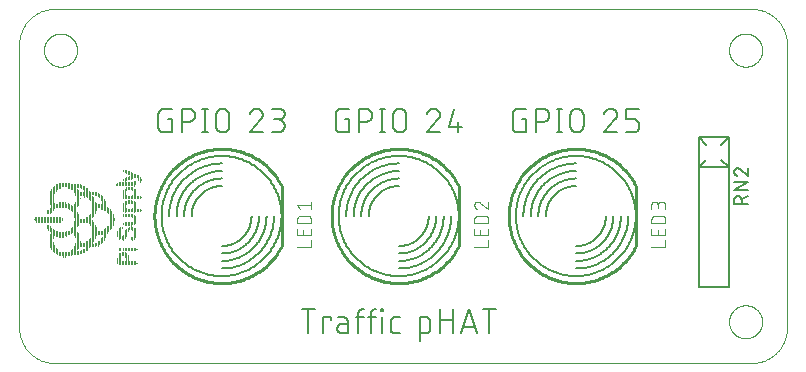
<source format=gto>
G04 EAGLE Gerber RS-274X export*
G75*
%MOMM*%
%FSLAX34Y34*%
%LPD*%
%INTop silk*%
%IPPOS*%
%AMOC8*
5,1,8,0,0,1.08239X$1,22.5*%
G01*
%ADD10C,0.000000*%
%ADD11C,0.177800*%
%ADD12R,0.084581X0.083819*%
%ADD13R,0.084581X0.167637*%
%ADD14R,0.084581X0.254000*%
%ADD15R,0.084581X0.424181*%
%ADD16R,0.084838X0.254000*%
%ADD17R,0.084838X0.508000*%
%ADD18R,0.084581X0.508000*%
%ADD19R,0.084838X0.083819*%
%ADD20R,0.084838X0.424181*%
%ADD21R,0.084838X0.337819*%
%ADD22R,0.084838X0.167637*%
%ADD23R,0.084581X0.337819*%
%ADD24R,0.084581X0.845819*%
%ADD25R,0.084581X0.678181*%
%ADD26R,0.084581X0.848363*%
%ADD27R,0.084581X0.340363*%
%ADD28R,0.084581X1.099819*%
%ADD29R,0.084581X0.932181*%
%ADD30R,0.084581X0.929638*%
%ADD31R,0.084581X0.421637*%
%ADD32R,0.084838X0.340363*%
%ADD33R,0.084838X0.421637*%
%ADD34R,0.084581X0.594363*%
%ADD35R,0.084838X0.678181*%
%ADD36R,0.084838X0.594363*%
%ADD37R,0.084838X0.929638*%
%ADD38R,0.084838X0.591819*%
%ADD39R,0.084581X1.016000*%
%ADD40R,0.084581X0.762000*%
%ADD41R,0.084838X0.848363*%
%ADD42R,0.084838X0.845819*%
%ADD43R,0.084581X0.170181*%
%ADD44R,0.084838X0.762000*%
%ADD45R,0.084581X0.591819*%
%ADD46R,0.084581X0.086363*%
%ADD47R,0.084838X1.270000*%
%ADD48R,0.084581X1.607819*%
%ADD49R,0.084581X1.778000*%
%ADD50R,0.084838X1.016000*%
%ADD51R,0.084838X1.099819*%
%ADD52R,0.084581X0.675638*%
%ADD53R,0.084581X1.186181*%
%ADD54R,0.084838X1.440181*%
%ADD55R,0.084581X1.694181*%
%ADD56R,0.084581X1.691638*%
%ADD57R,0.084581X1.948181*%
%ADD58R,0.084581X1.864363*%
%ADD59R,0.084581X1.353819*%
%ADD60R,0.084581X1.356363*%
%ADD61R,0.084581X1.524000*%
%ADD62R,0.084581X1.270000*%
%ADD63R,0.084838X2.115819*%
%ADD64R,0.084838X1.607819*%
%ADD65R,0.084838X2.118362*%
%ADD66R,0.084581X3.131819*%
%ADD67R,0.084838X1.948181*%
%ADD68R,0.084838X1.945638*%
%ADD69R,0.084581X1.945638*%
%ADD70R,0.084581X1.183638*%
%ADD71C,0.254000*%
%ADD72C,0.127000*%
%ADD73C,0.101600*%
%ADD74C,0.152400*%


D10*
X33690Y411D02*
X623690Y411D01*
X653690Y30411D02*
X653690Y270363D01*
X623690Y300363D02*
X33690Y300363D01*
X3690Y270363D02*
X3690Y30411D01*
X3699Y29686D01*
X3725Y28962D01*
X3769Y28238D01*
X3830Y27516D01*
X3909Y26795D01*
X4005Y26076D01*
X4118Y25360D01*
X4249Y24647D01*
X4397Y23937D01*
X4562Y23232D01*
X4744Y22530D01*
X4943Y21833D01*
X5158Y21140D01*
X5391Y20454D01*
X5640Y19773D01*
X5905Y19098D01*
X6186Y18430D01*
X6484Y17769D01*
X6797Y17115D01*
X7126Y16469D01*
X7471Y15831D01*
X7831Y15202D01*
X8206Y14582D01*
X8596Y13971D01*
X9000Y13369D01*
X9419Y12777D01*
X9853Y12196D01*
X10300Y11625D01*
X10761Y11066D01*
X11235Y10517D01*
X11722Y9981D01*
X12222Y9456D01*
X12735Y8943D01*
X13260Y8443D01*
X13796Y7956D01*
X14345Y7482D01*
X14904Y7021D01*
X15475Y6574D01*
X16056Y6140D01*
X16648Y5721D01*
X17250Y5317D01*
X17861Y4927D01*
X18481Y4552D01*
X19110Y4192D01*
X19748Y3847D01*
X20394Y3518D01*
X21048Y3205D01*
X21709Y2907D01*
X22377Y2626D01*
X23052Y2361D01*
X23733Y2112D01*
X24419Y1879D01*
X25112Y1664D01*
X25809Y1465D01*
X26511Y1283D01*
X27216Y1118D01*
X27926Y970D01*
X28639Y839D01*
X29355Y726D01*
X30074Y630D01*
X30795Y551D01*
X31517Y490D01*
X32241Y446D01*
X32965Y420D01*
X33690Y411D01*
X623690Y411D02*
X624415Y420D01*
X625139Y446D01*
X625863Y490D01*
X626585Y551D01*
X627306Y630D01*
X628025Y726D01*
X628741Y839D01*
X629454Y970D01*
X630164Y1118D01*
X630869Y1283D01*
X631571Y1465D01*
X632268Y1664D01*
X632961Y1879D01*
X633647Y2112D01*
X634328Y2361D01*
X635003Y2626D01*
X635671Y2907D01*
X636332Y3205D01*
X636986Y3518D01*
X637632Y3847D01*
X638270Y4192D01*
X638899Y4552D01*
X639519Y4927D01*
X640130Y5317D01*
X640732Y5721D01*
X641324Y6140D01*
X641905Y6574D01*
X642476Y7021D01*
X643035Y7482D01*
X643584Y7956D01*
X644120Y8443D01*
X644645Y8943D01*
X645158Y9456D01*
X645658Y9981D01*
X646145Y10517D01*
X646619Y11066D01*
X647080Y11625D01*
X647527Y12196D01*
X647961Y12777D01*
X648380Y13369D01*
X648784Y13971D01*
X649174Y14582D01*
X649549Y15202D01*
X649909Y15831D01*
X650254Y16469D01*
X650583Y17115D01*
X650896Y17769D01*
X651194Y18430D01*
X651475Y19098D01*
X651740Y19773D01*
X651989Y20454D01*
X652222Y21140D01*
X652437Y21833D01*
X652636Y22530D01*
X652818Y23232D01*
X652983Y23937D01*
X653131Y24647D01*
X653262Y25360D01*
X653375Y26076D01*
X653471Y26795D01*
X653550Y27516D01*
X653611Y28238D01*
X653655Y28962D01*
X653681Y29686D01*
X653690Y30411D01*
X653690Y270363D02*
X653681Y271088D01*
X653655Y271812D01*
X653611Y272536D01*
X653550Y273258D01*
X653471Y273979D01*
X653375Y274698D01*
X653262Y275414D01*
X653131Y276127D01*
X652983Y276837D01*
X652818Y277542D01*
X652636Y278244D01*
X652437Y278941D01*
X652222Y279634D01*
X651989Y280320D01*
X651740Y281001D01*
X651475Y281676D01*
X651194Y282344D01*
X650896Y283005D01*
X650583Y283659D01*
X650254Y284305D01*
X649909Y284943D01*
X649549Y285572D01*
X649174Y286192D01*
X648784Y286803D01*
X648380Y287405D01*
X647961Y287997D01*
X647527Y288578D01*
X647080Y289149D01*
X646619Y289708D01*
X646145Y290257D01*
X645658Y290793D01*
X645158Y291318D01*
X644645Y291831D01*
X644120Y292331D01*
X643584Y292818D01*
X643035Y293292D01*
X642476Y293753D01*
X641905Y294200D01*
X641324Y294634D01*
X640732Y295053D01*
X640130Y295457D01*
X639519Y295847D01*
X638899Y296222D01*
X638270Y296582D01*
X637632Y296927D01*
X636986Y297256D01*
X636332Y297569D01*
X635671Y297867D01*
X635003Y298148D01*
X634328Y298413D01*
X633647Y298662D01*
X632961Y298895D01*
X632268Y299110D01*
X631571Y299309D01*
X630869Y299491D01*
X630164Y299656D01*
X629454Y299804D01*
X628741Y299935D01*
X628025Y300048D01*
X627306Y300144D01*
X626585Y300223D01*
X625863Y300284D01*
X625139Y300328D01*
X624415Y300354D01*
X623690Y300363D01*
X33690Y300363D02*
X32965Y300354D01*
X32241Y300328D01*
X31517Y300284D01*
X30795Y300223D01*
X30074Y300144D01*
X29355Y300048D01*
X28639Y299935D01*
X27926Y299804D01*
X27216Y299656D01*
X26511Y299491D01*
X25809Y299309D01*
X25112Y299110D01*
X24419Y298895D01*
X23733Y298662D01*
X23052Y298413D01*
X22377Y298148D01*
X21709Y297867D01*
X21048Y297569D01*
X20394Y297256D01*
X19748Y296927D01*
X19110Y296582D01*
X18481Y296222D01*
X17861Y295847D01*
X17250Y295457D01*
X16648Y295053D01*
X16056Y294634D01*
X15475Y294200D01*
X14904Y293753D01*
X14345Y293292D01*
X13796Y292818D01*
X13260Y292331D01*
X12735Y291831D01*
X12222Y291318D01*
X11722Y290793D01*
X11235Y290257D01*
X10761Y289708D01*
X10300Y289149D01*
X9853Y288578D01*
X9419Y287997D01*
X9000Y287405D01*
X8596Y286803D01*
X8206Y286192D01*
X7831Y285572D01*
X7471Y284943D01*
X7126Y284305D01*
X6797Y283659D01*
X6484Y283005D01*
X6186Y282344D01*
X5905Y281676D01*
X5640Y281001D01*
X5391Y280320D01*
X5158Y279634D01*
X4943Y278941D01*
X4744Y278244D01*
X4562Y277542D01*
X4397Y276837D01*
X4249Y276127D01*
X4118Y275414D01*
X4005Y274698D01*
X3909Y273979D01*
X3830Y273258D01*
X3769Y272536D01*
X3725Y271812D01*
X3699Y271088D01*
X3690Y270363D01*
X24690Y265363D02*
X24694Y265707D01*
X24707Y266050D01*
X24728Y266393D01*
X24757Y266735D01*
X24795Y267077D01*
X24842Y267417D01*
X24896Y267756D01*
X24959Y268094D01*
X25030Y268430D01*
X25110Y268765D01*
X25197Y269097D01*
X25293Y269427D01*
X25397Y269755D01*
X25508Y270079D01*
X25628Y270402D01*
X25756Y270721D01*
X25891Y271036D01*
X26034Y271349D01*
X26185Y271658D01*
X26343Y271963D01*
X26509Y272264D01*
X26682Y272560D01*
X26862Y272853D01*
X27049Y273141D01*
X27244Y273424D01*
X27445Y273703D01*
X27653Y273976D01*
X27868Y274245D01*
X28089Y274507D01*
X28317Y274765D01*
X28551Y275017D01*
X28791Y275262D01*
X29036Y275502D01*
X29288Y275736D01*
X29546Y275964D01*
X29808Y276185D01*
X30077Y276400D01*
X30350Y276608D01*
X30629Y276809D01*
X30912Y277004D01*
X31200Y277191D01*
X31493Y277371D01*
X31789Y277544D01*
X32090Y277710D01*
X32395Y277868D01*
X32704Y278019D01*
X33017Y278162D01*
X33332Y278297D01*
X33651Y278425D01*
X33974Y278545D01*
X34298Y278656D01*
X34626Y278760D01*
X34956Y278856D01*
X35288Y278943D01*
X35623Y279023D01*
X35959Y279094D01*
X36297Y279157D01*
X36636Y279211D01*
X36976Y279258D01*
X37318Y279296D01*
X37660Y279325D01*
X38003Y279346D01*
X38346Y279359D01*
X38690Y279363D01*
X39034Y279359D01*
X39377Y279346D01*
X39720Y279325D01*
X40062Y279296D01*
X40404Y279258D01*
X40744Y279211D01*
X41083Y279157D01*
X41421Y279094D01*
X41757Y279023D01*
X42092Y278943D01*
X42424Y278856D01*
X42754Y278760D01*
X43082Y278656D01*
X43406Y278545D01*
X43729Y278425D01*
X44048Y278297D01*
X44363Y278162D01*
X44676Y278019D01*
X44985Y277868D01*
X45290Y277710D01*
X45591Y277544D01*
X45887Y277371D01*
X46180Y277191D01*
X46468Y277004D01*
X46751Y276809D01*
X47030Y276608D01*
X47303Y276400D01*
X47572Y276185D01*
X47834Y275964D01*
X48092Y275736D01*
X48344Y275502D01*
X48589Y275262D01*
X48829Y275017D01*
X49063Y274765D01*
X49291Y274507D01*
X49512Y274245D01*
X49727Y273976D01*
X49935Y273703D01*
X50136Y273424D01*
X50331Y273141D01*
X50518Y272853D01*
X50698Y272560D01*
X50871Y272264D01*
X51037Y271963D01*
X51195Y271658D01*
X51346Y271349D01*
X51489Y271036D01*
X51624Y270721D01*
X51752Y270402D01*
X51872Y270079D01*
X51983Y269755D01*
X52087Y269427D01*
X52183Y269097D01*
X52270Y268765D01*
X52350Y268430D01*
X52421Y268094D01*
X52484Y267756D01*
X52538Y267417D01*
X52585Y267077D01*
X52623Y266735D01*
X52652Y266393D01*
X52673Y266050D01*
X52686Y265707D01*
X52690Y265363D01*
X52686Y265019D01*
X52673Y264676D01*
X52652Y264333D01*
X52623Y263991D01*
X52585Y263649D01*
X52538Y263309D01*
X52484Y262970D01*
X52421Y262632D01*
X52350Y262296D01*
X52270Y261961D01*
X52183Y261629D01*
X52087Y261299D01*
X51983Y260971D01*
X51872Y260647D01*
X51752Y260324D01*
X51624Y260005D01*
X51489Y259690D01*
X51346Y259377D01*
X51195Y259068D01*
X51037Y258763D01*
X50871Y258462D01*
X50698Y258166D01*
X50518Y257873D01*
X50331Y257585D01*
X50136Y257302D01*
X49935Y257023D01*
X49727Y256750D01*
X49512Y256481D01*
X49291Y256219D01*
X49063Y255961D01*
X48829Y255709D01*
X48589Y255464D01*
X48344Y255224D01*
X48092Y254990D01*
X47834Y254762D01*
X47572Y254541D01*
X47303Y254326D01*
X47030Y254118D01*
X46751Y253917D01*
X46468Y253722D01*
X46180Y253535D01*
X45887Y253355D01*
X45591Y253182D01*
X45290Y253016D01*
X44985Y252858D01*
X44676Y252707D01*
X44363Y252564D01*
X44048Y252429D01*
X43729Y252301D01*
X43406Y252181D01*
X43082Y252070D01*
X42754Y251966D01*
X42424Y251870D01*
X42092Y251783D01*
X41757Y251703D01*
X41421Y251632D01*
X41083Y251569D01*
X40744Y251515D01*
X40404Y251468D01*
X40062Y251430D01*
X39720Y251401D01*
X39377Y251380D01*
X39034Y251367D01*
X38690Y251363D01*
X38346Y251367D01*
X38003Y251380D01*
X37660Y251401D01*
X37318Y251430D01*
X36976Y251468D01*
X36636Y251515D01*
X36297Y251569D01*
X35959Y251632D01*
X35623Y251703D01*
X35288Y251783D01*
X34956Y251870D01*
X34626Y251966D01*
X34298Y252070D01*
X33974Y252181D01*
X33651Y252301D01*
X33332Y252429D01*
X33017Y252564D01*
X32704Y252707D01*
X32395Y252858D01*
X32090Y253016D01*
X31789Y253182D01*
X31493Y253355D01*
X31200Y253535D01*
X30912Y253722D01*
X30629Y253917D01*
X30350Y254118D01*
X30077Y254326D01*
X29808Y254541D01*
X29546Y254762D01*
X29288Y254990D01*
X29036Y255224D01*
X28791Y255464D01*
X28551Y255709D01*
X28317Y255961D01*
X28089Y256219D01*
X27868Y256481D01*
X27653Y256750D01*
X27445Y257023D01*
X27244Y257302D01*
X27049Y257585D01*
X26862Y257873D01*
X26682Y258166D01*
X26509Y258462D01*
X26343Y258763D01*
X26185Y259068D01*
X26034Y259377D01*
X25891Y259690D01*
X25756Y260005D01*
X25628Y260324D01*
X25508Y260647D01*
X25397Y260971D01*
X25293Y261299D01*
X25197Y261629D01*
X25110Y261961D01*
X25030Y262296D01*
X24959Y262632D01*
X24896Y262970D01*
X24842Y263309D01*
X24795Y263649D01*
X24757Y263991D01*
X24728Y264333D01*
X24707Y264676D01*
X24694Y265019D01*
X24690Y265363D01*
X604690Y265363D02*
X604694Y265707D01*
X604707Y266050D01*
X604728Y266393D01*
X604757Y266735D01*
X604795Y267077D01*
X604842Y267417D01*
X604896Y267756D01*
X604959Y268094D01*
X605030Y268430D01*
X605110Y268765D01*
X605197Y269097D01*
X605293Y269427D01*
X605397Y269755D01*
X605508Y270079D01*
X605628Y270402D01*
X605756Y270721D01*
X605891Y271036D01*
X606034Y271349D01*
X606185Y271658D01*
X606343Y271963D01*
X606509Y272264D01*
X606682Y272560D01*
X606862Y272853D01*
X607049Y273141D01*
X607244Y273424D01*
X607445Y273703D01*
X607653Y273976D01*
X607868Y274245D01*
X608089Y274507D01*
X608317Y274765D01*
X608551Y275017D01*
X608791Y275262D01*
X609036Y275502D01*
X609288Y275736D01*
X609546Y275964D01*
X609808Y276185D01*
X610077Y276400D01*
X610350Y276608D01*
X610629Y276809D01*
X610912Y277004D01*
X611200Y277191D01*
X611493Y277371D01*
X611789Y277544D01*
X612090Y277710D01*
X612395Y277868D01*
X612704Y278019D01*
X613017Y278162D01*
X613332Y278297D01*
X613651Y278425D01*
X613974Y278545D01*
X614298Y278656D01*
X614626Y278760D01*
X614956Y278856D01*
X615288Y278943D01*
X615623Y279023D01*
X615959Y279094D01*
X616297Y279157D01*
X616636Y279211D01*
X616976Y279258D01*
X617318Y279296D01*
X617660Y279325D01*
X618003Y279346D01*
X618346Y279359D01*
X618690Y279363D01*
X619034Y279359D01*
X619377Y279346D01*
X619720Y279325D01*
X620062Y279296D01*
X620404Y279258D01*
X620744Y279211D01*
X621083Y279157D01*
X621421Y279094D01*
X621757Y279023D01*
X622092Y278943D01*
X622424Y278856D01*
X622754Y278760D01*
X623082Y278656D01*
X623406Y278545D01*
X623729Y278425D01*
X624048Y278297D01*
X624363Y278162D01*
X624676Y278019D01*
X624985Y277868D01*
X625290Y277710D01*
X625591Y277544D01*
X625887Y277371D01*
X626180Y277191D01*
X626468Y277004D01*
X626751Y276809D01*
X627030Y276608D01*
X627303Y276400D01*
X627572Y276185D01*
X627834Y275964D01*
X628092Y275736D01*
X628344Y275502D01*
X628589Y275262D01*
X628829Y275017D01*
X629063Y274765D01*
X629291Y274507D01*
X629512Y274245D01*
X629727Y273976D01*
X629935Y273703D01*
X630136Y273424D01*
X630331Y273141D01*
X630518Y272853D01*
X630698Y272560D01*
X630871Y272264D01*
X631037Y271963D01*
X631195Y271658D01*
X631346Y271349D01*
X631489Y271036D01*
X631624Y270721D01*
X631752Y270402D01*
X631872Y270079D01*
X631983Y269755D01*
X632087Y269427D01*
X632183Y269097D01*
X632270Y268765D01*
X632350Y268430D01*
X632421Y268094D01*
X632484Y267756D01*
X632538Y267417D01*
X632585Y267077D01*
X632623Y266735D01*
X632652Y266393D01*
X632673Y266050D01*
X632686Y265707D01*
X632690Y265363D01*
X632686Y265019D01*
X632673Y264676D01*
X632652Y264333D01*
X632623Y263991D01*
X632585Y263649D01*
X632538Y263309D01*
X632484Y262970D01*
X632421Y262632D01*
X632350Y262296D01*
X632270Y261961D01*
X632183Y261629D01*
X632087Y261299D01*
X631983Y260971D01*
X631872Y260647D01*
X631752Y260324D01*
X631624Y260005D01*
X631489Y259690D01*
X631346Y259377D01*
X631195Y259068D01*
X631037Y258763D01*
X630871Y258462D01*
X630698Y258166D01*
X630518Y257873D01*
X630331Y257585D01*
X630136Y257302D01*
X629935Y257023D01*
X629727Y256750D01*
X629512Y256481D01*
X629291Y256219D01*
X629063Y255961D01*
X628829Y255709D01*
X628589Y255464D01*
X628344Y255224D01*
X628092Y254990D01*
X627834Y254762D01*
X627572Y254541D01*
X627303Y254326D01*
X627030Y254118D01*
X626751Y253917D01*
X626468Y253722D01*
X626180Y253535D01*
X625887Y253355D01*
X625591Y253182D01*
X625290Y253016D01*
X624985Y252858D01*
X624676Y252707D01*
X624363Y252564D01*
X624048Y252429D01*
X623729Y252301D01*
X623406Y252181D01*
X623082Y252070D01*
X622754Y251966D01*
X622424Y251870D01*
X622092Y251783D01*
X621757Y251703D01*
X621421Y251632D01*
X621083Y251569D01*
X620744Y251515D01*
X620404Y251468D01*
X620062Y251430D01*
X619720Y251401D01*
X619377Y251380D01*
X619034Y251367D01*
X618690Y251363D01*
X618346Y251367D01*
X618003Y251380D01*
X617660Y251401D01*
X617318Y251430D01*
X616976Y251468D01*
X616636Y251515D01*
X616297Y251569D01*
X615959Y251632D01*
X615623Y251703D01*
X615288Y251783D01*
X614956Y251870D01*
X614626Y251966D01*
X614298Y252070D01*
X613974Y252181D01*
X613651Y252301D01*
X613332Y252429D01*
X613017Y252564D01*
X612704Y252707D01*
X612395Y252858D01*
X612090Y253016D01*
X611789Y253182D01*
X611493Y253355D01*
X611200Y253535D01*
X610912Y253722D01*
X610629Y253917D01*
X610350Y254118D01*
X610077Y254326D01*
X609808Y254541D01*
X609546Y254762D01*
X609288Y254990D01*
X609036Y255224D01*
X608791Y255464D01*
X608551Y255709D01*
X608317Y255961D01*
X608089Y256219D01*
X607868Y256481D01*
X607653Y256750D01*
X607445Y257023D01*
X607244Y257302D01*
X607049Y257585D01*
X606862Y257873D01*
X606682Y258166D01*
X606509Y258462D01*
X606343Y258763D01*
X606185Y259068D01*
X606034Y259377D01*
X605891Y259690D01*
X605756Y260005D01*
X605628Y260324D01*
X605508Y260647D01*
X605397Y260971D01*
X605293Y261299D01*
X605197Y261629D01*
X605110Y261961D01*
X605030Y262296D01*
X604959Y262632D01*
X604896Y262970D01*
X604842Y263309D01*
X604795Y263649D01*
X604757Y263991D01*
X604728Y264333D01*
X604707Y264676D01*
X604694Y265019D01*
X604690Y265363D01*
X604690Y35411D02*
X604694Y35755D01*
X604707Y36098D01*
X604728Y36441D01*
X604757Y36783D01*
X604795Y37125D01*
X604842Y37465D01*
X604896Y37804D01*
X604959Y38142D01*
X605030Y38478D01*
X605110Y38813D01*
X605197Y39145D01*
X605293Y39475D01*
X605397Y39803D01*
X605508Y40127D01*
X605628Y40450D01*
X605756Y40769D01*
X605891Y41084D01*
X606034Y41397D01*
X606185Y41706D01*
X606343Y42011D01*
X606509Y42312D01*
X606682Y42608D01*
X606862Y42901D01*
X607049Y43189D01*
X607244Y43472D01*
X607445Y43751D01*
X607653Y44024D01*
X607868Y44293D01*
X608089Y44555D01*
X608317Y44813D01*
X608551Y45065D01*
X608791Y45310D01*
X609036Y45550D01*
X609288Y45784D01*
X609546Y46012D01*
X609808Y46233D01*
X610077Y46448D01*
X610350Y46656D01*
X610629Y46857D01*
X610912Y47052D01*
X611200Y47239D01*
X611493Y47419D01*
X611789Y47592D01*
X612090Y47758D01*
X612395Y47916D01*
X612704Y48067D01*
X613017Y48210D01*
X613332Y48345D01*
X613651Y48473D01*
X613974Y48593D01*
X614298Y48704D01*
X614626Y48808D01*
X614956Y48904D01*
X615288Y48991D01*
X615623Y49071D01*
X615959Y49142D01*
X616297Y49205D01*
X616636Y49259D01*
X616976Y49306D01*
X617318Y49344D01*
X617660Y49373D01*
X618003Y49394D01*
X618346Y49407D01*
X618690Y49411D01*
X619034Y49407D01*
X619377Y49394D01*
X619720Y49373D01*
X620062Y49344D01*
X620404Y49306D01*
X620744Y49259D01*
X621083Y49205D01*
X621421Y49142D01*
X621757Y49071D01*
X622092Y48991D01*
X622424Y48904D01*
X622754Y48808D01*
X623082Y48704D01*
X623406Y48593D01*
X623729Y48473D01*
X624048Y48345D01*
X624363Y48210D01*
X624676Y48067D01*
X624985Y47916D01*
X625290Y47758D01*
X625591Y47592D01*
X625887Y47419D01*
X626180Y47239D01*
X626468Y47052D01*
X626751Y46857D01*
X627030Y46656D01*
X627303Y46448D01*
X627572Y46233D01*
X627834Y46012D01*
X628092Y45784D01*
X628344Y45550D01*
X628589Y45310D01*
X628829Y45065D01*
X629063Y44813D01*
X629291Y44555D01*
X629512Y44293D01*
X629727Y44024D01*
X629935Y43751D01*
X630136Y43472D01*
X630331Y43189D01*
X630518Y42901D01*
X630698Y42608D01*
X630871Y42312D01*
X631037Y42011D01*
X631195Y41706D01*
X631346Y41397D01*
X631489Y41084D01*
X631624Y40769D01*
X631752Y40450D01*
X631872Y40127D01*
X631983Y39803D01*
X632087Y39475D01*
X632183Y39145D01*
X632270Y38813D01*
X632350Y38478D01*
X632421Y38142D01*
X632484Y37804D01*
X632538Y37465D01*
X632585Y37125D01*
X632623Y36783D01*
X632652Y36441D01*
X632673Y36098D01*
X632686Y35755D01*
X632690Y35411D01*
X632686Y35067D01*
X632673Y34724D01*
X632652Y34381D01*
X632623Y34039D01*
X632585Y33697D01*
X632538Y33357D01*
X632484Y33018D01*
X632421Y32680D01*
X632350Y32344D01*
X632270Y32009D01*
X632183Y31677D01*
X632087Y31347D01*
X631983Y31019D01*
X631872Y30695D01*
X631752Y30372D01*
X631624Y30053D01*
X631489Y29738D01*
X631346Y29425D01*
X631195Y29116D01*
X631037Y28811D01*
X630871Y28510D01*
X630698Y28214D01*
X630518Y27921D01*
X630331Y27633D01*
X630136Y27350D01*
X629935Y27071D01*
X629727Y26798D01*
X629512Y26529D01*
X629291Y26267D01*
X629063Y26009D01*
X628829Y25757D01*
X628589Y25512D01*
X628344Y25272D01*
X628092Y25038D01*
X627834Y24810D01*
X627572Y24589D01*
X627303Y24374D01*
X627030Y24166D01*
X626751Y23965D01*
X626468Y23770D01*
X626180Y23583D01*
X625887Y23403D01*
X625591Y23230D01*
X625290Y23064D01*
X624985Y22906D01*
X624676Y22755D01*
X624363Y22612D01*
X624048Y22477D01*
X623729Y22349D01*
X623406Y22229D01*
X623082Y22118D01*
X622754Y22014D01*
X622424Y21918D01*
X622092Y21831D01*
X621757Y21751D01*
X621421Y21680D01*
X621083Y21617D01*
X620744Y21563D01*
X620404Y21516D01*
X620062Y21478D01*
X619720Y21449D01*
X619377Y21428D01*
X619034Y21415D01*
X618690Y21411D01*
X618346Y21415D01*
X618003Y21428D01*
X617660Y21449D01*
X617318Y21478D01*
X616976Y21516D01*
X616636Y21563D01*
X616297Y21617D01*
X615959Y21680D01*
X615623Y21751D01*
X615288Y21831D01*
X614956Y21918D01*
X614626Y22014D01*
X614298Y22118D01*
X613974Y22229D01*
X613651Y22349D01*
X613332Y22477D01*
X613017Y22612D01*
X612704Y22755D01*
X612395Y22906D01*
X612090Y23064D01*
X611789Y23230D01*
X611493Y23403D01*
X611200Y23583D01*
X610912Y23770D01*
X610629Y23965D01*
X610350Y24166D01*
X610077Y24374D01*
X609808Y24589D01*
X609546Y24810D01*
X609288Y25038D01*
X609036Y25272D01*
X608791Y25512D01*
X608551Y25757D01*
X608317Y26009D01*
X608089Y26267D01*
X607868Y26529D01*
X607653Y26798D01*
X607445Y27071D01*
X607244Y27350D01*
X607049Y27633D01*
X606862Y27921D01*
X606682Y28214D01*
X606509Y28510D01*
X606343Y28811D01*
X606185Y29116D01*
X606034Y29425D01*
X605891Y29738D01*
X605756Y30053D01*
X605628Y30372D01*
X605508Y30695D01*
X605397Y31019D01*
X605293Y31347D01*
X605197Y31677D01*
X605110Y32009D01*
X605030Y32344D01*
X604959Y32680D01*
X604896Y33018D01*
X604842Y33357D01*
X604795Y33697D01*
X604757Y34039D01*
X604728Y34381D01*
X604707Y34724D01*
X604694Y35067D01*
X604690Y35411D01*
D11*
X248375Y25889D02*
X248375Y45955D01*
X242801Y45955D02*
X253949Y45955D01*
X260679Y39266D02*
X260679Y25889D01*
X260679Y39266D02*
X267367Y39266D01*
X267367Y37037D01*
X276796Y33692D02*
X281813Y33692D01*
X276796Y33693D02*
X276672Y33691D01*
X276549Y33685D01*
X276425Y33675D01*
X276302Y33662D01*
X276179Y33644D01*
X276058Y33622D01*
X275936Y33597D01*
X275816Y33568D01*
X275697Y33535D01*
X275578Y33498D01*
X275461Y33458D01*
X275346Y33413D01*
X275232Y33366D01*
X275119Y33314D01*
X275008Y33259D01*
X274899Y33201D01*
X274792Y33139D01*
X274686Y33074D01*
X274583Y33005D01*
X274482Y32933D01*
X274384Y32858D01*
X274288Y32780D01*
X274194Y32699D01*
X274103Y32615D01*
X274015Y32528D01*
X273930Y32439D01*
X273847Y32346D01*
X273767Y32251D01*
X273691Y32154D01*
X273618Y32054D01*
X273547Y31952D01*
X273480Y31848D01*
X273417Y31742D01*
X273357Y31634D01*
X273300Y31524D01*
X273247Y31412D01*
X273197Y31299D01*
X273151Y31184D01*
X273109Y31067D01*
X273070Y30950D01*
X273035Y30831D01*
X273004Y30711D01*
X272977Y30590D01*
X272953Y30469D01*
X272934Y30346D01*
X272918Y30223D01*
X272906Y30100D01*
X272898Y29977D01*
X272894Y29853D01*
X272894Y29729D01*
X272898Y29605D01*
X272906Y29482D01*
X272918Y29359D01*
X272934Y29236D01*
X272953Y29113D01*
X272977Y28992D01*
X273004Y28871D01*
X273035Y28751D01*
X273070Y28632D01*
X273109Y28515D01*
X273151Y28398D01*
X273197Y28283D01*
X273247Y28170D01*
X273300Y28058D01*
X273357Y27948D01*
X273417Y27840D01*
X273480Y27734D01*
X273547Y27630D01*
X273618Y27528D01*
X273691Y27428D01*
X273767Y27331D01*
X273847Y27236D01*
X273930Y27143D01*
X274015Y27054D01*
X274103Y26967D01*
X274194Y26883D01*
X274288Y26802D01*
X274384Y26724D01*
X274482Y26649D01*
X274583Y26577D01*
X274686Y26508D01*
X274792Y26443D01*
X274899Y26381D01*
X275008Y26323D01*
X275119Y26268D01*
X275232Y26216D01*
X275346Y26169D01*
X275461Y26124D01*
X275578Y26084D01*
X275697Y26047D01*
X275816Y26014D01*
X275936Y25985D01*
X276058Y25960D01*
X276179Y25938D01*
X276302Y25920D01*
X276425Y25907D01*
X276549Y25897D01*
X276672Y25891D01*
X276796Y25889D01*
X281813Y25889D01*
X281813Y35922D01*
X281812Y35922D02*
X281810Y36036D01*
X281804Y36150D01*
X281794Y36264D01*
X281781Y36377D01*
X281763Y36490D01*
X281742Y36602D01*
X281717Y36714D01*
X281688Y36824D01*
X281655Y36934D01*
X281619Y37042D01*
X281579Y37149D01*
X281535Y37254D01*
X281488Y37358D01*
X281437Y37460D01*
X281383Y37561D01*
X281325Y37659D01*
X281264Y37756D01*
X281200Y37850D01*
X281133Y37943D01*
X281062Y38032D01*
X280988Y38120D01*
X280912Y38204D01*
X280833Y38287D01*
X280750Y38366D01*
X280666Y38442D01*
X280578Y38516D01*
X280489Y38587D01*
X280396Y38654D01*
X280302Y38718D01*
X280205Y38779D01*
X280107Y38837D01*
X280006Y38891D01*
X279904Y38942D01*
X279800Y38989D01*
X279695Y39033D01*
X279588Y39073D01*
X279480Y39109D01*
X279370Y39142D01*
X279260Y39171D01*
X279148Y39196D01*
X279036Y39217D01*
X278923Y39235D01*
X278810Y39248D01*
X278696Y39258D01*
X278582Y39264D01*
X278468Y39266D01*
X274009Y39266D01*
X290764Y42611D02*
X290764Y25889D01*
X290765Y42611D02*
X290767Y42725D01*
X290773Y42839D01*
X290783Y42953D01*
X290796Y43066D01*
X290814Y43179D01*
X290835Y43291D01*
X290860Y43403D01*
X290889Y43513D01*
X290922Y43623D01*
X290958Y43731D01*
X290998Y43838D01*
X291042Y43943D01*
X291089Y44047D01*
X291140Y44149D01*
X291194Y44250D01*
X291252Y44348D01*
X291313Y44445D01*
X291377Y44539D01*
X291444Y44632D01*
X291515Y44721D01*
X291589Y44809D01*
X291665Y44893D01*
X291744Y44976D01*
X291827Y45055D01*
X291911Y45131D01*
X291999Y45205D01*
X292088Y45276D01*
X292181Y45343D01*
X292275Y45407D01*
X292372Y45468D01*
X292470Y45526D01*
X292571Y45580D01*
X292673Y45631D01*
X292777Y45678D01*
X292882Y45722D01*
X292989Y45762D01*
X293097Y45798D01*
X293207Y45831D01*
X293317Y45860D01*
X293429Y45885D01*
X293541Y45906D01*
X293654Y45924D01*
X293767Y45937D01*
X293881Y45947D01*
X293995Y45953D01*
X294109Y45955D01*
X295223Y45955D01*
X295223Y39266D02*
X288535Y39266D01*
X301269Y42611D02*
X301269Y25889D01*
X301270Y42611D02*
X301272Y42725D01*
X301278Y42839D01*
X301288Y42953D01*
X301301Y43066D01*
X301319Y43179D01*
X301340Y43291D01*
X301365Y43403D01*
X301394Y43513D01*
X301427Y43623D01*
X301463Y43731D01*
X301503Y43838D01*
X301547Y43943D01*
X301594Y44047D01*
X301645Y44149D01*
X301699Y44250D01*
X301757Y44348D01*
X301818Y44445D01*
X301882Y44539D01*
X301949Y44632D01*
X302020Y44721D01*
X302094Y44809D01*
X302170Y44893D01*
X302249Y44976D01*
X302332Y45055D01*
X302416Y45131D01*
X302504Y45205D01*
X302593Y45276D01*
X302686Y45343D01*
X302780Y45407D01*
X302877Y45468D01*
X302975Y45526D01*
X303076Y45580D01*
X303178Y45631D01*
X303282Y45678D01*
X303387Y45722D01*
X303494Y45762D01*
X303602Y45798D01*
X303712Y45831D01*
X303822Y45860D01*
X303934Y45885D01*
X304046Y45906D01*
X304159Y45924D01*
X304272Y45937D01*
X304386Y45947D01*
X304500Y45953D01*
X304614Y45955D01*
X305728Y45955D01*
X305728Y39266D02*
X299040Y39266D01*
X310787Y39266D02*
X310787Y25889D01*
X310230Y44840D02*
X310230Y45955D01*
X311345Y45955D01*
X311345Y44840D01*
X310230Y44840D01*
X321430Y25889D02*
X325890Y25889D01*
X321430Y25889D02*
X321316Y25891D01*
X321202Y25897D01*
X321088Y25907D01*
X320975Y25920D01*
X320862Y25938D01*
X320750Y25959D01*
X320638Y25984D01*
X320528Y26013D01*
X320418Y26046D01*
X320310Y26082D01*
X320203Y26122D01*
X320098Y26166D01*
X319994Y26213D01*
X319892Y26264D01*
X319791Y26318D01*
X319693Y26376D01*
X319596Y26437D01*
X319502Y26501D01*
X319409Y26568D01*
X319320Y26639D01*
X319232Y26713D01*
X319148Y26789D01*
X319065Y26868D01*
X318986Y26951D01*
X318910Y27035D01*
X318836Y27123D01*
X318765Y27212D01*
X318698Y27305D01*
X318634Y27399D01*
X318573Y27496D01*
X318515Y27594D01*
X318461Y27695D01*
X318410Y27797D01*
X318363Y27901D01*
X318319Y28006D01*
X318279Y28113D01*
X318243Y28221D01*
X318210Y28331D01*
X318181Y28441D01*
X318156Y28553D01*
X318135Y28665D01*
X318117Y28778D01*
X318104Y28891D01*
X318094Y29005D01*
X318088Y29119D01*
X318086Y29233D01*
X318086Y35922D01*
X318088Y36036D01*
X318094Y36150D01*
X318104Y36264D01*
X318117Y36377D01*
X318135Y36490D01*
X318156Y36602D01*
X318181Y36714D01*
X318210Y36824D01*
X318243Y36934D01*
X318279Y37042D01*
X318319Y37149D01*
X318363Y37254D01*
X318410Y37358D01*
X318461Y37460D01*
X318515Y37561D01*
X318573Y37659D01*
X318634Y37756D01*
X318698Y37850D01*
X318765Y37943D01*
X318836Y38032D01*
X318910Y38120D01*
X318986Y38204D01*
X319065Y38287D01*
X319148Y38366D01*
X319232Y38442D01*
X319320Y38516D01*
X319409Y38587D01*
X319502Y38654D01*
X319596Y38718D01*
X319693Y38779D01*
X319791Y38837D01*
X319892Y38891D01*
X319994Y38942D01*
X320098Y38989D01*
X320203Y39033D01*
X320310Y39073D01*
X320418Y39109D01*
X320528Y39142D01*
X320638Y39171D01*
X320750Y39196D01*
X320862Y39217D01*
X320975Y39235D01*
X321088Y39248D01*
X321202Y39258D01*
X321316Y39264D01*
X321430Y39266D01*
X325890Y39266D01*
X342852Y39266D02*
X342852Y19200D01*
X342852Y39266D02*
X348426Y39266D01*
X348540Y39264D01*
X348654Y39258D01*
X348768Y39248D01*
X348881Y39235D01*
X348994Y39217D01*
X349106Y39196D01*
X349218Y39171D01*
X349328Y39142D01*
X349438Y39109D01*
X349546Y39073D01*
X349653Y39033D01*
X349758Y38989D01*
X349862Y38942D01*
X349964Y38891D01*
X350065Y38837D01*
X350163Y38779D01*
X350260Y38718D01*
X350354Y38654D01*
X350447Y38587D01*
X350536Y38516D01*
X350624Y38442D01*
X350708Y38366D01*
X350791Y38287D01*
X350870Y38204D01*
X350946Y38120D01*
X351020Y38032D01*
X351091Y37943D01*
X351158Y37850D01*
X351222Y37756D01*
X351283Y37660D01*
X351341Y37561D01*
X351395Y37460D01*
X351446Y37358D01*
X351493Y37254D01*
X351537Y37149D01*
X351577Y37042D01*
X351613Y36934D01*
X351646Y36824D01*
X351675Y36714D01*
X351700Y36602D01*
X351721Y36490D01*
X351739Y36377D01*
X351752Y36264D01*
X351762Y36150D01*
X351768Y36036D01*
X351770Y35922D01*
X351770Y29233D01*
X351768Y29119D01*
X351762Y29005D01*
X351752Y28891D01*
X351739Y28778D01*
X351721Y28665D01*
X351700Y28553D01*
X351675Y28441D01*
X351646Y28331D01*
X351613Y28221D01*
X351577Y28113D01*
X351537Y28006D01*
X351493Y27901D01*
X351446Y27797D01*
X351395Y27695D01*
X351341Y27594D01*
X351283Y27496D01*
X351222Y27399D01*
X351158Y27305D01*
X351091Y27212D01*
X351020Y27123D01*
X350946Y27035D01*
X350870Y26951D01*
X350791Y26868D01*
X350708Y26789D01*
X350624Y26713D01*
X350536Y26639D01*
X350447Y26568D01*
X350354Y26501D01*
X350260Y26437D01*
X350163Y26376D01*
X350065Y26318D01*
X349964Y26264D01*
X349862Y26213D01*
X349758Y26166D01*
X349653Y26122D01*
X349546Y26082D01*
X349438Y26046D01*
X349328Y26013D01*
X349218Y25984D01*
X349106Y25959D01*
X348994Y25938D01*
X348881Y25920D01*
X348768Y25907D01*
X348654Y25897D01*
X348540Y25891D01*
X348426Y25889D01*
X342852Y25889D01*
X359593Y25889D02*
X359593Y45955D01*
X359593Y37037D02*
X370740Y37037D01*
X370740Y45955D02*
X370740Y25889D01*
X377634Y25889D02*
X384323Y45955D01*
X391011Y25889D01*
X389339Y30906D02*
X379306Y30906D01*
X401625Y25889D02*
X401625Y45955D01*
X396051Y45955D02*
X407199Y45955D01*
X132683Y207037D02*
X129339Y207037D01*
X132683Y207037D02*
X132683Y195889D01*
X125995Y195889D01*
X125863Y195891D01*
X125731Y195897D01*
X125599Y195907D01*
X125468Y195920D01*
X125337Y195938D01*
X125206Y195959D01*
X125077Y195985D01*
X124948Y196014D01*
X124820Y196047D01*
X124693Y196083D01*
X124567Y196124D01*
X124442Y196168D01*
X124319Y196216D01*
X124197Y196267D01*
X124077Y196322D01*
X123959Y196381D01*
X123842Y196443D01*
X123727Y196509D01*
X123615Y196577D01*
X123504Y196650D01*
X123395Y196725D01*
X123289Y196804D01*
X123185Y196885D01*
X123084Y196970D01*
X122985Y197058D01*
X122889Y197149D01*
X122796Y197242D01*
X122705Y197338D01*
X122617Y197437D01*
X122532Y197538D01*
X122451Y197642D01*
X122372Y197748D01*
X122297Y197857D01*
X122224Y197968D01*
X122156Y198080D01*
X122090Y198195D01*
X122028Y198312D01*
X121969Y198430D01*
X121914Y198550D01*
X121863Y198672D01*
X121815Y198795D01*
X121771Y198920D01*
X121730Y199046D01*
X121694Y199173D01*
X121661Y199301D01*
X121632Y199430D01*
X121606Y199559D01*
X121585Y199690D01*
X121567Y199821D01*
X121554Y199952D01*
X121544Y200084D01*
X121538Y200216D01*
X121536Y200348D01*
X121536Y211496D01*
X121538Y211628D01*
X121544Y211760D01*
X121554Y211892D01*
X121567Y212023D01*
X121585Y212154D01*
X121606Y212285D01*
X121632Y212414D01*
X121661Y212543D01*
X121694Y212671D01*
X121730Y212798D01*
X121771Y212924D01*
X121815Y213049D01*
X121863Y213172D01*
X121914Y213294D01*
X121969Y213414D01*
X122028Y213532D01*
X122090Y213649D01*
X122156Y213764D01*
X122224Y213876D01*
X122297Y213987D01*
X122372Y214095D01*
X122451Y214202D01*
X122532Y214306D01*
X122617Y214407D01*
X122705Y214506D01*
X122796Y214602D01*
X122889Y214695D01*
X122985Y214786D01*
X123084Y214874D01*
X123185Y214959D01*
X123289Y215040D01*
X123395Y215119D01*
X123504Y215194D01*
X123615Y215267D01*
X123727Y215335D01*
X123842Y215401D01*
X123959Y215463D01*
X124077Y215522D01*
X124197Y215577D01*
X124319Y215628D01*
X124442Y215676D01*
X124567Y215720D01*
X124693Y215761D01*
X124820Y215797D01*
X124948Y215830D01*
X125077Y215859D01*
X125206Y215885D01*
X125337Y215906D01*
X125468Y215924D01*
X125599Y215937D01*
X125731Y215947D01*
X125863Y215953D01*
X125995Y215955D01*
X132683Y215955D01*
X141497Y215955D02*
X141497Y195889D01*
X141497Y215955D02*
X147071Y215955D01*
X147219Y215953D01*
X147368Y215947D01*
X147516Y215937D01*
X147663Y215923D01*
X147811Y215906D01*
X147958Y215884D01*
X148104Y215858D01*
X148249Y215829D01*
X148394Y215796D01*
X148538Y215759D01*
X148680Y215718D01*
X148822Y215673D01*
X148962Y215624D01*
X149101Y215572D01*
X149238Y215516D01*
X149374Y215457D01*
X149509Y215394D01*
X149641Y215327D01*
X149772Y215257D01*
X149901Y215183D01*
X150028Y215106D01*
X150152Y215026D01*
X150275Y214942D01*
X150395Y214855D01*
X150513Y214765D01*
X150629Y214672D01*
X150742Y214576D01*
X150852Y214477D01*
X150960Y214375D01*
X151065Y214270D01*
X151167Y214162D01*
X151266Y214052D01*
X151362Y213939D01*
X151455Y213823D01*
X151545Y213705D01*
X151632Y213585D01*
X151716Y213462D01*
X151796Y213338D01*
X151873Y213211D01*
X151947Y213082D01*
X152017Y212951D01*
X152084Y212819D01*
X152147Y212684D01*
X152206Y212548D01*
X152262Y212411D01*
X152314Y212272D01*
X152363Y212132D01*
X152408Y211990D01*
X152449Y211848D01*
X152486Y211704D01*
X152519Y211559D01*
X152548Y211414D01*
X152574Y211268D01*
X152596Y211121D01*
X152613Y210973D01*
X152627Y210826D01*
X152637Y210678D01*
X152643Y210529D01*
X152645Y210381D01*
X152643Y210233D01*
X152637Y210084D01*
X152627Y209936D01*
X152613Y209789D01*
X152596Y209641D01*
X152574Y209494D01*
X152548Y209348D01*
X152519Y209203D01*
X152486Y209058D01*
X152449Y208914D01*
X152408Y208772D01*
X152363Y208630D01*
X152314Y208490D01*
X152262Y208351D01*
X152206Y208214D01*
X152147Y208078D01*
X152084Y207943D01*
X152017Y207811D01*
X151947Y207680D01*
X151873Y207551D01*
X151796Y207424D01*
X151716Y207300D01*
X151632Y207177D01*
X151545Y207057D01*
X151455Y206939D01*
X151362Y206823D01*
X151266Y206710D01*
X151167Y206600D01*
X151065Y206492D01*
X150960Y206387D01*
X150852Y206285D01*
X150742Y206186D01*
X150629Y206090D01*
X150513Y205997D01*
X150395Y205907D01*
X150275Y205820D01*
X150152Y205736D01*
X150028Y205656D01*
X149901Y205579D01*
X149772Y205505D01*
X149641Y205435D01*
X149509Y205368D01*
X149374Y205305D01*
X149238Y205246D01*
X149101Y205190D01*
X148962Y205138D01*
X148822Y205089D01*
X148680Y205044D01*
X148538Y205003D01*
X148394Y204966D01*
X148249Y204933D01*
X148104Y204904D01*
X147958Y204878D01*
X147811Y204856D01*
X147663Y204839D01*
X147516Y204825D01*
X147368Y204815D01*
X147219Y204809D01*
X147071Y204807D01*
X141497Y204807D01*
X161096Y195889D02*
X161096Y215955D01*
X158867Y195889D02*
X163326Y195889D01*
X163326Y215955D02*
X158867Y215955D01*
X170353Y210381D02*
X170353Y201463D01*
X170353Y210381D02*
X170355Y210529D01*
X170361Y210678D01*
X170371Y210826D01*
X170385Y210973D01*
X170402Y211121D01*
X170424Y211268D01*
X170450Y211414D01*
X170479Y211559D01*
X170512Y211704D01*
X170549Y211848D01*
X170590Y211990D01*
X170635Y212132D01*
X170684Y212272D01*
X170736Y212411D01*
X170792Y212548D01*
X170851Y212684D01*
X170914Y212819D01*
X170981Y212951D01*
X171051Y213082D01*
X171125Y213211D01*
X171202Y213338D01*
X171282Y213462D01*
X171366Y213585D01*
X171453Y213705D01*
X171543Y213823D01*
X171636Y213939D01*
X171732Y214052D01*
X171831Y214162D01*
X171933Y214270D01*
X172038Y214375D01*
X172146Y214477D01*
X172256Y214576D01*
X172369Y214672D01*
X172485Y214765D01*
X172603Y214855D01*
X172723Y214942D01*
X172846Y215026D01*
X172970Y215106D01*
X173097Y215183D01*
X173226Y215257D01*
X173357Y215327D01*
X173489Y215394D01*
X173624Y215457D01*
X173760Y215516D01*
X173897Y215572D01*
X174036Y215624D01*
X174176Y215673D01*
X174318Y215718D01*
X174460Y215759D01*
X174604Y215796D01*
X174749Y215829D01*
X174894Y215858D01*
X175040Y215884D01*
X175187Y215906D01*
X175335Y215923D01*
X175482Y215937D01*
X175630Y215947D01*
X175779Y215953D01*
X175927Y215955D01*
X176075Y215953D01*
X176224Y215947D01*
X176372Y215937D01*
X176519Y215923D01*
X176667Y215906D01*
X176814Y215884D01*
X176960Y215858D01*
X177105Y215829D01*
X177250Y215796D01*
X177394Y215759D01*
X177536Y215718D01*
X177678Y215673D01*
X177818Y215624D01*
X177957Y215572D01*
X178094Y215516D01*
X178230Y215457D01*
X178365Y215394D01*
X178497Y215327D01*
X178628Y215257D01*
X178757Y215183D01*
X178884Y215106D01*
X179008Y215026D01*
X179131Y214942D01*
X179251Y214855D01*
X179369Y214765D01*
X179485Y214672D01*
X179598Y214576D01*
X179708Y214477D01*
X179816Y214375D01*
X179921Y214270D01*
X180023Y214162D01*
X180122Y214052D01*
X180218Y213939D01*
X180311Y213823D01*
X180401Y213705D01*
X180488Y213585D01*
X180572Y213462D01*
X180652Y213338D01*
X180729Y213211D01*
X180803Y213082D01*
X180873Y212951D01*
X180940Y212819D01*
X181003Y212684D01*
X181062Y212548D01*
X181118Y212411D01*
X181170Y212272D01*
X181219Y212132D01*
X181264Y211990D01*
X181305Y211848D01*
X181342Y211704D01*
X181375Y211559D01*
X181404Y211414D01*
X181430Y211268D01*
X181452Y211121D01*
X181469Y210973D01*
X181483Y210826D01*
X181493Y210678D01*
X181499Y210529D01*
X181501Y210381D01*
X181501Y201463D01*
X181499Y201315D01*
X181493Y201166D01*
X181483Y201018D01*
X181469Y200871D01*
X181452Y200723D01*
X181430Y200576D01*
X181404Y200430D01*
X181375Y200285D01*
X181342Y200140D01*
X181305Y199996D01*
X181264Y199854D01*
X181219Y199712D01*
X181170Y199572D01*
X181118Y199433D01*
X181062Y199296D01*
X181003Y199160D01*
X180940Y199025D01*
X180873Y198893D01*
X180803Y198762D01*
X180729Y198633D01*
X180652Y198506D01*
X180572Y198382D01*
X180488Y198259D01*
X180401Y198139D01*
X180311Y198021D01*
X180218Y197905D01*
X180122Y197792D01*
X180023Y197682D01*
X179921Y197574D01*
X179816Y197469D01*
X179708Y197367D01*
X179598Y197268D01*
X179485Y197172D01*
X179369Y197079D01*
X179251Y196989D01*
X179131Y196902D01*
X179008Y196818D01*
X178884Y196738D01*
X178757Y196661D01*
X178628Y196587D01*
X178497Y196517D01*
X178365Y196450D01*
X178230Y196387D01*
X178094Y196328D01*
X177957Y196272D01*
X177818Y196220D01*
X177678Y196171D01*
X177536Y196126D01*
X177394Y196085D01*
X177250Y196048D01*
X177105Y196015D01*
X176960Y195986D01*
X176814Y195960D01*
X176667Y195938D01*
X176519Y195921D01*
X176372Y195907D01*
X176224Y195897D01*
X176075Y195891D01*
X175927Y195889D01*
X175779Y195891D01*
X175630Y195897D01*
X175482Y195907D01*
X175335Y195921D01*
X175187Y195938D01*
X175040Y195960D01*
X174894Y195986D01*
X174749Y196015D01*
X174604Y196048D01*
X174460Y196085D01*
X174318Y196126D01*
X174176Y196171D01*
X174036Y196220D01*
X173897Y196272D01*
X173760Y196328D01*
X173624Y196387D01*
X173489Y196450D01*
X173357Y196517D01*
X173226Y196587D01*
X173097Y196661D01*
X172970Y196738D01*
X172846Y196818D01*
X172723Y196902D01*
X172603Y196989D01*
X172485Y197079D01*
X172369Y197172D01*
X172256Y197268D01*
X172146Y197367D01*
X172038Y197469D01*
X171933Y197574D01*
X171831Y197682D01*
X171732Y197792D01*
X171636Y197905D01*
X171543Y198021D01*
X171453Y198139D01*
X171366Y198259D01*
X171282Y198382D01*
X171202Y198506D01*
X171125Y198633D01*
X171051Y198762D01*
X170981Y198893D01*
X170914Y199025D01*
X170851Y199160D01*
X170792Y199296D01*
X170736Y199433D01*
X170684Y199572D01*
X170635Y199712D01*
X170590Y199854D01*
X170549Y199996D01*
X170512Y200140D01*
X170479Y200285D01*
X170450Y200430D01*
X170424Y200576D01*
X170402Y200723D01*
X170385Y200871D01*
X170371Y201018D01*
X170361Y201166D01*
X170355Y201315D01*
X170353Y201463D01*
X204910Y215956D02*
X205051Y215954D01*
X205191Y215948D01*
X205332Y215938D01*
X205472Y215924D01*
X205611Y215907D01*
X205750Y215885D01*
X205889Y215860D01*
X206026Y215830D01*
X206163Y215797D01*
X206299Y215760D01*
X206434Y215719D01*
X206567Y215674D01*
X206699Y215626D01*
X206830Y215574D01*
X206959Y215518D01*
X207087Y215459D01*
X207213Y215396D01*
X207337Y215330D01*
X207459Y215260D01*
X207579Y215187D01*
X207697Y215110D01*
X207813Y215031D01*
X207927Y214948D01*
X208038Y214861D01*
X208147Y214772D01*
X208253Y214680D01*
X208357Y214585D01*
X208458Y214487D01*
X208556Y214386D01*
X208651Y214282D01*
X208743Y214176D01*
X208832Y214067D01*
X208919Y213956D01*
X209002Y213842D01*
X209081Y213726D01*
X209158Y213608D01*
X209231Y213488D01*
X209301Y213366D01*
X209367Y213242D01*
X209430Y213116D01*
X209489Y212988D01*
X209545Y212859D01*
X209597Y212728D01*
X209645Y212596D01*
X209690Y212463D01*
X209731Y212328D01*
X209768Y212192D01*
X209801Y212055D01*
X209831Y211918D01*
X209856Y211779D01*
X209878Y211640D01*
X209895Y211501D01*
X209909Y211361D01*
X209919Y211220D01*
X209925Y211080D01*
X209927Y210939D01*
X204910Y215955D02*
X204751Y215953D01*
X204592Y215947D01*
X204434Y215937D01*
X204275Y215924D01*
X204117Y215906D01*
X203960Y215885D01*
X203803Y215859D01*
X203647Y215830D01*
X203491Y215797D01*
X203337Y215760D01*
X203183Y215719D01*
X203031Y215675D01*
X202879Y215627D01*
X202729Y215575D01*
X202580Y215519D01*
X202433Y215460D01*
X202287Y215397D01*
X202142Y215330D01*
X202000Y215260D01*
X201859Y215187D01*
X201720Y215110D01*
X201583Y215030D01*
X201448Y214946D01*
X201315Y214859D01*
X201184Y214769D01*
X201055Y214675D01*
X200929Y214579D01*
X200805Y214479D01*
X200684Y214376D01*
X200565Y214270D01*
X200449Y214162D01*
X200336Y214050D01*
X200225Y213936D01*
X200118Y213819D01*
X200013Y213700D01*
X199911Y213578D01*
X199812Y213453D01*
X199717Y213327D01*
X199624Y213197D01*
X199535Y213066D01*
X199449Y212932D01*
X199366Y212797D01*
X199287Y212659D01*
X199211Y212519D01*
X199138Y212378D01*
X199069Y212235D01*
X199004Y212090D01*
X198942Y211943D01*
X198884Y211796D01*
X198829Y211646D01*
X198779Y211496D01*
X208254Y207037D02*
X208358Y207139D01*
X208459Y207244D01*
X208557Y207351D01*
X208653Y207461D01*
X208745Y207573D01*
X208834Y207688D01*
X208921Y207805D01*
X209004Y207924D01*
X209083Y208046D01*
X209160Y208170D01*
X209233Y208295D01*
X209302Y208423D01*
X209369Y208552D01*
X209431Y208684D01*
X209490Y208817D01*
X209546Y208951D01*
X209598Y209087D01*
X209646Y209224D01*
X209690Y209363D01*
X209731Y209502D01*
X209768Y209643D01*
X209801Y209785D01*
X209830Y209927D01*
X209855Y210070D01*
X209877Y210214D01*
X209895Y210358D01*
X209908Y210503D01*
X209918Y210648D01*
X209924Y210794D01*
X209926Y210939D01*
X208254Y207037D02*
X198778Y195889D01*
X209926Y195889D01*
X217317Y195889D02*
X222891Y195889D01*
X223039Y195891D01*
X223188Y195897D01*
X223336Y195907D01*
X223483Y195921D01*
X223631Y195938D01*
X223778Y195960D01*
X223924Y195986D01*
X224069Y196015D01*
X224214Y196048D01*
X224358Y196085D01*
X224500Y196126D01*
X224642Y196171D01*
X224782Y196220D01*
X224921Y196272D01*
X225058Y196328D01*
X225194Y196387D01*
X225329Y196450D01*
X225461Y196517D01*
X225592Y196587D01*
X225721Y196661D01*
X225848Y196738D01*
X225972Y196818D01*
X226095Y196902D01*
X226215Y196989D01*
X226333Y197079D01*
X226449Y197172D01*
X226562Y197268D01*
X226672Y197367D01*
X226780Y197469D01*
X226885Y197574D01*
X226987Y197682D01*
X227086Y197792D01*
X227182Y197905D01*
X227275Y198021D01*
X227365Y198139D01*
X227452Y198259D01*
X227536Y198382D01*
X227616Y198506D01*
X227693Y198633D01*
X227767Y198762D01*
X227837Y198893D01*
X227904Y199025D01*
X227967Y199160D01*
X228026Y199296D01*
X228082Y199433D01*
X228134Y199572D01*
X228183Y199712D01*
X228228Y199854D01*
X228269Y199996D01*
X228306Y200140D01*
X228339Y200285D01*
X228368Y200430D01*
X228394Y200576D01*
X228416Y200723D01*
X228433Y200871D01*
X228447Y201018D01*
X228457Y201166D01*
X228463Y201315D01*
X228465Y201463D01*
X228463Y201611D01*
X228457Y201760D01*
X228447Y201908D01*
X228433Y202055D01*
X228416Y202203D01*
X228394Y202350D01*
X228368Y202496D01*
X228339Y202641D01*
X228306Y202786D01*
X228269Y202930D01*
X228228Y203072D01*
X228183Y203214D01*
X228134Y203354D01*
X228082Y203493D01*
X228026Y203630D01*
X227967Y203766D01*
X227904Y203901D01*
X227837Y204033D01*
X227767Y204164D01*
X227693Y204293D01*
X227616Y204420D01*
X227536Y204544D01*
X227452Y204667D01*
X227365Y204787D01*
X227275Y204905D01*
X227182Y205021D01*
X227086Y205134D01*
X226987Y205244D01*
X226885Y205352D01*
X226780Y205457D01*
X226672Y205559D01*
X226562Y205658D01*
X226449Y205754D01*
X226333Y205847D01*
X226215Y205937D01*
X226095Y206024D01*
X225972Y206108D01*
X225848Y206188D01*
X225721Y206265D01*
X225592Y206339D01*
X225461Y206409D01*
X225329Y206476D01*
X225194Y206539D01*
X225058Y206598D01*
X224921Y206654D01*
X224782Y206706D01*
X224642Y206755D01*
X224500Y206800D01*
X224358Y206841D01*
X224214Y206878D01*
X224069Y206911D01*
X223924Y206940D01*
X223778Y206966D01*
X223631Y206988D01*
X223483Y207005D01*
X223336Y207019D01*
X223188Y207029D01*
X223039Y207035D01*
X222891Y207037D01*
X224005Y215955D02*
X217317Y215955D01*
X224005Y215955D02*
X224137Y215953D01*
X224269Y215947D01*
X224401Y215937D01*
X224532Y215924D01*
X224663Y215906D01*
X224794Y215885D01*
X224923Y215859D01*
X225052Y215830D01*
X225180Y215797D01*
X225307Y215761D01*
X225433Y215720D01*
X225558Y215676D01*
X225681Y215628D01*
X225803Y215577D01*
X225923Y215522D01*
X226041Y215463D01*
X226158Y215401D01*
X226273Y215335D01*
X226385Y215267D01*
X226496Y215194D01*
X226605Y215119D01*
X226711Y215040D01*
X226815Y214959D01*
X226916Y214874D01*
X227015Y214786D01*
X227111Y214695D01*
X227204Y214602D01*
X227295Y214506D01*
X227383Y214407D01*
X227468Y214306D01*
X227549Y214202D01*
X227628Y214096D01*
X227703Y213987D01*
X227776Y213876D01*
X227844Y213764D01*
X227910Y213649D01*
X227972Y213532D01*
X228031Y213414D01*
X228086Y213294D01*
X228137Y213172D01*
X228185Y213049D01*
X228229Y212924D01*
X228270Y212798D01*
X228306Y212671D01*
X228339Y212543D01*
X228368Y212414D01*
X228394Y212285D01*
X228415Y212154D01*
X228433Y212023D01*
X228446Y211892D01*
X228456Y211760D01*
X228462Y211628D01*
X228464Y211496D01*
X228462Y211364D01*
X228456Y211232D01*
X228446Y211100D01*
X228433Y210969D01*
X228415Y210838D01*
X228394Y210707D01*
X228368Y210578D01*
X228339Y210449D01*
X228306Y210321D01*
X228270Y210194D01*
X228229Y210068D01*
X228185Y209943D01*
X228137Y209820D01*
X228086Y209698D01*
X228031Y209578D01*
X227972Y209460D01*
X227910Y209343D01*
X227844Y209228D01*
X227776Y209116D01*
X227703Y209005D01*
X227628Y208896D01*
X227549Y208790D01*
X227468Y208686D01*
X227383Y208585D01*
X227295Y208486D01*
X227204Y208390D01*
X227111Y208297D01*
X227015Y208206D01*
X226916Y208118D01*
X226815Y208033D01*
X226711Y207952D01*
X226605Y207873D01*
X226496Y207798D01*
X226385Y207725D01*
X226273Y207657D01*
X226158Y207591D01*
X226041Y207529D01*
X225923Y207470D01*
X225803Y207415D01*
X225681Y207364D01*
X225558Y207316D01*
X225433Y207272D01*
X225307Y207231D01*
X225180Y207195D01*
X225052Y207162D01*
X224923Y207133D01*
X224794Y207107D01*
X224663Y207086D01*
X224532Y207068D01*
X224401Y207055D01*
X224269Y207045D01*
X224137Y207039D01*
X224005Y207037D01*
X219546Y207037D01*
X279339Y207037D02*
X282683Y207037D01*
X282683Y195889D01*
X275995Y195889D01*
X275863Y195891D01*
X275731Y195897D01*
X275599Y195907D01*
X275468Y195920D01*
X275337Y195938D01*
X275206Y195959D01*
X275077Y195985D01*
X274948Y196014D01*
X274820Y196047D01*
X274693Y196083D01*
X274567Y196124D01*
X274442Y196168D01*
X274319Y196216D01*
X274197Y196267D01*
X274077Y196322D01*
X273959Y196381D01*
X273842Y196443D01*
X273727Y196509D01*
X273615Y196577D01*
X273504Y196650D01*
X273395Y196725D01*
X273289Y196804D01*
X273185Y196885D01*
X273084Y196970D01*
X272985Y197058D01*
X272889Y197149D01*
X272796Y197242D01*
X272705Y197338D01*
X272617Y197437D01*
X272532Y197538D01*
X272451Y197642D01*
X272372Y197748D01*
X272297Y197857D01*
X272224Y197968D01*
X272156Y198080D01*
X272090Y198195D01*
X272028Y198312D01*
X271969Y198430D01*
X271914Y198550D01*
X271863Y198672D01*
X271815Y198795D01*
X271771Y198920D01*
X271730Y199046D01*
X271694Y199173D01*
X271661Y199301D01*
X271632Y199430D01*
X271606Y199559D01*
X271585Y199690D01*
X271567Y199821D01*
X271554Y199952D01*
X271544Y200084D01*
X271538Y200216D01*
X271536Y200348D01*
X271536Y211496D01*
X271538Y211628D01*
X271544Y211760D01*
X271554Y211892D01*
X271567Y212023D01*
X271585Y212154D01*
X271606Y212285D01*
X271632Y212414D01*
X271661Y212543D01*
X271694Y212671D01*
X271730Y212798D01*
X271771Y212924D01*
X271815Y213049D01*
X271863Y213172D01*
X271914Y213294D01*
X271969Y213414D01*
X272028Y213532D01*
X272090Y213649D01*
X272156Y213764D01*
X272224Y213876D01*
X272297Y213987D01*
X272372Y214095D01*
X272451Y214202D01*
X272532Y214306D01*
X272617Y214407D01*
X272705Y214506D01*
X272796Y214602D01*
X272889Y214695D01*
X272985Y214786D01*
X273084Y214874D01*
X273185Y214959D01*
X273289Y215040D01*
X273395Y215119D01*
X273504Y215194D01*
X273615Y215267D01*
X273727Y215335D01*
X273842Y215401D01*
X273959Y215463D01*
X274077Y215522D01*
X274197Y215577D01*
X274319Y215628D01*
X274442Y215676D01*
X274567Y215720D01*
X274693Y215761D01*
X274820Y215797D01*
X274948Y215830D01*
X275077Y215859D01*
X275206Y215885D01*
X275337Y215906D01*
X275468Y215924D01*
X275599Y215937D01*
X275731Y215947D01*
X275863Y215953D01*
X275995Y215955D01*
X282683Y215955D01*
X291497Y215955D02*
X291497Y195889D01*
X291497Y215955D02*
X297071Y215955D01*
X297219Y215953D01*
X297368Y215947D01*
X297516Y215937D01*
X297663Y215923D01*
X297811Y215906D01*
X297958Y215884D01*
X298104Y215858D01*
X298249Y215829D01*
X298394Y215796D01*
X298538Y215759D01*
X298680Y215718D01*
X298822Y215673D01*
X298962Y215624D01*
X299101Y215572D01*
X299238Y215516D01*
X299374Y215457D01*
X299509Y215394D01*
X299641Y215327D01*
X299772Y215257D01*
X299901Y215183D01*
X300028Y215106D01*
X300152Y215026D01*
X300275Y214942D01*
X300395Y214855D01*
X300513Y214765D01*
X300629Y214672D01*
X300742Y214576D01*
X300852Y214477D01*
X300960Y214375D01*
X301065Y214270D01*
X301167Y214162D01*
X301266Y214052D01*
X301362Y213939D01*
X301455Y213823D01*
X301545Y213705D01*
X301632Y213585D01*
X301716Y213462D01*
X301796Y213338D01*
X301873Y213211D01*
X301947Y213082D01*
X302017Y212951D01*
X302084Y212819D01*
X302147Y212684D01*
X302206Y212548D01*
X302262Y212411D01*
X302314Y212272D01*
X302363Y212132D01*
X302408Y211990D01*
X302449Y211848D01*
X302486Y211704D01*
X302519Y211559D01*
X302548Y211414D01*
X302574Y211268D01*
X302596Y211121D01*
X302613Y210973D01*
X302627Y210826D01*
X302637Y210678D01*
X302643Y210529D01*
X302645Y210381D01*
X302643Y210233D01*
X302637Y210084D01*
X302627Y209936D01*
X302613Y209789D01*
X302596Y209641D01*
X302574Y209494D01*
X302548Y209348D01*
X302519Y209203D01*
X302486Y209058D01*
X302449Y208914D01*
X302408Y208772D01*
X302363Y208630D01*
X302314Y208490D01*
X302262Y208351D01*
X302206Y208214D01*
X302147Y208078D01*
X302084Y207943D01*
X302017Y207811D01*
X301947Y207680D01*
X301873Y207551D01*
X301796Y207424D01*
X301716Y207300D01*
X301632Y207177D01*
X301545Y207057D01*
X301455Y206939D01*
X301362Y206823D01*
X301266Y206710D01*
X301167Y206600D01*
X301065Y206492D01*
X300960Y206387D01*
X300852Y206285D01*
X300742Y206186D01*
X300629Y206090D01*
X300513Y205997D01*
X300395Y205907D01*
X300275Y205820D01*
X300152Y205736D01*
X300028Y205656D01*
X299901Y205579D01*
X299772Y205505D01*
X299641Y205435D01*
X299509Y205368D01*
X299374Y205305D01*
X299238Y205246D01*
X299101Y205190D01*
X298962Y205138D01*
X298822Y205089D01*
X298680Y205044D01*
X298538Y205003D01*
X298394Y204966D01*
X298249Y204933D01*
X298104Y204904D01*
X297958Y204878D01*
X297811Y204856D01*
X297663Y204839D01*
X297516Y204825D01*
X297368Y204815D01*
X297219Y204809D01*
X297071Y204807D01*
X291497Y204807D01*
X311096Y195889D02*
X311096Y215955D01*
X308867Y195889D02*
X313326Y195889D01*
X313326Y215955D02*
X308867Y215955D01*
X320353Y210381D02*
X320353Y201463D01*
X320353Y210381D02*
X320355Y210529D01*
X320361Y210678D01*
X320371Y210826D01*
X320385Y210973D01*
X320402Y211121D01*
X320424Y211268D01*
X320450Y211414D01*
X320479Y211559D01*
X320512Y211704D01*
X320549Y211848D01*
X320590Y211990D01*
X320635Y212132D01*
X320684Y212272D01*
X320736Y212411D01*
X320792Y212548D01*
X320851Y212684D01*
X320914Y212819D01*
X320981Y212951D01*
X321051Y213082D01*
X321125Y213211D01*
X321202Y213338D01*
X321282Y213462D01*
X321366Y213585D01*
X321453Y213705D01*
X321543Y213823D01*
X321636Y213939D01*
X321732Y214052D01*
X321831Y214162D01*
X321933Y214270D01*
X322038Y214375D01*
X322146Y214477D01*
X322256Y214576D01*
X322369Y214672D01*
X322485Y214765D01*
X322603Y214855D01*
X322723Y214942D01*
X322846Y215026D01*
X322970Y215106D01*
X323097Y215183D01*
X323226Y215257D01*
X323357Y215327D01*
X323489Y215394D01*
X323624Y215457D01*
X323760Y215516D01*
X323897Y215572D01*
X324036Y215624D01*
X324176Y215673D01*
X324318Y215718D01*
X324460Y215759D01*
X324604Y215796D01*
X324749Y215829D01*
X324894Y215858D01*
X325040Y215884D01*
X325187Y215906D01*
X325335Y215923D01*
X325482Y215937D01*
X325630Y215947D01*
X325779Y215953D01*
X325927Y215955D01*
X326075Y215953D01*
X326224Y215947D01*
X326372Y215937D01*
X326519Y215923D01*
X326667Y215906D01*
X326814Y215884D01*
X326960Y215858D01*
X327105Y215829D01*
X327250Y215796D01*
X327394Y215759D01*
X327536Y215718D01*
X327678Y215673D01*
X327818Y215624D01*
X327957Y215572D01*
X328094Y215516D01*
X328230Y215457D01*
X328365Y215394D01*
X328497Y215327D01*
X328628Y215257D01*
X328757Y215183D01*
X328884Y215106D01*
X329008Y215026D01*
X329131Y214942D01*
X329251Y214855D01*
X329369Y214765D01*
X329485Y214672D01*
X329598Y214576D01*
X329708Y214477D01*
X329816Y214375D01*
X329921Y214270D01*
X330023Y214162D01*
X330122Y214052D01*
X330218Y213939D01*
X330311Y213823D01*
X330401Y213705D01*
X330488Y213585D01*
X330572Y213462D01*
X330652Y213338D01*
X330729Y213211D01*
X330803Y213082D01*
X330873Y212951D01*
X330940Y212819D01*
X331003Y212684D01*
X331062Y212548D01*
X331118Y212411D01*
X331170Y212272D01*
X331219Y212132D01*
X331264Y211990D01*
X331305Y211848D01*
X331342Y211704D01*
X331375Y211559D01*
X331404Y211414D01*
X331430Y211268D01*
X331452Y211121D01*
X331469Y210973D01*
X331483Y210826D01*
X331493Y210678D01*
X331499Y210529D01*
X331501Y210381D01*
X331501Y201463D01*
X331499Y201315D01*
X331493Y201166D01*
X331483Y201018D01*
X331469Y200871D01*
X331452Y200723D01*
X331430Y200576D01*
X331404Y200430D01*
X331375Y200285D01*
X331342Y200140D01*
X331305Y199996D01*
X331264Y199854D01*
X331219Y199712D01*
X331170Y199572D01*
X331118Y199433D01*
X331062Y199296D01*
X331003Y199160D01*
X330940Y199025D01*
X330873Y198893D01*
X330803Y198762D01*
X330729Y198633D01*
X330652Y198506D01*
X330572Y198382D01*
X330488Y198259D01*
X330401Y198139D01*
X330311Y198021D01*
X330218Y197905D01*
X330122Y197792D01*
X330023Y197682D01*
X329921Y197574D01*
X329816Y197469D01*
X329708Y197367D01*
X329598Y197268D01*
X329485Y197172D01*
X329369Y197079D01*
X329251Y196989D01*
X329131Y196902D01*
X329008Y196818D01*
X328884Y196738D01*
X328757Y196661D01*
X328628Y196587D01*
X328497Y196517D01*
X328365Y196450D01*
X328230Y196387D01*
X328094Y196328D01*
X327957Y196272D01*
X327818Y196220D01*
X327678Y196171D01*
X327536Y196126D01*
X327394Y196085D01*
X327250Y196048D01*
X327105Y196015D01*
X326960Y195986D01*
X326814Y195960D01*
X326667Y195938D01*
X326519Y195921D01*
X326372Y195907D01*
X326224Y195897D01*
X326075Y195891D01*
X325927Y195889D01*
X325779Y195891D01*
X325630Y195897D01*
X325482Y195907D01*
X325335Y195921D01*
X325187Y195938D01*
X325040Y195960D01*
X324894Y195986D01*
X324749Y196015D01*
X324604Y196048D01*
X324460Y196085D01*
X324318Y196126D01*
X324176Y196171D01*
X324036Y196220D01*
X323897Y196272D01*
X323760Y196328D01*
X323624Y196387D01*
X323489Y196450D01*
X323357Y196517D01*
X323226Y196587D01*
X323097Y196661D01*
X322970Y196738D01*
X322846Y196818D01*
X322723Y196902D01*
X322603Y196989D01*
X322485Y197079D01*
X322369Y197172D01*
X322256Y197268D01*
X322146Y197367D01*
X322038Y197469D01*
X321933Y197574D01*
X321831Y197682D01*
X321732Y197792D01*
X321636Y197905D01*
X321543Y198021D01*
X321453Y198139D01*
X321366Y198259D01*
X321282Y198382D01*
X321202Y198506D01*
X321125Y198633D01*
X321051Y198762D01*
X320981Y198893D01*
X320914Y199025D01*
X320851Y199160D01*
X320792Y199296D01*
X320736Y199433D01*
X320684Y199572D01*
X320635Y199712D01*
X320590Y199854D01*
X320549Y199996D01*
X320512Y200140D01*
X320479Y200285D01*
X320450Y200430D01*
X320424Y200576D01*
X320402Y200723D01*
X320385Y200871D01*
X320371Y201018D01*
X320361Y201166D01*
X320355Y201315D01*
X320353Y201463D01*
X354910Y215956D02*
X355051Y215954D01*
X355191Y215948D01*
X355332Y215938D01*
X355472Y215924D01*
X355611Y215907D01*
X355750Y215885D01*
X355889Y215860D01*
X356026Y215830D01*
X356163Y215797D01*
X356299Y215760D01*
X356434Y215719D01*
X356567Y215674D01*
X356699Y215626D01*
X356830Y215574D01*
X356959Y215518D01*
X357087Y215459D01*
X357213Y215396D01*
X357337Y215330D01*
X357459Y215260D01*
X357579Y215187D01*
X357697Y215110D01*
X357813Y215031D01*
X357927Y214948D01*
X358038Y214861D01*
X358147Y214772D01*
X358253Y214680D01*
X358357Y214585D01*
X358458Y214487D01*
X358556Y214386D01*
X358651Y214282D01*
X358743Y214176D01*
X358832Y214067D01*
X358919Y213956D01*
X359002Y213842D01*
X359081Y213726D01*
X359158Y213608D01*
X359231Y213488D01*
X359301Y213366D01*
X359367Y213242D01*
X359430Y213116D01*
X359489Y212988D01*
X359545Y212859D01*
X359597Y212728D01*
X359645Y212596D01*
X359690Y212463D01*
X359731Y212328D01*
X359768Y212192D01*
X359801Y212055D01*
X359831Y211918D01*
X359856Y211779D01*
X359878Y211640D01*
X359895Y211501D01*
X359909Y211361D01*
X359919Y211220D01*
X359925Y211080D01*
X359927Y210939D01*
X354910Y215955D02*
X354751Y215953D01*
X354592Y215947D01*
X354434Y215937D01*
X354275Y215924D01*
X354117Y215906D01*
X353960Y215885D01*
X353803Y215859D01*
X353647Y215830D01*
X353491Y215797D01*
X353337Y215760D01*
X353183Y215719D01*
X353031Y215675D01*
X352879Y215627D01*
X352729Y215575D01*
X352580Y215519D01*
X352433Y215460D01*
X352287Y215397D01*
X352142Y215330D01*
X352000Y215260D01*
X351859Y215187D01*
X351720Y215110D01*
X351583Y215030D01*
X351448Y214946D01*
X351315Y214859D01*
X351184Y214769D01*
X351055Y214675D01*
X350929Y214579D01*
X350805Y214479D01*
X350684Y214376D01*
X350565Y214270D01*
X350449Y214162D01*
X350336Y214050D01*
X350225Y213936D01*
X350118Y213819D01*
X350013Y213700D01*
X349911Y213578D01*
X349812Y213453D01*
X349717Y213327D01*
X349624Y213197D01*
X349535Y213066D01*
X349449Y212932D01*
X349366Y212797D01*
X349287Y212659D01*
X349211Y212519D01*
X349138Y212378D01*
X349069Y212235D01*
X349004Y212090D01*
X348942Y211943D01*
X348884Y211796D01*
X348829Y211646D01*
X348779Y211496D01*
X358254Y207037D02*
X358358Y207139D01*
X358459Y207244D01*
X358557Y207351D01*
X358653Y207461D01*
X358745Y207573D01*
X358834Y207688D01*
X358921Y207805D01*
X359004Y207924D01*
X359083Y208046D01*
X359160Y208170D01*
X359233Y208295D01*
X359302Y208423D01*
X359369Y208552D01*
X359431Y208684D01*
X359490Y208817D01*
X359546Y208951D01*
X359598Y209087D01*
X359646Y209224D01*
X359690Y209363D01*
X359731Y209502D01*
X359768Y209643D01*
X359801Y209785D01*
X359830Y209927D01*
X359855Y210070D01*
X359877Y210214D01*
X359895Y210358D01*
X359908Y210503D01*
X359918Y210648D01*
X359924Y210794D01*
X359926Y210939D01*
X358254Y207037D02*
X348778Y195889D01*
X359926Y195889D01*
X367317Y200348D02*
X371776Y215955D01*
X367317Y200348D02*
X378465Y200348D01*
X375120Y204807D02*
X375120Y195889D01*
X429339Y207037D02*
X432683Y207037D01*
X432683Y195889D01*
X425995Y195889D01*
X425863Y195891D01*
X425731Y195897D01*
X425599Y195907D01*
X425468Y195920D01*
X425337Y195938D01*
X425206Y195959D01*
X425077Y195985D01*
X424948Y196014D01*
X424820Y196047D01*
X424693Y196083D01*
X424567Y196124D01*
X424442Y196168D01*
X424319Y196216D01*
X424197Y196267D01*
X424077Y196322D01*
X423959Y196381D01*
X423842Y196443D01*
X423727Y196509D01*
X423615Y196577D01*
X423504Y196650D01*
X423395Y196725D01*
X423289Y196804D01*
X423185Y196885D01*
X423084Y196970D01*
X422985Y197058D01*
X422889Y197149D01*
X422796Y197242D01*
X422705Y197338D01*
X422617Y197437D01*
X422532Y197538D01*
X422451Y197642D01*
X422372Y197748D01*
X422297Y197857D01*
X422224Y197968D01*
X422156Y198080D01*
X422090Y198195D01*
X422028Y198312D01*
X421969Y198430D01*
X421914Y198550D01*
X421863Y198672D01*
X421815Y198795D01*
X421771Y198920D01*
X421730Y199046D01*
X421694Y199173D01*
X421661Y199301D01*
X421632Y199430D01*
X421606Y199559D01*
X421585Y199690D01*
X421567Y199821D01*
X421554Y199952D01*
X421544Y200084D01*
X421538Y200216D01*
X421536Y200348D01*
X421536Y211496D01*
X421538Y211628D01*
X421544Y211760D01*
X421554Y211892D01*
X421567Y212023D01*
X421585Y212154D01*
X421606Y212285D01*
X421632Y212414D01*
X421661Y212543D01*
X421694Y212671D01*
X421730Y212798D01*
X421771Y212924D01*
X421815Y213049D01*
X421863Y213172D01*
X421914Y213294D01*
X421969Y213414D01*
X422028Y213532D01*
X422090Y213649D01*
X422156Y213764D01*
X422224Y213876D01*
X422297Y213987D01*
X422372Y214095D01*
X422451Y214202D01*
X422532Y214306D01*
X422617Y214407D01*
X422705Y214506D01*
X422796Y214602D01*
X422889Y214695D01*
X422985Y214786D01*
X423084Y214874D01*
X423185Y214959D01*
X423289Y215040D01*
X423395Y215119D01*
X423504Y215194D01*
X423615Y215267D01*
X423727Y215335D01*
X423842Y215401D01*
X423959Y215463D01*
X424077Y215522D01*
X424197Y215577D01*
X424319Y215628D01*
X424442Y215676D01*
X424567Y215720D01*
X424693Y215761D01*
X424820Y215797D01*
X424948Y215830D01*
X425077Y215859D01*
X425206Y215885D01*
X425337Y215906D01*
X425468Y215924D01*
X425599Y215937D01*
X425731Y215947D01*
X425863Y215953D01*
X425995Y215955D01*
X432683Y215955D01*
X441497Y215955D02*
X441497Y195889D01*
X441497Y215955D02*
X447071Y215955D01*
X447219Y215953D01*
X447368Y215947D01*
X447516Y215937D01*
X447663Y215923D01*
X447811Y215906D01*
X447958Y215884D01*
X448104Y215858D01*
X448249Y215829D01*
X448394Y215796D01*
X448538Y215759D01*
X448680Y215718D01*
X448822Y215673D01*
X448962Y215624D01*
X449101Y215572D01*
X449238Y215516D01*
X449374Y215457D01*
X449509Y215394D01*
X449641Y215327D01*
X449772Y215257D01*
X449901Y215183D01*
X450028Y215106D01*
X450152Y215026D01*
X450275Y214942D01*
X450395Y214855D01*
X450513Y214765D01*
X450629Y214672D01*
X450742Y214576D01*
X450852Y214477D01*
X450960Y214375D01*
X451065Y214270D01*
X451167Y214162D01*
X451266Y214052D01*
X451362Y213939D01*
X451455Y213823D01*
X451545Y213705D01*
X451632Y213585D01*
X451716Y213462D01*
X451796Y213338D01*
X451873Y213211D01*
X451947Y213082D01*
X452017Y212951D01*
X452084Y212819D01*
X452147Y212684D01*
X452206Y212548D01*
X452262Y212411D01*
X452314Y212272D01*
X452363Y212132D01*
X452408Y211990D01*
X452449Y211848D01*
X452486Y211704D01*
X452519Y211559D01*
X452548Y211414D01*
X452574Y211268D01*
X452596Y211121D01*
X452613Y210973D01*
X452627Y210826D01*
X452637Y210678D01*
X452643Y210529D01*
X452645Y210381D01*
X452643Y210233D01*
X452637Y210084D01*
X452627Y209936D01*
X452613Y209789D01*
X452596Y209641D01*
X452574Y209494D01*
X452548Y209348D01*
X452519Y209203D01*
X452486Y209058D01*
X452449Y208914D01*
X452408Y208772D01*
X452363Y208630D01*
X452314Y208490D01*
X452262Y208351D01*
X452206Y208214D01*
X452147Y208078D01*
X452084Y207943D01*
X452017Y207811D01*
X451947Y207680D01*
X451873Y207551D01*
X451796Y207424D01*
X451716Y207300D01*
X451632Y207177D01*
X451545Y207057D01*
X451455Y206939D01*
X451362Y206823D01*
X451266Y206710D01*
X451167Y206600D01*
X451065Y206492D01*
X450960Y206387D01*
X450852Y206285D01*
X450742Y206186D01*
X450629Y206090D01*
X450513Y205997D01*
X450395Y205907D01*
X450275Y205820D01*
X450152Y205736D01*
X450028Y205656D01*
X449901Y205579D01*
X449772Y205505D01*
X449641Y205435D01*
X449509Y205368D01*
X449374Y205305D01*
X449238Y205246D01*
X449101Y205190D01*
X448962Y205138D01*
X448822Y205089D01*
X448680Y205044D01*
X448538Y205003D01*
X448394Y204966D01*
X448249Y204933D01*
X448104Y204904D01*
X447958Y204878D01*
X447811Y204856D01*
X447663Y204839D01*
X447516Y204825D01*
X447368Y204815D01*
X447219Y204809D01*
X447071Y204807D01*
X441497Y204807D01*
X461096Y195889D02*
X461096Y215955D01*
X458867Y195889D02*
X463326Y195889D01*
X463326Y215955D02*
X458867Y215955D01*
X470353Y210381D02*
X470353Y201463D01*
X470353Y210381D02*
X470355Y210529D01*
X470361Y210678D01*
X470371Y210826D01*
X470385Y210973D01*
X470402Y211121D01*
X470424Y211268D01*
X470450Y211414D01*
X470479Y211559D01*
X470512Y211704D01*
X470549Y211848D01*
X470590Y211990D01*
X470635Y212132D01*
X470684Y212272D01*
X470736Y212411D01*
X470792Y212548D01*
X470851Y212684D01*
X470914Y212819D01*
X470981Y212951D01*
X471051Y213082D01*
X471125Y213211D01*
X471202Y213338D01*
X471282Y213462D01*
X471366Y213585D01*
X471453Y213705D01*
X471543Y213823D01*
X471636Y213939D01*
X471732Y214052D01*
X471831Y214162D01*
X471933Y214270D01*
X472038Y214375D01*
X472146Y214477D01*
X472256Y214576D01*
X472369Y214672D01*
X472485Y214765D01*
X472603Y214855D01*
X472723Y214942D01*
X472846Y215026D01*
X472970Y215106D01*
X473097Y215183D01*
X473226Y215257D01*
X473357Y215327D01*
X473489Y215394D01*
X473624Y215457D01*
X473760Y215516D01*
X473897Y215572D01*
X474036Y215624D01*
X474176Y215673D01*
X474318Y215718D01*
X474460Y215759D01*
X474604Y215796D01*
X474749Y215829D01*
X474894Y215858D01*
X475040Y215884D01*
X475187Y215906D01*
X475335Y215923D01*
X475482Y215937D01*
X475630Y215947D01*
X475779Y215953D01*
X475927Y215955D01*
X476075Y215953D01*
X476224Y215947D01*
X476372Y215937D01*
X476519Y215923D01*
X476667Y215906D01*
X476814Y215884D01*
X476960Y215858D01*
X477105Y215829D01*
X477250Y215796D01*
X477394Y215759D01*
X477536Y215718D01*
X477678Y215673D01*
X477818Y215624D01*
X477957Y215572D01*
X478094Y215516D01*
X478230Y215457D01*
X478365Y215394D01*
X478497Y215327D01*
X478628Y215257D01*
X478757Y215183D01*
X478884Y215106D01*
X479008Y215026D01*
X479131Y214942D01*
X479251Y214855D01*
X479369Y214765D01*
X479485Y214672D01*
X479598Y214576D01*
X479708Y214477D01*
X479816Y214375D01*
X479921Y214270D01*
X480023Y214162D01*
X480122Y214052D01*
X480218Y213939D01*
X480311Y213823D01*
X480401Y213705D01*
X480488Y213585D01*
X480572Y213462D01*
X480652Y213338D01*
X480729Y213211D01*
X480803Y213082D01*
X480873Y212951D01*
X480940Y212819D01*
X481003Y212684D01*
X481062Y212548D01*
X481118Y212411D01*
X481170Y212272D01*
X481219Y212132D01*
X481264Y211990D01*
X481305Y211848D01*
X481342Y211704D01*
X481375Y211559D01*
X481404Y211414D01*
X481430Y211268D01*
X481452Y211121D01*
X481469Y210973D01*
X481483Y210826D01*
X481493Y210678D01*
X481499Y210529D01*
X481501Y210381D01*
X481501Y201463D01*
X481499Y201315D01*
X481493Y201166D01*
X481483Y201018D01*
X481469Y200871D01*
X481452Y200723D01*
X481430Y200576D01*
X481404Y200430D01*
X481375Y200285D01*
X481342Y200140D01*
X481305Y199996D01*
X481264Y199854D01*
X481219Y199712D01*
X481170Y199572D01*
X481118Y199433D01*
X481062Y199296D01*
X481003Y199160D01*
X480940Y199025D01*
X480873Y198893D01*
X480803Y198762D01*
X480729Y198633D01*
X480652Y198506D01*
X480572Y198382D01*
X480488Y198259D01*
X480401Y198139D01*
X480311Y198021D01*
X480218Y197905D01*
X480122Y197792D01*
X480023Y197682D01*
X479921Y197574D01*
X479816Y197469D01*
X479708Y197367D01*
X479598Y197268D01*
X479485Y197172D01*
X479369Y197079D01*
X479251Y196989D01*
X479131Y196902D01*
X479008Y196818D01*
X478884Y196738D01*
X478757Y196661D01*
X478628Y196587D01*
X478497Y196517D01*
X478365Y196450D01*
X478230Y196387D01*
X478094Y196328D01*
X477957Y196272D01*
X477818Y196220D01*
X477678Y196171D01*
X477536Y196126D01*
X477394Y196085D01*
X477250Y196048D01*
X477105Y196015D01*
X476960Y195986D01*
X476814Y195960D01*
X476667Y195938D01*
X476519Y195921D01*
X476372Y195907D01*
X476224Y195897D01*
X476075Y195891D01*
X475927Y195889D01*
X475779Y195891D01*
X475630Y195897D01*
X475482Y195907D01*
X475335Y195921D01*
X475187Y195938D01*
X475040Y195960D01*
X474894Y195986D01*
X474749Y196015D01*
X474604Y196048D01*
X474460Y196085D01*
X474318Y196126D01*
X474176Y196171D01*
X474036Y196220D01*
X473897Y196272D01*
X473760Y196328D01*
X473624Y196387D01*
X473489Y196450D01*
X473357Y196517D01*
X473226Y196587D01*
X473097Y196661D01*
X472970Y196738D01*
X472846Y196818D01*
X472723Y196902D01*
X472603Y196989D01*
X472485Y197079D01*
X472369Y197172D01*
X472256Y197268D01*
X472146Y197367D01*
X472038Y197469D01*
X471933Y197574D01*
X471831Y197682D01*
X471732Y197792D01*
X471636Y197905D01*
X471543Y198021D01*
X471453Y198139D01*
X471366Y198259D01*
X471282Y198382D01*
X471202Y198506D01*
X471125Y198633D01*
X471051Y198762D01*
X470981Y198893D01*
X470914Y199025D01*
X470851Y199160D01*
X470792Y199296D01*
X470736Y199433D01*
X470684Y199572D01*
X470635Y199712D01*
X470590Y199854D01*
X470549Y199996D01*
X470512Y200140D01*
X470479Y200285D01*
X470450Y200430D01*
X470424Y200576D01*
X470402Y200723D01*
X470385Y200871D01*
X470371Y201018D01*
X470361Y201166D01*
X470355Y201315D01*
X470353Y201463D01*
X504910Y215956D02*
X505051Y215954D01*
X505191Y215948D01*
X505332Y215938D01*
X505472Y215924D01*
X505611Y215907D01*
X505750Y215885D01*
X505889Y215860D01*
X506026Y215830D01*
X506163Y215797D01*
X506299Y215760D01*
X506434Y215719D01*
X506567Y215674D01*
X506699Y215626D01*
X506830Y215574D01*
X506959Y215518D01*
X507087Y215459D01*
X507213Y215396D01*
X507337Y215330D01*
X507459Y215260D01*
X507579Y215187D01*
X507697Y215110D01*
X507813Y215031D01*
X507927Y214948D01*
X508038Y214861D01*
X508147Y214772D01*
X508253Y214680D01*
X508357Y214585D01*
X508458Y214487D01*
X508556Y214386D01*
X508651Y214282D01*
X508743Y214176D01*
X508832Y214067D01*
X508919Y213956D01*
X509002Y213842D01*
X509081Y213726D01*
X509158Y213608D01*
X509231Y213488D01*
X509301Y213366D01*
X509367Y213242D01*
X509430Y213116D01*
X509489Y212988D01*
X509545Y212859D01*
X509597Y212728D01*
X509645Y212596D01*
X509690Y212463D01*
X509731Y212328D01*
X509768Y212192D01*
X509801Y212055D01*
X509831Y211918D01*
X509856Y211779D01*
X509878Y211640D01*
X509895Y211501D01*
X509909Y211361D01*
X509919Y211220D01*
X509925Y211080D01*
X509927Y210939D01*
X504910Y215955D02*
X504751Y215953D01*
X504592Y215947D01*
X504434Y215937D01*
X504275Y215924D01*
X504117Y215906D01*
X503960Y215885D01*
X503803Y215859D01*
X503647Y215830D01*
X503491Y215797D01*
X503337Y215760D01*
X503183Y215719D01*
X503031Y215675D01*
X502879Y215627D01*
X502729Y215575D01*
X502580Y215519D01*
X502433Y215460D01*
X502287Y215397D01*
X502142Y215330D01*
X502000Y215260D01*
X501859Y215187D01*
X501720Y215110D01*
X501583Y215030D01*
X501448Y214946D01*
X501315Y214859D01*
X501184Y214769D01*
X501055Y214675D01*
X500929Y214579D01*
X500805Y214479D01*
X500684Y214376D01*
X500565Y214270D01*
X500449Y214162D01*
X500336Y214050D01*
X500225Y213936D01*
X500118Y213819D01*
X500013Y213700D01*
X499911Y213578D01*
X499812Y213453D01*
X499717Y213327D01*
X499624Y213197D01*
X499535Y213066D01*
X499449Y212932D01*
X499366Y212797D01*
X499287Y212659D01*
X499211Y212519D01*
X499138Y212378D01*
X499069Y212235D01*
X499004Y212090D01*
X498942Y211943D01*
X498884Y211796D01*
X498829Y211646D01*
X498779Y211496D01*
X508254Y207037D02*
X508358Y207139D01*
X508459Y207244D01*
X508557Y207351D01*
X508653Y207461D01*
X508745Y207573D01*
X508834Y207688D01*
X508921Y207805D01*
X509004Y207924D01*
X509083Y208046D01*
X509160Y208170D01*
X509233Y208295D01*
X509302Y208423D01*
X509369Y208552D01*
X509431Y208684D01*
X509490Y208817D01*
X509546Y208951D01*
X509598Y209087D01*
X509646Y209224D01*
X509690Y209363D01*
X509731Y209502D01*
X509768Y209643D01*
X509801Y209785D01*
X509830Y209927D01*
X509855Y210070D01*
X509877Y210214D01*
X509895Y210358D01*
X509908Y210503D01*
X509918Y210648D01*
X509924Y210794D01*
X509926Y210939D01*
X508254Y207037D02*
X498778Y195889D01*
X509926Y195889D01*
X517317Y195889D02*
X524005Y195889D01*
X524137Y195891D01*
X524269Y195897D01*
X524401Y195907D01*
X524532Y195920D01*
X524663Y195938D01*
X524794Y195959D01*
X524923Y195985D01*
X525052Y196014D01*
X525180Y196047D01*
X525307Y196083D01*
X525433Y196124D01*
X525558Y196168D01*
X525681Y196216D01*
X525803Y196267D01*
X525923Y196322D01*
X526041Y196381D01*
X526158Y196443D01*
X526273Y196509D01*
X526385Y196577D01*
X526496Y196650D01*
X526605Y196725D01*
X526711Y196804D01*
X526815Y196885D01*
X526916Y196970D01*
X527015Y197058D01*
X527111Y197149D01*
X527204Y197242D01*
X527295Y197338D01*
X527383Y197437D01*
X527468Y197538D01*
X527549Y197642D01*
X527628Y197749D01*
X527703Y197857D01*
X527776Y197968D01*
X527844Y198080D01*
X527910Y198195D01*
X527972Y198312D01*
X528031Y198430D01*
X528086Y198550D01*
X528137Y198672D01*
X528185Y198795D01*
X528229Y198920D01*
X528270Y199046D01*
X528306Y199173D01*
X528339Y199301D01*
X528368Y199430D01*
X528394Y199559D01*
X528415Y199690D01*
X528433Y199821D01*
X528446Y199952D01*
X528456Y200084D01*
X528462Y200216D01*
X528464Y200348D01*
X528465Y200348D02*
X528465Y202578D01*
X528464Y202578D02*
X528462Y202710D01*
X528456Y202842D01*
X528446Y202974D01*
X528433Y203105D01*
X528415Y203236D01*
X528394Y203367D01*
X528368Y203496D01*
X528339Y203625D01*
X528306Y203753D01*
X528270Y203880D01*
X528229Y204006D01*
X528185Y204131D01*
X528137Y204254D01*
X528086Y204376D01*
X528031Y204496D01*
X527972Y204614D01*
X527910Y204731D01*
X527844Y204846D01*
X527776Y204958D01*
X527703Y205069D01*
X527628Y205178D01*
X527549Y205284D01*
X527468Y205388D01*
X527383Y205489D01*
X527295Y205588D01*
X527204Y205684D01*
X527111Y205777D01*
X527015Y205868D01*
X526916Y205956D01*
X526815Y206041D01*
X526711Y206122D01*
X526605Y206201D01*
X526496Y206276D01*
X526385Y206349D01*
X526273Y206417D01*
X526158Y206483D01*
X526041Y206545D01*
X525923Y206604D01*
X525803Y206659D01*
X525681Y206710D01*
X525558Y206758D01*
X525433Y206802D01*
X525307Y206843D01*
X525180Y206879D01*
X525052Y206912D01*
X524923Y206941D01*
X524794Y206967D01*
X524663Y206988D01*
X524532Y207006D01*
X524401Y207019D01*
X524269Y207029D01*
X524137Y207035D01*
X524005Y207037D01*
X517317Y207037D01*
X517317Y215955D01*
X528465Y215955D01*
D12*
X107515Y129536D03*
X107515Y140534D03*
D13*
X107515Y155355D03*
D14*
X106670Y129523D03*
X106670Y140547D03*
D15*
X106670Y155774D03*
D16*
X105823Y129523D03*
X105823Y140547D03*
D17*
X105823Y156193D03*
D14*
X104975Y129523D03*
X104975Y140547D03*
D18*
X104975Y157057D03*
D14*
X104130Y129523D03*
X104130Y140547D03*
X104130Y158327D03*
D19*
X103283Y84654D03*
X103283Y96516D03*
D17*
X103283Y110473D03*
D20*
X103283Y121916D03*
D16*
X103283Y129523D03*
D21*
X103283Y133346D03*
D16*
X103283Y140547D03*
D21*
X103283Y144344D03*
D22*
X103283Y152815D03*
D21*
X103283Y158746D03*
D23*
X102435Y85086D03*
D14*
X102435Y96503D03*
D24*
X102435Y110486D03*
D25*
X102435Y121484D03*
D26*
X102435Y132495D03*
D24*
X102435Y143506D03*
D27*
X102435Y152815D03*
D23*
X102435Y158746D03*
X101590Y85086D03*
D14*
X101590Y96503D03*
D28*
X101590Y110054D03*
D24*
X101590Y121484D03*
D29*
X101590Y132914D03*
D30*
X101590Y143925D03*
D15*
X101590Y152396D03*
D31*
X101590Y159165D03*
D21*
X100743Y85086D03*
D16*
X100743Y96503D03*
D17*
X100743Y107095D03*
X100743Y113013D03*
D21*
X100743Y118944D03*
D32*
X100743Y124875D03*
D20*
X100743Y130374D03*
X100743Y135454D03*
D33*
X100743Y141385D03*
D20*
X100743Y147316D03*
D21*
X100743Y151964D03*
D33*
X100743Y159165D03*
D23*
X99895Y85086D03*
D14*
X99895Y96503D03*
D31*
X99895Y105825D03*
D23*
X99895Y113864D03*
D14*
X99895Y118525D03*
D27*
X99895Y124875D03*
X99895Y129955D03*
D14*
X99895Y136305D03*
D23*
X99895Y140966D03*
D27*
X99895Y147735D03*
D23*
X99895Y151964D03*
D18*
X99895Y158733D03*
D23*
X99050Y85086D03*
D14*
X99050Y96503D03*
X99050Y105825D03*
D25*
X99050Y116404D03*
D14*
X99050Y125307D03*
X99050Y129523D03*
D23*
X99050Y136724D03*
D14*
X99050Y140547D03*
X99050Y148167D03*
D23*
X99050Y151964D03*
D34*
X99050Y159165D03*
D21*
X98203Y85086D03*
D16*
X98203Y96503D03*
D35*
X98203Y116404D03*
D16*
X98203Y125307D03*
X98203Y129523D03*
D21*
X98203Y136724D03*
D16*
X98203Y140547D03*
X98203Y148167D03*
D21*
X98203Y151964D03*
D36*
X98203Y159165D03*
D23*
X97355Y85086D03*
D14*
X97355Y96503D03*
X97355Y114283D03*
D23*
X97355Y118106D03*
D14*
X97355Y125307D03*
X97355Y129523D03*
D23*
X97355Y136724D03*
D14*
X97355Y140547D03*
X97355Y148167D03*
D23*
X97355Y151964D03*
X97355Y157044D03*
X97355Y161286D03*
D24*
X96510Y87626D03*
D14*
X96510Y96503D03*
D31*
X96510Y113445D03*
D23*
X96510Y118106D03*
D14*
X96510Y125307D03*
X96510Y129523D03*
D23*
X96510Y136724D03*
D14*
X96510Y140547D03*
X96510Y148167D03*
D23*
X96510Y151964D03*
D14*
X96510Y156625D03*
D23*
X96510Y161286D03*
D37*
X95663Y88045D03*
D16*
X95663Y96503D03*
D38*
X95663Y111756D03*
D21*
X95663Y118106D03*
D16*
X95663Y125307D03*
X95663Y129523D03*
D21*
X95663Y136724D03*
X95663Y140966D03*
D32*
X95663Y147735D03*
D21*
X95663Y151964D03*
X95663Y156206D03*
D16*
X95663Y161705D03*
D39*
X94815Y88477D03*
D14*
X94815Y96503D03*
D25*
X94815Y110486D03*
D23*
X94815Y118106D03*
D14*
X94815Y125307D03*
D27*
X94815Y129955D03*
D23*
X94815Y135886D03*
X94815Y140966D03*
D27*
X94815Y147735D03*
D23*
X94815Y151964D03*
X94815Y156206D03*
X94815Y162124D03*
X93970Y85086D03*
D15*
X93970Y92274D03*
D14*
X93970Y96503D03*
D40*
X93970Y109203D03*
D23*
X93970Y118106D03*
D14*
X93970Y125307D03*
D29*
X93970Y132914D03*
D30*
X93970Y143925D03*
D25*
X93970Y153666D03*
D14*
X93970Y162543D03*
D21*
X93123Y85086D03*
X93123Y92706D03*
D16*
X93123Y96503D03*
D17*
X93123Y107933D03*
D16*
X93123Y118525D03*
X93123Y125307D03*
D41*
X93123Y132495D03*
D42*
X93123Y143506D03*
D35*
X93123Y153666D03*
D32*
X93123Y162975D03*
D23*
X92275Y85086D03*
X92275Y92706D03*
D14*
X92275Y96503D03*
D15*
X92275Y106676D03*
D43*
X92275Y118106D03*
D14*
X92275Y125307D03*
D40*
X92275Y132063D03*
X92275Y143087D03*
D23*
X92275Y151964D03*
D13*
X92275Y155355D03*
X92275Y162975D03*
D23*
X91430Y85086D03*
X91430Y92706D03*
X91430Y106244D03*
D13*
X91430Y114715D03*
D23*
X91430Y151964D03*
D21*
X90583Y85086D03*
X90583Y92706D03*
D16*
X90583Y96503D03*
D21*
X90583Y106244D03*
D16*
X90583Y114283D03*
D21*
X90583Y151964D03*
D39*
X89735Y88477D03*
D14*
X89735Y96503D03*
D39*
X89735Y110473D03*
D23*
X89735Y151964D03*
D39*
X88890Y88477D03*
D14*
X88890Y96503D03*
D29*
X88890Y110054D03*
D23*
X88890Y151964D03*
D42*
X88043Y87626D03*
D44*
X88043Y110067D03*
D21*
X88043Y151964D03*
D45*
X87195Y87194D03*
D15*
X87195Y110054D03*
D14*
X87195Y151545D03*
D46*
X86350Y151545D03*
D14*
X84655Y121903D03*
D29*
X83810Y121916D03*
D47*
X82963Y121903D03*
D48*
X82115Y121916D03*
D49*
X81270Y121903D03*
D44*
X80423Y115985D03*
X80423Y127847D03*
D45*
X79575Y114296D03*
X79575Y129536D03*
D34*
X78730Y113445D03*
D45*
X78730Y130374D03*
D44*
X77883Y111743D03*
X77883Y132063D03*
D24*
X77035Y110486D03*
D30*
X77035Y133765D03*
D29*
X76190Y109216D03*
X76190Y134616D03*
D50*
X75343Y107933D03*
D51*
X75343Y135454D03*
D45*
X74495Y104974D03*
D31*
X74495Y110905D03*
D15*
X74495Y132914D03*
D34*
X74495Y138845D03*
D18*
X73650Y103717D03*
D31*
X73650Y110905D03*
D15*
X73650Y132914D03*
D18*
X73650Y140115D03*
D21*
X72803Y102866D03*
X72803Y110486D03*
D20*
X72803Y132914D03*
D33*
X72803Y141385D03*
D27*
X71955Y102015D03*
D23*
X71955Y110486D03*
X71955Y133346D03*
X71955Y141804D03*
D15*
X71110Y101596D03*
D23*
X71110Y110486D03*
X71110Y133346D03*
D27*
X71110Y142655D03*
D21*
X70263Y101164D03*
X70263Y110486D03*
X70263Y133346D03*
D32*
X70263Y142655D03*
D14*
X69415Y100745D03*
D40*
X69415Y111743D03*
D52*
X69415Y132495D03*
D23*
X69415Y143506D03*
X68570Y100326D03*
D53*
X68570Y111324D03*
D28*
X68570Y132076D03*
D23*
X68570Y143506D03*
D21*
X67723Y100326D03*
D54*
X67723Y111756D03*
X67723Y132076D03*
D16*
X67723Y143925D03*
D14*
X66875Y99907D03*
D55*
X66875Y111324D03*
D56*
X66875Y132495D03*
D14*
X66875Y143925D03*
X66030Y99907D03*
D57*
X66030Y111756D03*
D58*
X66030Y132495D03*
D14*
X66030Y143925D03*
D37*
X65183Y103285D03*
D47*
X65183Y121903D03*
D50*
X65183Y140953D03*
D40*
X64335Y102447D03*
D29*
X64335Y121916D03*
D40*
X64335Y141385D03*
X63490Y101583D03*
X63490Y121903D03*
X63490Y142223D03*
D44*
X62643Y100745D03*
D38*
X62643Y121916D03*
D42*
X62643Y143506D03*
D26*
X61795Y99475D03*
D15*
X61795Y121916D03*
D24*
X61795Y144344D03*
D26*
X60950Y99475D03*
D15*
X60950Y121916D03*
D40*
X60950Y144763D03*
D42*
X60103Y98624D03*
D33*
X60103Y121065D03*
D41*
X60103Y145195D03*
D31*
X59255Y95665D03*
X59255Y100745D03*
X59255Y121065D03*
D15*
X59255Y143074D03*
X59255Y148154D03*
D23*
X58410Y95246D03*
X58410Y100326D03*
D31*
X58410Y121065D03*
D23*
X58410Y143506D03*
X58410Y148586D03*
D32*
X57563Y94395D03*
D21*
X57563Y100326D03*
D33*
X57563Y121065D03*
X57563Y143925D03*
D21*
X57563Y149424D03*
D27*
X56715Y94395D03*
D23*
X56715Y100326D03*
X56715Y120646D03*
D31*
X56715Y143925D03*
D23*
X56715Y149424D03*
D14*
X55870Y93963D03*
D45*
X55870Y101596D03*
D23*
X55870Y120646D03*
D12*
X55870Y139696D03*
D31*
X55870Y143925D03*
D27*
X55870Y150275D03*
D21*
X55023Y93544D03*
D50*
X55023Y103717D03*
D33*
X55023Y121065D03*
D51*
X55023Y140534D03*
D32*
X55023Y150275D03*
D23*
X54175Y93544D03*
D59*
X54175Y103704D03*
D29*
X54175Y121916D03*
D60*
X54175Y140115D03*
D27*
X54175Y150275D03*
D23*
X53330Y93544D03*
D61*
X53330Y103717D03*
D62*
X53330Y121903D03*
D61*
X53330Y140115D03*
D27*
X53330Y150275D03*
D63*
X52483Y102434D03*
D64*
X52483Y121916D03*
D65*
X52483Y141385D03*
D39*
X51635Y96935D03*
D66*
X51635Y121916D03*
D29*
X51635Y147316D03*
D40*
X50790Y95665D03*
D62*
X50790Y114283D03*
D53*
X50790Y129104D03*
D40*
X50790Y148167D03*
D38*
X49943Y94814D03*
D44*
X49943Y113445D03*
X49943Y130387D03*
D36*
X49943Y149005D03*
D18*
X49095Y94395D03*
X49095Y113013D03*
X49095Y130793D03*
X49095Y149437D03*
D15*
X48250Y93976D03*
D18*
X48250Y112175D03*
X48250Y131657D03*
D15*
X48250Y149856D03*
D20*
X47403Y93976D03*
D17*
X47403Y111337D03*
X47403Y132495D03*
X47403Y150275D03*
D31*
X46555Y93125D03*
X46555Y110905D03*
D15*
X46555Y132914D03*
X46555Y150694D03*
D31*
X45710Y93125D03*
X45710Y110905D03*
D18*
X45710Y133333D03*
D15*
X45710Y150694D03*
D21*
X44863Y92706D03*
D20*
X44863Y110054D03*
D33*
X44863Y133765D03*
X44863Y151545D03*
D23*
X44015Y92706D03*
D15*
X44015Y110054D03*
D31*
X44015Y133765D03*
X44015Y151545D03*
D15*
X43170Y92274D03*
D27*
X43170Y109635D03*
D15*
X43170Y134616D03*
D31*
X43170Y151545D03*
D20*
X42323Y92274D03*
X42323Y109216D03*
X42323Y134616D03*
D33*
X42323Y151545D03*
D15*
X41475Y92274D03*
X41475Y109216D03*
X41475Y134616D03*
D31*
X41475Y151545D03*
D23*
X40630Y92706D03*
D15*
X40630Y109216D03*
D14*
X40630Y121903D03*
D15*
X40630Y134616D03*
D31*
X40630Y151545D03*
D21*
X39783Y92706D03*
D20*
X39783Y109216D03*
X39783Y121916D03*
X39783Y134616D03*
D21*
X39783Y151126D03*
D31*
X38935Y93125D03*
D15*
X38935Y109216D03*
X38935Y121916D03*
X38935Y134616D03*
X38935Y150694D03*
D31*
X38090Y93125D03*
D15*
X38090Y109216D03*
X38090Y121916D03*
X38090Y134616D03*
X38090Y150694D03*
D20*
X37243Y93976D03*
D32*
X37243Y109635D03*
D20*
X37243Y121916D03*
X37243Y134616D03*
D17*
X37243Y150275D03*
D18*
X36395Y94395D03*
D15*
X36395Y110054D03*
X36395Y121916D03*
D31*
X36395Y133765D03*
D18*
X36395Y149437D03*
X35550Y95233D03*
D15*
X35550Y110054D03*
X35550Y121916D03*
D31*
X35550Y133765D03*
D34*
X35550Y149005D03*
D36*
X34703Y95665D03*
D33*
X34703Y110905D03*
D20*
X34703Y121916D03*
D17*
X34703Y133333D03*
D38*
X34703Y148154D03*
D52*
X33855Y96935D03*
D18*
X33855Y110473D03*
D15*
X33855Y121916D03*
D18*
X33855Y133333D03*
D25*
X33855Y146884D03*
D24*
X33010Y98624D03*
D26*
X33010Y109635D03*
D15*
X33010Y121916D03*
D29*
X33010Y134616D03*
X33010Y144776D03*
D67*
X32163Y104974D03*
D20*
X32163Y121916D03*
D68*
X32163Y138845D03*
D69*
X31315Y105825D03*
D15*
X31315Y121916D03*
D57*
X31315Y137994D03*
D53*
X30470Y103704D03*
D45*
X30470Y114296D03*
D15*
X30470Y121916D03*
D45*
X30470Y129536D03*
D70*
X30470Y140115D03*
D42*
X29623Y103704D03*
D17*
X29623Y114715D03*
D20*
X29623Y121916D03*
D17*
X29623Y129117D03*
D41*
X29623Y140115D03*
D15*
X28775Y115134D03*
X28775Y121916D03*
D31*
X28775Y128685D03*
D23*
X27930Y115566D03*
D15*
X27930Y121916D03*
D23*
X27930Y128266D03*
D20*
X27083Y121916D03*
D15*
X26235Y121916D03*
X25390Y121916D03*
D20*
X24543Y121916D03*
D15*
X23695Y121916D03*
X22850Y121916D03*
D20*
X22003Y121916D03*
D15*
X21155Y121916D03*
X20310Y121916D03*
D20*
X19463Y121916D03*
D15*
X18615Y121916D03*
D27*
X17770Y122335D03*
D19*
X16923Y121916D03*
D71*
X225800Y99600D02*
X225164Y98365D01*
X224497Y97147D01*
X223801Y95945D01*
X223076Y94760D01*
X222322Y93593D01*
X221540Y92446D01*
X220730Y91317D01*
X219893Y90209D01*
X219029Y89122D01*
X218138Y88056D01*
X217222Y87012D01*
X216280Y85991D01*
X215314Y84993D01*
X214324Y84019D01*
X213310Y83070D01*
X212273Y82145D01*
X211214Y81247D01*
X210133Y80374D01*
X209031Y79529D01*
X207909Y78710D01*
X206767Y77919D01*
X205607Y77156D01*
X204427Y76422D01*
X203231Y75717D01*
X202017Y75041D01*
X200787Y74396D01*
X199542Y73780D01*
X198282Y73195D01*
X197009Y72642D01*
X195722Y72119D01*
X194422Y71628D01*
X193111Y71169D01*
X191790Y70742D01*
X190458Y70348D01*
X189117Y69986D01*
X187767Y69658D01*
X186410Y69362D01*
X185046Y69100D01*
X183676Y68871D01*
X182301Y68675D01*
X180921Y68514D01*
X179538Y68386D01*
X178153Y68292D01*
X176765Y68231D01*
X175376Y68205D01*
X173987Y68213D01*
X172599Y68255D01*
X171212Y68330D01*
X169827Y68440D01*
X168446Y68583D01*
X167068Y68761D01*
X165695Y68971D01*
X164328Y69216D01*
X162967Y69493D01*
X161613Y69804D01*
X160267Y70148D01*
X158931Y70525D01*
X157603Y70934D01*
X156286Y71376D01*
X154981Y71849D01*
X153687Y72355D01*
X152406Y72892D01*
X151138Y73460D01*
X149885Y74059D01*
X148647Y74688D01*
X147425Y75347D01*
X146219Y76037D01*
X145030Y76755D01*
X143859Y77502D01*
X142707Y78278D01*
X141574Y79082D01*
X140461Y79913D01*
X139369Y80771D01*
X138298Y81655D01*
X137249Y82566D01*
X136223Y83502D01*
X135219Y84462D01*
X134240Y85447D01*
X133285Y86456D01*
X132355Y87487D01*
X131450Y88542D01*
X130572Y89617D01*
X129720Y90714D01*
X128895Y91832D01*
X128098Y92969D01*
X127329Y94126D01*
X126588Y95301D01*
X125876Y96493D01*
X125194Y97703D01*
X124541Y98929D01*
X123919Y100171D01*
X123327Y101428D01*
X122766Y102698D01*
X122236Y103982D01*
X121738Y105279D01*
X121271Y106587D01*
X120837Y107907D01*
X120435Y109236D01*
X120066Y110575D01*
X119730Y111923D01*
X119427Y113278D01*
X119157Y114641D01*
X118920Y116009D01*
X118717Y117383D01*
X118548Y118762D01*
X118412Y120144D01*
X118310Y121530D01*
X118242Y122917D01*
X118208Y124306D01*
X118208Y125694D01*
X118242Y127083D01*
X118310Y128470D01*
X118412Y129856D01*
X118548Y131238D01*
X118717Y132617D01*
X118920Y133991D01*
X119157Y135359D01*
X119427Y136722D01*
X119730Y138077D01*
X120066Y139425D01*
X120435Y140764D01*
X120837Y142093D01*
X121271Y143413D01*
X121738Y144721D01*
X122236Y146018D01*
X122766Y147302D01*
X123327Y148572D01*
X123919Y149829D01*
X124541Y151071D01*
X125194Y152297D01*
X125876Y153507D01*
X126588Y154699D01*
X127329Y155874D01*
X128098Y157031D01*
X128895Y158168D01*
X129720Y159286D01*
X130572Y160383D01*
X131450Y161458D01*
X132355Y162513D01*
X133285Y163544D01*
X134240Y164553D01*
X135219Y165538D01*
X136223Y166498D01*
X137249Y167434D01*
X138298Y168345D01*
X139369Y169229D01*
X140461Y170087D01*
X141574Y170918D01*
X142707Y171722D01*
X143859Y172498D01*
X145030Y173245D01*
X146219Y173963D01*
X147425Y174653D01*
X148647Y175312D01*
X149885Y175941D01*
X151138Y176540D01*
X152406Y177108D01*
X153687Y177645D01*
X154981Y178151D01*
X156286Y178624D01*
X157603Y179066D01*
X158931Y179475D01*
X160267Y179852D01*
X161613Y180196D01*
X162967Y180507D01*
X164328Y180784D01*
X165695Y181029D01*
X167068Y181239D01*
X168446Y181417D01*
X169827Y181560D01*
X171212Y181670D01*
X172599Y181745D01*
X173987Y181787D01*
X175376Y181795D01*
X176765Y181769D01*
X178153Y181708D01*
X179538Y181614D01*
X180921Y181486D01*
X182301Y181325D01*
X183676Y181129D01*
X185046Y180900D01*
X186410Y180638D01*
X187767Y180342D01*
X189117Y180014D01*
X190458Y179652D01*
X191790Y179258D01*
X193111Y178831D01*
X194422Y178372D01*
X195722Y177881D01*
X197009Y177358D01*
X198282Y176805D01*
X199542Y176220D01*
X200787Y175604D01*
X202017Y174959D01*
X203231Y174283D01*
X204427Y173578D01*
X205607Y172844D01*
X206767Y172081D01*
X207909Y171290D01*
X209031Y170471D01*
X210133Y169626D01*
X211214Y168753D01*
X212273Y167855D01*
X213310Y166930D01*
X214324Y165981D01*
X215314Y165007D01*
X216280Y164009D01*
X217222Y162988D01*
X218138Y161944D01*
X219029Y160878D01*
X219893Y159791D01*
X220730Y158683D01*
X221540Y157554D01*
X222322Y156407D01*
X223076Y155240D01*
X223801Y154055D01*
X224497Y152853D01*
X225164Y151635D01*
X225800Y150400D01*
D72*
X219450Y125000D02*
X219437Y123926D01*
X219398Y122852D01*
X219333Y121780D01*
X219242Y120710D01*
X219126Y119642D01*
X218984Y118577D01*
X218816Y117517D01*
X218622Y116460D01*
X218403Y115408D01*
X218158Y114362D01*
X217889Y113323D01*
X217594Y112290D01*
X217274Y111264D01*
X216930Y110247D01*
X216561Y109238D01*
X216168Y108238D01*
X215751Y107248D01*
X215311Y106269D01*
X214846Y105300D01*
X214359Y104343D01*
X213848Y103398D01*
X213315Y102466D01*
X212759Y101546D01*
X212181Y100641D01*
X211582Y99750D01*
X210961Y98873D01*
X210319Y98012D01*
X209657Y97166D01*
X208974Y96337D01*
X208271Y95524D01*
X207549Y94729D01*
X206808Y93951D01*
X206049Y93192D01*
X205271Y92451D01*
X204476Y91729D01*
X203663Y91026D01*
X202834Y90343D01*
X201988Y89681D01*
X201127Y89039D01*
X200250Y88418D01*
X199359Y87819D01*
X198454Y87241D01*
X197534Y86685D01*
X196602Y86152D01*
X195657Y85641D01*
X194700Y85154D01*
X193731Y84689D01*
X192752Y84249D01*
X191762Y83832D01*
X190762Y83439D01*
X189753Y83070D01*
X188736Y82726D01*
X187710Y82406D01*
X186677Y82111D01*
X185638Y81842D01*
X184592Y81597D01*
X183540Y81378D01*
X182483Y81184D01*
X181423Y81016D01*
X180358Y80874D01*
X179290Y80758D01*
X178220Y80667D01*
X177148Y80602D01*
X176074Y80563D01*
X175000Y80550D01*
X175000Y86900D02*
X175921Y86911D01*
X176841Y86944D01*
X177760Y87000D01*
X178677Y87078D01*
X179592Y87178D01*
X180505Y87300D01*
X181414Y87444D01*
X182320Y87610D01*
X183221Y87798D01*
X184118Y88007D01*
X185009Y88238D01*
X185895Y88491D01*
X186774Y88765D01*
X187646Y89060D01*
X188510Y89376D01*
X189367Y89713D01*
X190216Y90070D01*
X191055Y90448D01*
X191886Y90846D01*
X192706Y91264D01*
X193516Y91702D01*
X194315Y92159D01*
X195103Y92635D01*
X195879Y93130D01*
X196643Y93644D01*
X197395Y94176D01*
X198133Y94727D01*
X198858Y95294D01*
X199568Y95880D01*
X200265Y96482D01*
X200947Y97101D01*
X201613Y97736D01*
X202264Y98387D01*
X202899Y99053D01*
X203518Y99735D01*
X204120Y100432D01*
X204706Y101142D01*
X205273Y101867D01*
X205824Y102605D01*
X206356Y103357D01*
X206870Y104121D01*
X207365Y104897D01*
X207841Y105685D01*
X208298Y106484D01*
X208736Y107294D01*
X209154Y108114D01*
X209552Y108945D01*
X209930Y109784D01*
X210287Y110633D01*
X210624Y111490D01*
X210940Y112354D01*
X211235Y113226D01*
X211509Y114105D01*
X211762Y114991D01*
X211993Y115882D01*
X212202Y116779D01*
X212390Y117680D01*
X212556Y118586D01*
X212700Y119495D01*
X212822Y120408D01*
X212922Y121323D01*
X213000Y122240D01*
X213056Y123159D01*
X213089Y124079D01*
X213100Y125000D01*
X206750Y125000D02*
X206741Y124233D01*
X206713Y123466D01*
X206667Y122700D01*
X206602Y121936D01*
X206519Y121173D01*
X206417Y120412D01*
X206297Y119655D01*
X206159Y118900D01*
X206002Y118149D01*
X205827Y117402D01*
X205635Y116659D01*
X205424Y115921D01*
X205196Y115189D01*
X204950Y114462D01*
X204687Y113741D01*
X204406Y113027D01*
X204108Y112320D01*
X203793Y111621D01*
X203462Y110929D01*
X203113Y110245D01*
X202748Y109570D01*
X202368Y108904D01*
X201971Y108247D01*
X201558Y107601D01*
X201130Y106964D01*
X200686Y106338D01*
X200228Y105723D01*
X199755Y105119D01*
X199267Y104526D01*
X198765Y103946D01*
X198250Y103378D01*
X197720Y102822D01*
X197178Y102280D01*
X196622Y101750D01*
X196054Y101235D01*
X195474Y100733D01*
X194881Y100245D01*
X194277Y99772D01*
X193662Y99314D01*
X193036Y98870D01*
X192399Y98442D01*
X191753Y98029D01*
X191096Y97632D01*
X190430Y97252D01*
X189755Y96887D01*
X189071Y96538D01*
X188379Y96207D01*
X187680Y95892D01*
X186973Y95594D01*
X186259Y95313D01*
X185538Y95050D01*
X184811Y94804D01*
X184079Y94576D01*
X183341Y94365D01*
X182598Y94173D01*
X181851Y93998D01*
X181100Y93841D01*
X180345Y93703D01*
X179588Y93583D01*
X178827Y93481D01*
X178064Y93398D01*
X177300Y93333D01*
X176534Y93287D01*
X175767Y93259D01*
X175000Y93250D01*
X175000Y99600D02*
X175614Y99607D01*
X176227Y99630D01*
X176840Y99667D01*
X177451Y99719D01*
X178062Y99785D01*
X178670Y99867D01*
X179276Y99963D01*
X179880Y100073D01*
X180481Y100198D01*
X181079Y100338D01*
X181673Y100492D01*
X182263Y100661D01*
X182849Y100843D01*
X183430Y101040D01*
X184007Y101251D01*
X184578Y101475D01*
X185144Y101713D01*
X185704Y101965D01*
X186257Y102231D01*
X186804Y102509D01*
X187344Y102801D01*
X187877Y103106D01*
X188402Y103424D01*
X188920Y103754D01*
X189429Y104096D01*
X189930Y104451D01*
X190422Y104818D01*
X190905Y105196D01*
X191379Y105586D01*
X191843Y105988D01*
X192298Y106400D01*
X192742Y106824D01*
X193176Y107258D01*
X193600Y107702D01*
X194012Y108157D01*
X194414Y108621D01*
X194804Y109095D01*
X195182Y109578D01*
X195549Y110070D01*
X195904Y110571D01*
X196246Y111080D01*
X196576Y111598D01*
X196894Y112123D01*
X197199Y112656D01*
X197491Y113196D01*
X197769Y113743D01*
X198035Y114296D01*
X198287Y114856D01*
X198525Y115422D01*
X198749Y115993D01*
X198960Y116570D01*
X199157Y117151D01*
X199339Y117737D01*
X199508Y118327D01*
X199662Y118921D01*
X199802Y119519D01*
X199927Y120120D01*
X200037Y120724D01*
X200133Y121330D01*
X200215Y121938D01*
X200281Y122549D01*
X200333Y123160D01*
X200370Y123773D01*
X200393Y124386D01*
X200400Y125000D01*
X175000Y169450D02*
X173926Y169437D01*
X172852Y169398D01*
X171780Y169333D01*
X170710Y169242D01*
X169642Y169126D01*
X168577Y168984D01*
X167517Y168816D01*
X166460Y168622D01*
X165408Y168403D01*
X164362Y168158D01*
X163323Y167889D01*
X162290Y167594D01*
X161264Y167274D01*
X160247Y166930D01*
X159238Y166561D01*
X158238Y166168D01*
X157248Y165751D01*
X156269Y165311D01*
X155300Y164846D01*
X154343Y164359D01*
X153398Y163848D01*
X152466Y163315D01*
X151546Y162759D01*
X150641Y162181D01*
X149750Y161582D01*
X148873Y160961D01*
X148012Y160319D01*
X147166Y159657D01*
X146337Y158974D01*
X145524Y158271D01*
X144729Y157549D01*
X143951Y156808D01*
X143192Y156049D01*
X142451Y155271D01*
X141729Y154476D01*
X141026Y153663D01*
X140343Y152834D01*
X139681Y151988D01*
X139039Y151127D01*
X138418Y150250D01*
X137819Y149359D01*
X137241Y148454D01*
X136685Y147534D01*
X136152Y146602D01*
X135641Y145657D01*
X135154Y144700D01*
X134689Y143731D01*
X134249Y142752D01*
X133832Y141762D01*
X133439Y140762D01*
X133070Y139753D01*
X132726Y138736D01*
X132406Y137710D01*
X132111Y136677D01*
X131842Y135638D01*
X131597Y134592D01*
X131378Y133540D01*
X131184Y132483D01*
X131016Y131423D01*
X130874Y130358D01*
X130758Y129290D01*
X130667Y128220D01*
X130602Y127148D01*
X130563Y126074D01*
X130550Y125000D01*
X136900Y125000D02*
X136911Y125921D01*
X136944Y126841D01*
X137000Y127760D01*
X137078Y128677D01*
X137178Y129592D01*
X137300Y130505D01*
X137444Y131414D01*
X137610Y132320D01*
X137798Y133221D01*
X138007Y134118D01*
X138238Y135009D01*
X138491Y135895D01*
X138765Y136774D01*
X139060Y137646D01*
X139376Y138510D01*
X139713Y139367D01*
X140070Y140216D01*
X140448Y141055D01*
X140846Y141886D01*
X141264Y142706D01*
X141702Y143516D01*
X142159Y144315D01*
X142635Y145103D01*
X143130Y145879D01*
X143644Y146643D01*
X144176Y147395D01*
X144727Y148133D01*
X145294Y148858D01*
X145880Y149568D01*
X146482Y150265D01*
X147101Y150947D01*
X147736Y151613D01*
X148387Y152264D01*
X149053Y152899D01*
X149735Y153518D01*
X150432Y154120D01*
X151142Y154706D01*
X151867Y155273D01*
X152605Y155824D01*
X153357Y156356D01*
X154121Y156870D01*
X154897Y157365D01*
X155685Y157841D01*
X156484Y158298D01*
X157294Y158736D01*
X158114Y159154D01*
X158945Y159552D01*
X159784Y159930D01*
X160633Y160287D01*
X161490Y160624D01*
X162354Y160940D01*
X163226Y161235D01*
X164105Y161509D01*
X164991Y161762D01*
X165882Y161993D01*
X166779Y162202D01*
X167680Y162390D01*
X168586Y162556D01*
X169495Y162700D01*
X170408Y162822D01*
X171323Y162922D01*
X172240Y163000D01*
X173159Y163056D01*
X174079Y163089D01*
X175000Y163100D01*
X175000Y156750D02*
X174233Y156741D01*
X173466Y156713D01*
X172700Y156667D01*
X171936Y156602D01*
X171173Y156519D01*
X170412Y156417D01*
X169655Y156297D01*
X168900Y156159D01*
X168149Y156002D01*
X167402Y155827D01*
X166659Y155635D01*
X165921Y155424D01*
X165189Y155196D01*
X164462Y154950D01*
X163741Y154687D01*
X163027Y154406D01*
X162320Y154108D01*
X161621Y153793D01*
X160929Y153462D01*
X160245Y153113D01*
X159570Y152748D01*
X158904Y152368D01*
X158247Y151971D01*
X157601Y151558D01*
X156964Y151130D01*
X156338Y150686D01*
X155723Y150228D01*
X155119Y149755D01*
X154526Y149267D01*
X153946Y148765D01*
X153378Y148250D01*
X152822Y147720D01*
X152280Y147178D01*
X151750Y146622D01*
X151235Y146054D01*
X150733Y145474D01*
X150245Y144881D01*
X149772Y144277D01*
X149314Y143662D01*
X148870Y143036D01*
X148442Y142399D01*
X148029Y141753D01*
X147632Y141096D01*
X147252Y140430D01*
X146887Y139755D01*
X146538Y139071D01*
X146207Y138379D01*
X145892Y137680D01*
X145594Y136973D01*
X145313Y136259D01*
X145050Y135538D01*
X144804Y134811D01*
X144576Y134079D01*
X144365Y133341D01*
X144173Y132598D01*
X143998Y131851D01*
X143841Y131100D01*
X143703Y130345D01*
X143583Y129588D01*
X143481Y128827D01*
X143398Y128064D01*
X143333Y127300D01*
X143287Y126534D01*
X143259Y125767D01*
X143250Y125000D01*
X149600Y125000D02*
X149607Y125614D01*
X149630Y126227D01*
X149667Y126840D01*
X149719Y127451D01*
X149785Y128062D01*
X149867Y128670D01*
X149963Y129276D01*
X150073Y129880D01*
X150198Y130481D01*
X150338Y131079D01*
X150492Y131673D01*
X150661Y132263D01*
X150843Y132849D01*
X151040Y133430D01*
X151251Y134007D01*
X151475Y134578D01*
X151713Y135144D01*
X151965Y135704D01*
X152231Y136257D01*
X152509Y136804D01*
X152801Y137344D01*
X153106Y137877D01*
X153424Y138402D01*
X153754Y138920D01*
X154096Y139429D01*
X154451Y139930D01*
X154818Y140422D01*
X155196Y140905D01*
X155586Y141379D01*
X155988Y141843D01*
X156400Y142298D01*
X156824Y142742D01*
X157258Y143176D01*
X157702Y143600D01*
X158157Y144012D01*
X158621Y144414D01*
X159095Y144804D01*
X159578Y145182D01*
X160070Y145549D01*
X160571Y145904D01*
X161080Y146246D01*
X161598Y146576D01*
X162123Y146894D01*
X162656Y147199D01*
X163196Y147491D01*
X163743Y147769D01*
X164296Y148035D01*
X164856Y148287D01*
X165422Y148525D01*
X165993Y148749D01*
X166570Y148960D01*
X167151Y149157D01*
X167737Y149339D01*
X168327Y149508D01*
X168921Y149662D01*
X169519Y149802D01*
X170120Y149927D01*
X170724Y150037D01*
X171330Y150133D01*
X171938Y150215D01*
X172549Y150281D01*
X173160Y150333D01*
X173773Y150370D01*
X174386Y150393D01*
X175000Y150400D01*
D71*
X225800Y150400D02*
X225800Y99600D01*
D72*
X124200Y125000D02*
X124215Y126247D01*
X124261Y127493D01*
X124338Y128737D01*
X124445Y129979D01*
X124582Y131218D01*
X124750Y132454D01*
X124948Y133685D01*
X125176Y134911D01*
X125434Y136130D01*
X125722Y137343D01*
X126040Y138549D01*
X126387Y139746D01*
X126764Y140935D01*
X127170Y142114D01*
X127604Y143283D01*
X128067Y144440D01*
X128558Y145586D01*
X129077Y146720D01*
X129624Y147840D01*
X130198Y148947D01*
X130800Y150039D01*
X131427Y151116D01*
X132081Y152178D01*
X132761Y153223D01*
X133467Y154251D01*
X134197Y155262D01*
X134952Y156254D01*
X135731Y157227D01*
X136534Y158181D01*
X137360Y159115D01*
X138208Y160029D01*
X139079Y160921D01*
X139971Y161792D01*
X140885Y162640D01*
X141819Y163466D01*
X142773Y164269D01*
X143746Y165048D01*
X144738Y165803D01*
X145749Y166533D01*
X146777Y167239D01*
X147822Y167919D01*
X148884Y168573D01*
X149961Y169200D01*
X151053Y169802D01*
X152160Y170376D01*
X153280Y170923D01*
X154414Y171442D01*
X155560Y171933D01*
X156717Y172396D01*
X157886Y172830D01*
X159065Y173236D01*
X160254Y173613D01*
X161451Y173960D01*
X162657Y174278D01*
X163870Y174566D01*
X165089Y174824D01*
X166315Y175052D01*
X167546Y175250D01*
X168782Y175418D01*
X170021Y175555D01*
X171263Y175662D01*
X172507Y175739D01*
X173753Y175785D01*
X175000Y175800D01*
X176247Y175785D01*
X177493Y175739D01*
X178737Y175662D01*
X179979Y175555D01*
X181218Y175418D01*
X182454Y175250D01*
X183685Y175052D01*
X184911Y174824D01*
X186130Y174566D01*
X187343Y174278D01*
X188549Y173960D01*
X189746Y173613D01*
X190935Y173236D01*
X192114Y172830D01*
X193283Y172396D01*
X194440Y171933D01*
X195586Y171442D01*
X196720Y170923D01*
X197840Y170376D01*
X198947Y169802D01*
X200039Y169200D01*
X201116Y168573D01*
X202178Y167919D01*
X203223Y167239D01*
X204251Y166533D01*
X205262Y165803D01*
X206254Y165048D01*
X207227Y164269D01*
X208181Y163466D01*
X209115Y162640D01*
X210029Y161792D01*
X210921Y160921D01*
X211792Y160029D01*
X212640Y159115D01*
X213466Y158181D01*
X214269Y157227D01*
X215048Y156254D01*
X215803Y155262D01*
X216533Y154251D01*
X217239Y153223D01*
X217919Y152178D01*
X218573Y151116D01*
X219200Y150039D01*
X219802Y148947D01*
X220376Y147840D01*
X220923Y146720D01*
X221442Y145586D01*
X221933Y144440D01*
X222396Y143283D01*
X222830Y142114D01*
X223236Y140935D01*
X223613Y139746D01*
X223960Y138549D01*
X224278Y137343D01*
X224566Y136130D01*
X224824Y134911D01*
X225052Y133685D01*
X225250Y132454D01*
X225418Y131218D01*
X225555Y129979D01*
X225662Y128737D01*
X225739Y127493D01*
X225785Y126247D01*
X225800Y125000D01*
X225785Y123753D01*
X225739Y122507D01*
X225662Y121263D01*
X225555Y120021D01*
X225418Y118782D01*
X225250Y117546D01*
X225052Y116315D01*
X224824Y115089D01*
X224566Y113870D01*
X224278Y112657D01*
X223960Y111451D01*
X223613Y110254D01*
X223236Y109065D01*
X222830Y107886D01*
X222396Y106717D01*
X221933Y105560D01*
X221442Y104414D01*
X220923Y103280D01*
X220376Y102160D01*
X219802Y101053D01*
X219200Y99961D01*
X218573Y98884D01*
X217919Y97822D01*
X217239Y96777D01*
X216533Y95749D01*
X215803Y94738D01*
X215048Y93746D01*
X214269Y92773D01*
X213466Y91819D01*
X212640Y90885D01*
X211792Y89971D01*
X210921Y89079D01*
X210029Y88208D01*
X209115Y87360D01*
X208181Y86534D01*
X207227Y85731D01*
X206254Y84952D01*
X205262Y84197D01*
X204251Y83467D01*
X203223Y82761D01*
X202178Y82081D01*
X201116Y81427D01*
X200039Y80800D01*
X198947Y80198D01*
X197840Y79624D01*
X196720Y79077D01*
X195586Y78558D01*
X194440Y78067D01*
X193283Y77604D01*
X192114Y77170D01*
X190935Y76764D01*
X189746Y76387D01*
X188549Y76040D01*
X187343Y75722D01*
X186130Y75434D01*
X184911Y75176D01*
X183685Y74948D01*
X182454Y74750D01*
X181218Y74582D01*
X179979Y74445D01*
X178737Y74338D01*
X177493Y74261D01*
X176247Y74215D01*
X175000Y74200D01*
X173753Y74215D01*
X172507Y74261D01*
X171263Y74338D01*
X170021Y74445D01*
X168782Y74582D01*
X167546Y74750D01*
X166315Y74948D01*
X165089Y75176D01*
X163870Y75434D01*
X162657Y75722D01*
X161451Y76040D01*
X160254Y76387D01*
X159065Y76764D01*
X157886Y77170D01*
X156717Y77604D01*
X155560Y78067D01*
X154414Y78558D01*
X153280Y79077D01*
X152160Y79624D01*
X151053Y80198D01*
X149961Y80800D01*
X148884Y81427D01*
X147822Y82081D01*
X146777Y82761D01*
X145749Y83467D01*
X144738Y84197D01*
X143746Y84952D01*
X142773Y85731D01*
X141819Y86534D01*
X140885Y87360D01*
X139971Y88208D01*
X139079Y89079D01*
X138208Y89971D01*
X137360Y90885D01*
X136534Y91819D01*
X135731Y92773D01*
X134952Y93746D01*
X134197Y94738D01*
X133467Y95749D01*
X132761Y96777D01*
X132081Y97822D01*
X131427Y98884D01*
X130800Y99961D01*
X130198Y101053D01*
X129624Y102160D01*
X129077Y103280D01*
X128558Y104414D01*
X128067Y105560D01*
X127604Y106717D01*
X127170Y107886D01*
X126764Y109065D01*
X126387Y110254D01*
X126040Y111451D01*
X125722Y112657D01*
X125434Y113870D01*
X125176Y115089D01*
X124948Y116315D01*
X124750Y117546D01*
X124582Y118782D01*
X124445Y120021D01*
X124338Y121263D01*
X124261Y122507D01*
X124215Y123753D01*
X124200Y125000D01*
D73*
X239008Y99101D02*
X250692Y99101D01*
X250692Y104293D01*
X250692Y109007D02*
X250692Y114199D01*
X250692Y109007D02*
X239008Y109007D01*
X239008Y114199D01*
X244201Y112901D02*
X244201Y109007D01*
X239008Y118890D02*
X250692Y118890D01*
X239008Y118890D02*
X239008Y122135D01*
X239010Y122248D01*
X239016Y122361D01*
X239026Y122474D01*
X239040Y122587D01*
X239057Y122699D01*
X239079Y122810D01*
X239104Y122920D01*
X239134Y123030D01*
X239167Y123138D01*
X239204Y123245D01*
X239244Y123351D01*
X239289Y123455D01*
X239337Y123558D01*
X239388Y123659D01*
X239443Y123758D01*
X239501Y123855D01*
X239563Y123950D01*
X239628Y124043D01*
X239696Y124133D01*
X239767Y124221D01*
X239842Y124307D01*
X239919Y124390D01*
X239999Y124470D01*
X240082Y124547D01*
X240168Y124622D01*
X240256Y124693D01*
X240346Y124761D01*
X240439Y124826D01*
X240534Y124888D01*
X240631Y124946D01*
X240730Y125001D01*
X240831Y125052D01*
X240934Y125100D01*
X241038Y125145D01*
X241144Y125185D01*
X241251Y125222D01*
X241359Y125255D01*
X241469Y125285D01*
X241579Y125310D01*
X241690Y125332D01*
X241802Y125349D01*
X241915Y125363D01*
X242028Y125373D01*
X242141Y125379D01*
X242254Y125381D01*
X247446Y125381D01*
X247446Y125382D02*
X247559Y125380D01*
X247672Y125374D01*
X247785Y125364D01*
X247898Y125350D01*
X248010Y125333D01*
X248121Y125311D01*
X248231Y125286D01*
X248341Y125256D01*
X248449Y125223D01*
X248556Y125186D01*
X248662Y125146D01*
X248766Y125101D01*
X248869Y125053D01*
X248970Y125002D01*
X249069Y124947D01*
X249166Y124889D01*
X249261Y124827D01*
X249354Y124762D01*
X249444Y124694D01*
X249532Y124623D01*
X249618Y124548D01*
X249701Y124471D01*
X249781Y124391D01*
X249858Y124308D01*
X249933Y124222D01*
X250004Y124134D01*
X250072Y124044D01*
X250137Y123951D01*
X250199Y123856D01*
X250257Y123759D01*
X250312Y123660D01*
X250363Y123559D01*
X250411Y123456D01*
X250456Y123352D01*
X250496Y123246D01*
X250533Y123139D01*
X250566Y123031D01*
X250596Y122921D01*
X250621Y122811D01*
X250643Y122700D01*
X250660Y122588D01*
X250674Y122475D01*
X250684Y122362D01*
X250690Y122249D01*
X250692Y122136D01*
X250692Y122135D02*
X250692Y118890D01*
X241604Y130701D02*
X239008Y133946D01*
X250692Y133946D01*
X250692Y130701D02*
X250692Y137192D01*
D71*
X375800Y150400D02*
X375164Y151635D01*
X374497Y152853D01*
X373801Y154055D01*
X373076Y155240D01*
X372322Y156407D01*
X371540Y157554D01*
X370730Y158683D01*
X369893Y159791D01*
X369029Y160878D01*
X368138Y161944D01*
X367222Y162988D01*
X366280Y164009D01*
X365314Y165007D01*
X364324Y165981D01*
X363310Y166930D01*
X362273Y167855D01*
X361214Y168753D01*
X360133Y169626D01*
X359031Y170471D01*
X357909Y171290D01*
X356767Y172081D01*
X355607Y172844D01*
X354427Y173578D01*
X353231Y174283D01*
X352017Y174959D01*
X350787Y175604D01*
X349542Y176220D01*
X348282Y176805D01*
X347009Y177358D01*
X345722Y177881D01*
X344422Y178372D01*
X343111Y178831D01*
X341790Y179258D01*
X340458Y179652D01*
X339117Y180014D01*
X337767Y180342D01*
X336410Y180638D01*
X335046Y180900D01*
X333676Y181129D01*
X332301Y181325D01*
X330921Y181486D01*
X329538Y181614D01*
X328153Y181708D01*
X326765Y181769D01*
X325376Y181795D01*
X323987Y181787D01*
X322599Y181745D01*
X321212Y181670D01*
X319827Y181560D01*
X318446Y181417D01*
X317068Y181239D01*
X315695Y181029D01*
X314328Y180784D01*
X312967Y180507D01*
X311613Y180196D01*
X310267Y179852D01*
X308931Y179475D01*
X307603Y179066D01*
X306286Y178624D01*
X304981Y178151D01*
X303687Y177645D01*
X302406Y177108D01*
X301138Y176540D01*
X299885Y175941D01*
X298647Y175312D01*
X297425Y174653D01*
X296219Y173963D01*
X295030Y173245D01*
X293859Y172498D01*
X292707Y171722D01*
X291574Y170918D01*
X290461Y170087D01*
X289369Y169229D01*
X288298Y168345D01*
X287249Y167434D01*
X286223Y166498D01*
X285219Y165538D01*
X284240Y164553D01*
X283285Y163544D01*
X282355Y162513D01*
X281450Y161458D01*
X280572Y160383D01*
X279720Y159286D01*
X278895Y158168D01*
X278098Y157031D01*
X277329Y155874D01*
X276588Y154699D01*
X275876Y153507D01*
X275194Y152297D01*
X274541Y151071D01*
X273919Y149829D01*
X273327Y148572D01*
X272766Y147302D01*
X272236Y146018D01*
X271738Y144721D01*
X271271Y143413D01*
X270837Y142093D01*
X270435Y140764D01*
X270066Y139425D01*
X269730Y138077D01*
X269427Y136722D01*
X269157Y135359D01*
X268920Y133991D01*
X268717Y132617D01*
X268548Y131238D01*
X268412Y129856D01*
X268310Y128470D01*
X268242Y127083D01*
X268208Y125694D01*
X268208Y124306D01*
X268242Y122917D01*
X268310Y121530D01*
X268412Y120144D01*
X268548Y118762D01*
X268717Y117383D01*
X268920Y116009D01*
X269157Y114641D01*
X269427Y113278D01*
X269730Y111923D01*
X270066Y110575D01*
X270435Y109236D01*
X270837Y107907D01*
X271271Y106587D01*
X271738Y105279D01*
X272236Y103982D01*
X272766Y102698D01*
X273327Y101428D01*
X273919Y100171D01*
X274541Y98929D01*
X275194Y97703D01*
X275876Y96493D01*
X276588Y95301D01*
X277329Y94126D01*
X278098Y92969D01*
X278895Y91832D01*
X279720Y90714D01*
X280572Y89617D01*
X281450Y88542D01*
X282355Y87487D01*
X283285Y86456D01*
X284240Y85447D01*
X285219Y84462D01*
X286223Y83502D01*
X287249Y82566D01*
X288298Y81655D01*
X289369Y80771D01*
X290461Y79913D01*
X291574Y79082D01*
X292707Y78278D01*
X293859Y77502D01*
X295030Y76755D01*
X296219Y76037D01*
X297425Y75347D01*
X298647Y74688D01*
X299885Y74059D01*
X301138Y73460D01*
X302406Y72892D01*
X303687Y72355D01*
X304981Y71849D01*
X306286Y71376D01*
X307603Y70934D01*
X308931Y70525D01*
X310267Y70148D01*
X311613Y69804D01*
X312967Y69493D01*
X314328Y69216D01*
X315695Y68971D01*
X317068Y68761D01*
X318446Y68583D01*
X319827Y68440D01*
X321212Y68330D01*
X322599Y68255D01*
X323987Y68213D01*
X325376Y68205D01*
X326765Y68231D01*
X328153Y68292D01*
X329538Y68386D01*
X330921Y68514D01*
X332301Y68675D01*
X333676Y68871D01*
X335046Y69100D01*
X336410Y69362D01*
X337767Y69658D01*
X339117Y69986D01*
X340458Y70348D01*
X341790Y70742D01*
X343111Y71169D01*
X344422Y71628D01*
X345722Y72119D01*
X347009Y72642D01*
X348282Y73195D01*
X349542Y73780D01*
X350787Y74396D01*
X352017Y75041D01*
X353231Y75717D01*
X354427Y76422D01*
X355607Y77156D01*
X356767Y77919D01*
X357909Y78710D01*
X359031Y79529D01*
X360133Y80374D01*
X361214Y81247D01*
X362273Y82145D01*
X363310Y83070D01*
X364324Y84019D01*
X365314Y84993D01*
X366280Y85991D01*
X367222Y87012D01*
X368138Y88056D01*
X369029Y89122D01*
X369893Y90209D01*
X370730Y91317D01*
X371540Y92446D01*
X372322Y93593D01*
X373076Y94760D01*
X373801Y95945D01*
X374497Y97147D01*
X375164Y98365D01*
X375800Y99600D01*
D72*
X369450Y125000D02*
X369437Y123926D01*
X369398Y122852D01*
X369333Y121780D01*
X369242Y120710D01*
X369126Y119642D01*
X368984Y118577D01*
X368816Y117517D01*
X368622Y116460D01*
X368403Y115408D01*
X368158Y114362D01*
X367889Y113323D01*
X367594Y112290D01*
X367274Y111264D01*
X366930Y110247D01*
X366561Y109238D01*
X366168Y108238D01*
X365751Y107248D01*
X365311Y106269D01*
X364846Y105300D01*
X364359Y104343D01*
X363848Y103398D01*
X363315Y102466D01*
X362759Y101546D01*
X362181Y100641D01*
X361582Y99750D01*
X360961Y98873D01*
X360319Y98012D01*
X359657Y97166D01*
X358974Y96337D01*
X358271Y95524D01*
X357549Y94729D01*
X356808Y93951D01*
X356049Y93192D01*
X355271Y92451D01*
X354476Y91729D01*
X353663Y91026D01*
X352834Y90343D01*
X351988Y89681D01*
X351127Y89039D01*
X350250Y88418D01*
X349359Y87819D01*
X348454Y87241D01*
X347534Y86685D01*
X346602Y86152D01*
X345657Y85641D01*
X344700Y85154D01*
X343731Y84689D01*
X342752Y84249D01*
X341762Y83832D01*
X340762Y83439D01*
X339753Y83070D01*
X338736Y82726D01*
X337710Y82406D01*
X336677Y82111D01*
X335638Y81842D01*
X334592Y81597D01*
X333540Y81378D01*
X332483Y81184D01*
X331423Y81016D01*
X330358Y80874D01*
X329290Y80758D01*
X328220Y80667D01*
X327148Y80602D01*
X326074Y80563D01*
X325000Y80550D01*
X325000Y86900D02*
X325921Y86911D01*
X326841Y86944D01*
X327760Y87000D01*
X328677Y87078D01*
X329592Y87178D01*
X330505Y87300D01*
X331414Y87444D01*
X332320Y87610D01*
X333221Y87798D01*
X334118Y88007D01*
X335009Y88238D01*
X335895Y88491D01*
X336774Y88765D01*
X337646Y89060D01*
X338510Y89376D01*
X339367Y89713D01*
X340216Y90070D01*
X341055Y90448D01*
X341886Y90846D01*
X342706Y91264D01*
X343516Y91702D01*
X344315Y92159D01*
X345103Y92635D01*
X345879Y93130D01*
X346643Y93644D01*
X347395Y94176D01*
X348133Y94727D01*
X348858Y95294D01*
X349568Y95880D01*
X350265Y96482D01*
X350947Y97101D01*
X351613Y97736D01*
X352264Y98387D01*
X352899Y99053D01*
X353518Y99735D01*
X354120Y100432D01*
X354706Y101142D01*
X355273Y101867D01*
X355824Y102605D01*
X356356Y103357D01*
X356870Y104121D01*
X357365Y104897D01*
X357841Y105685D01*
X358298Y106484D01*
X358736Y107294D01*
X359154Y108114D01*
X359552Y108945D01*
X359930Y109784D01*
X360287Y110633D01*
X360624Y111490D01*
X360940Y112354D01*
X361235Y113226D01*
X361509Y114105D01*
X361762Y114991D01*
X361993Y115882D01*
X362202Y116779D01*
X362390Y117680D01*
X362556Y118586D01*
X362700Y119495D01*
X362822Y120408D01*
X362922Y121323D01*
X363000Y122240D01*
X363056Y123159D01*
X363089Y124079D01*
X363100Y125000D01*
X356750Y125000D02*
X356741Y124233D01*
X356713Y123466D01*
X356667Y122700D01*
X356602Y121936D01*
X356519Y121173D01*
X356417Y120412D01*
X356297Y119655D01*
X356159Y118900D01*
X356002Y118149D01*
X355827Y117402D01*
X355635Y116659D01*
X355424Y115921D01*
X355196Y115189D01*
X354950Y114462D01*
X354687Y113741D01*
X354406Y113027D01*
X354108Y112320D01*
X353793Y111621D01*
X353462Y110929D01*
X353113Y110245D01*
X352748Y109570D01*
X352368Y108904D01*
X351971Y108247D01*
X351558Y107601D01*
X351130Y106964D01*
X350686Y106338D01*
X350228Y105723D01*
X349755Y105119D01*
X349267Y104526D01*
X348765Y103946D01*
X348250Y103378D01*
X347720Y102822D01*
X347178Y102280D01*
X346622Y101750D01*
X346054Y101235D01*
X345474Y100733D01*
X344881Y100245D01*
X344277Y99772D01*
X343662Y99314D01*
X343036Y98870D01*
X342399Y98442D01*
X341753Y98029D01*
X341096Y97632D01*
X340430Y97252D01*
X339755Y96887D01*
X339071Y96538D01*
X338379Y96207D01*
X337680Y95892D01*
X336973Y95594D01*
X336259Y95313D01*
X335538Y95050D01*
X334811Y94804D01*
X334079Y94576D01*
X333341Y94365D01*
X332598Y94173D01*
X331851Y93998D01*
X331100Y93841D01*
X330345Y93703D01*
X329588Y93583D01*
X328827Y93481D01*
X328064Y93398D01*
X327300Y93333D01*
X326534Y93287D01*
X325767Y93259D01*
X325000Y93250D01*
X325000Y99600D02*
X325614Y99607D01*
X326227Y99630D01*
X326840Y99667D01*
X327451Y99719D01*
X328062Y99785D01*
X328670Y99867D01*
X329276Y99963D01*
X329880Y100073D01*
X330481Y100198D01*
X331079Y100338D01*
X331673Y100492D01*
X332263Y100661D01*
X332849Y100843D01*
X333430Y101040D01*
X334007Y101251D01*
X334578Y101475D01*
X335144Y101713D01*
X335704Y101965D01*
X336257Y102231D01*
X336804Y102509D01*
X337344Y102801D01*
X337877Y103106D01*
X338402Y103424D01*
X338920Y103754D01*
X339429Y104096D01*
X339930Y104451D01*
X340422Y104818D01*
X340905Y105196D01*
X341379Y105586D01*
X341843Y105988D01*
X342298Y106400D01*
X342742Y106824D01*
X343176Y107258D01*
X343600Y107702D01*
X344012Y108157D01*
X344414Y108621D01*
X344804Y109095D01*
X345182Y109578D01*
X345549Y110070D01*
X345904Y110571D01*
X346246Y111080D01*
X346576Y111598D01*
X346894Y112123D01*
X347199Y112656D01*
X347491Y113196D01*
X347769Y113743D01*
X348035Y114296D01*
X348287Y114856D01*
X348525Y115422D01*
X348749Y115993D01*
X348960Y116570D01*
X349157Y117151D01*
X349339Y117737D01*
X349508Y118327D01*
X349662Y118921D01*
X349802Y119519D01*
X349927Y120120D01*
X350037Y120724D01*
X350133Y121330D01*
X350215Y121938D01*
X350281Y122549D01*
X350333Y123160D01*
X350370Y123773D01*
X350393Y124386D01*
X350400Y125000D01*
X325000Y169450D02*
X323926Y169437D01*
X322852Y169398D01*
X321780Y169333D01*
X320710Y169242D01*
X319642Y169126D01*
X318577Y168984D01*
X317517Y168816D01*
X316460Y168622D01*
X315408Y168403D01*
X314362Y168158D01*
X313323Y167889D01*
X312290Y167594D01*
X311264Y167274D01*
X310247Y166930D01*
X309238Y166561D01*
X308238Y166168D01*
X307248Y165751D01*
X306269Y165311D01*
X305300Y164846D01*
X304343Y164359D01*
X303398Y163848D01*
X302466Y163315D01*
X301546Y162759D01*
X300641Y162181D01*
X299750Y161582D01*
X298873Y160961D01*
X298012Y160319D01*
X297166Y159657D01*
X296337Y158974D01*
X295524Y158271D01*
X294729Y157549D01*
X293951Y156808D01*
X293192Y156049D01*
X292451Y155271D01*
X291729Y154476D01*
X291026Y153663D01*
X290343Y152834D01*
X289681Y151988D01*
X289039Y151127D01*
X288418Y150250D01*
X287819Y149359D01*
X287241Y148454D01*
X286685Y147534D01*
X286152Y146602D01*
X285641Y145657D01*
X285154Y144700D01*
X284689Y143731D01*
X284249Y142752D01*
X283832Y141762D01*
X283439Y140762D01*
X283070Y139753D01*
X282726Y138736D01*
X282406Y137710D01*
X282111Y136677D01*
X281842Y135638D01*
X281597Y134592D01*
X281378Y133540D01*
X281184Y132483D01*
X281016Y131423D01*
X280874Y130358D01*
X280758Y129290D01*
X280667Y128220D01*
X280602Y127148D01*
X280563Y126074D01*
X280550Y125000D01*
X286900Y125000D02*
X286911Y125921D01*
X286944Y126841D01*
X287000Y127760D01*
X287078Y128677D01*
X287178Y129592D01*
X287300Y130505D01*
X287444Y131414D01*
X287610Y132320D01*
X287798Y133221D01*
X288007Y134118D01*
X288238Y135009D01*
X288491Y135895D01*
X288765Y136774D01*
X289060Y137646D01*
X289376Y138510D01*
X289713Y139367D01*
X290070Y140216D01*
X290448Y141055D01*
X290846Y141886D01*
X291264Y142706D01*
X291702Y143516D01*
X292159Y144315D01*
X292635Y145103D01*
X293130Y145879D01*
X293644Y146643D01*
X294176Y147395D01*
X294727Y148133D01*
X295294Y148858D01*
X295880Y149568D01*
X296482Y150265D01*
X297101Y150947D01*
X297736Y151613D01*
X298387Y152264D01*
X299053Y152899D01*
X299735Y153518D01*
X300432Y154120D01*
X301142Y154706D01*
X301867Y155273D01*
X302605Y155824D01*
X303357Y156356D01*
X304121Y156870D01*
X304897Y157365D01*
X305685Y157841D01*
X306484Y158298D01*
X307294Y158736D01*
X308114Y159154D01*
X308945Y159552D01*
X309784Y159930D01*
X310633Y160287D01*
X311490Y160624D01*
X312354Y160940D01*
X313226Y161235D01*
X314105Y161509D01*
X314991Y161762D01*
X315882Y161993D01*
X316779Y162202D01*
X317680Y162390D01*
X318586Y162556D01*
X319495Y162700D01*
X320408Y162822D01*
X321323Y162922D01*
X322240Y163000D01*
X323159Y163056D01*
X324079Y163089D01*
X325000Y163100D01*
X325000Y156750D02*
X324233Y156741D01*
X323466Y156713D01*
X322700Y156667D01*
X321936Y156602D01*
X321173Y156519D01*
X320412Y156417D01*
X319655Y156297D01*
X318900Y156159D01*
X318149Y156002D01*
X317402Y155827D01*
X316659Y155635D01*
X315921Y155424D01*
X315189Y155196D01*
X314462Y154950D01*
X313741Y154687D01*
X313027Y154406D01*
X312320Y154108D01*
X311621Y153793D01*
X310929Y153462D01*
X310245Y153113D01*
X309570Y152748D01*
X308904Y152368D01*
X308247Y151971D01*
X307601Y151558D01*
X306964Y151130D01*
X306338Y150686D01*
X305723Y150228D01*
X305119Y149755D01*
X304526Y149267D01*
X303946Y148765D01*
X303378Y148250D01*
X302822Y147720D01*
X302280Y147178D01*
X301750Y146622D01*
X301235Y146054D01*
X300733Y145474D01*
X300245Y144881D01*
X299772Y144277D01*
X299314Y143662D01*
X298870Y143036D01*
X298442Y142399D01*
X298029Y141753D01*
X297632Y141096D01*
X297252Y140430D01*
X296887Y139755D01*
X296538Y139071D01*
X296207Y138379D01*
X295892Y137680D01*
X295594Y136973D01*
X295313Y136259D01*
X295050Y135538D01*
X294804Y134811D01*
X294576Y134079D01*
X294365Y133341D01*
X294173Y132598D01*
X293998Y131851D01*
X293841Y131100D01*
X293703Y130345D01*
X293583Y129588D01*
X293481Y128827D01*
X293398Y128064D01*
X293333Y127300D01*
X293287Y126534D01*
X293259Y125767D01*
X293250Y125000D01*
X299600Y125000D02*
X299607Y125614D01*
X299630Y126227D01*
X299667Y126840D01*
X299719Y127451D01*
X299785Y128062D01*
X299867Y128670D01*
X299963Y129276D01*
X300073Y129880D01*
X300198Y130481D01*
X300338Y131079D01*
X300492Y131673D01*
X300661Y132263D01*
X300843Y132849D01*
X301040Y133430D01*
X301251Y134007D01*
X301475Y134578D01*
X301713Y135144D01*
X301965Y135704D01*
X302231Y136257D01*
X302509Y136804D01*
X302801Y137344D01*
X303106Y137877D01*
X303424Y138402D01*
X303754Y138920D01*
X304096Y139429D01*
X304451Y139930D01*
X304818Y140422D01*
X305196Y140905D01*
X305586Y141379D01*
X305988Y141843D01*
X306400Y142298D01*
X306824Y142742D01*
X307258Y143176D01*
X307702Y143600D01*
X308157Y144012D01*
X308621Y144414D01*
X309095Y144804D01*
X309578Y145182D01*
X310070Y145549D01*
X310571Y145904D01*
X311080Y146246D01*
X311598Y146576D01*
X312123Y146894D01*
X312656Y147199D01*
X313196Y147491D01*
X313743Y147769D01*
X314296Y148035D01*
X314856Y148287D01*
X315422Y148525D01*
X315993Y148749D01*
X316570Y148960D01*
X317151Y149157D01*
X317737Y149339D01*
X318327Y149508D01*
X318921Y149662D01*
X319519Y149802D01*
X320120Y149927D01*
X320724Y150037D01*
X321330Y150133D01*
X321938Y150215D01*
X322549Y150281D01*
X323160Y150333D01*
X323773Y150370D01*
X324386Y150393D01*
X325000Y150400D01*
D71*
X375800Y150400D02*
X375800Y99600D01*
D72*
X274200Y125000D02*
X274215Y126247D01*
X274261Y127493D01*
X274338Y128737D01*
X274445Y129979D01*
X274582Y131218D01*
X274750Y132454D01*
X274948Y133685D01*
X275176Y134911D01*
X275434Y136130D01*
X275722Y137343D01*
X276040Y138549D01*
X276387Y139746D01*
X276764Y140935D01*
X277170Y142114D01*
X277604Y143283D01*
X278067Y144440D01*
X278558Y145586D01*
X279077Y146720D01*
X279624Y147840D01*
X280198Y148947D01*
X280800Y150039D01*
X281427Y151116D01*
X282081Y152178D01*
X282761Y153223D01*
X283467Y154251D01*
X284197Y155262D01*
X284952Y156254D01*
X285731Y157227D01*
X286534Y158181D01*
X287360Y159115D01*
X288208Y160029D01*
X289079Y160921D01*
X289971Y161792D01*
X290885Y162640D01*
X291819Y163466D01*
X292773Y164269D01*
X293746Y165048D01*
X294738Y165803D01*
X295749Y166533D01*
X296777Y167239D01*
X297822Y167919D01*
X298884Y168573D01*
X299961Y169200D01*
X301053Y169802D01*
X302160Y170376D01*
X303280Y170923D01*
X304414Y171442D01*
X305560Y171933D01*
X306717Y172396D01*
X307886Y172830D01*
X309065Y173236D01*
X310254Y173613D01*
X311451Y173960D01*
X312657Y174278D01*
X313870Y174566D01*
X315089Y174824D01*
X316315Y175052D01*
X317546Y175250D01*
X318782Y175418D01*
X320021Y175555D01*
X321263Y175662D01*
X322507Y175739D01*
X323753Y175785D01*
X325000Y175800D01*
X326247Y175785D01*
X327493Y175739D01*
X328737Y175662D01*
X329979Y175555D01*
X331218Y175418D01*
X332454Y175250D01*
X333685Y175052D01*
X334911Y174824D01*
X336130Y174566D01*
X337343Y174278D01*
X338549Y173960D01*
X339746Y173613D01*
X340935Y173236D01*
X342114Y172830D01*
X343283Y172396D01*
X344440Y171933D01*
X345586Y171442D01*
X346720Y170923D01*
X347840Y170376D01*
X348947Y169802D01*
X350039Y169200D01*
X351116Y168573D01*
X352178Y167919D01*
X353223Y167239D01*
X354251Y166533D01*
X355262Y165803D01*
X356254Y165048D01*
X357227Y164269D01*
X358181Y163466D01*
X359115Y162640D01*
X360029Y161792D01*
X360921Y160921D01*
X361792Y160029D01*
X362640Y159115D01*
X363466Y158181D01*
X364269Y157227D01*
X365048Y156254D01*
X365803Y155262D01*
X366533Y154251D01*
X367239Y153223D01*
X367919Y152178D01*
X368573Y151116D01*
X369200Y150039D01*
X369802Y148947D01*
X370376Y147840D01*
X370923Y146720D01*
X371442Y145586D01*
X371933Y144440D01*
X372396Y143283D01*
X372830Y142114D01*
X373236Y140935D01*
X373613Y139746D01*
X373960Y138549D01*
X374278Y137343D01*
X374566Y136130D01*
X374824Y134911D01*
X375052Y133685D01*
X375250Y132454D01*
X375418Y131218D01*
X375555Y129979D01*
X375662Y128737D01*
X375739Y127493D01*
X375785Y126247D01*
X375800Y125000D01*
X375785Y123753D01*
X375739Y122507D01*
X375662Y121263D01*
X375555Y120021D01*
X375418Y118782D01*
X375250Y117546D01*
X375052Y116315D01*
X374824Y115089D01*
X374566Y113870D01*
X374278Y112657D01*
X373960Y111451D01*
X373613Y110254D01*
X373236Y109065D01*
X372830Y107886D01*
X372396Y106717D01*
X371933Y105560D01*
X371442Y104414D01*
X370923Y103280D01*
X370376Y102160D01*
X369802Y101053D01*
X369200Y99961D01*
X368573Y98884D01*
X367919Y97822D01*
X367239Y96777D01*
X366533Y95749D01*
X365803Y94738D01*
X365048Y93746D01*
X364269Y92773D01*
X363466Y91819D01*
X362640Y90885D01*
X361792Y89971D01*
X360921Y89079D01*
X360029Y88208D01*
X359115Y87360D01*
X358181Y86534D01*
X357227Y85731D01*
X356254Y84952D01*
X355262Y84197D01*
X354251Y83467D01*
X353223Y82761D01*
X352178Y82081D01*
X351116Y81427D01*
X350039Y80800D01*
X348947Y80198D01*
X347840Y79624D01*
X346720Y79077D01*
X345586Y78558D01*
X344440Y78067D01*
X343283Y77604D01*
X342114Y77170D01*
X340935Y76764D01*
X339746Y76387D01*
X338549Y76040D01*
X337343Y75722D01*
X336130Y75434D01*
X334911Y75176D01*
X333685Y74948D01*
X332454Y74750D01*
X331218Y74582D01*
X329979Y74445D01*
X328737Y74338D01*
X327493Y74261D01*
X326247Y74215D01*
X325000Y74200D01*
X323753Y74215D01*
X322507Y74261D01*
X321263Y74338D01*
X320021Y74445D01*
X318782Y74582D01*
X317546Y74750D01*
X316315Y74948D01*
X315089Y75176D01*
X313870Y75434D01*
X312657Y75722D01*
X311451Y76040D01*
X310254Y76387D01*
X309065Y76764D01*
X307886Y77170D01*
X306717Y77604D01*
X305560Y78067D01*
X304414Y78558D01*
X303280Y79077D01*
X302160Y79624D01*
X301053Y80198D01*
X299961Y80800D01*
X298884Y81427D01*
X297822Y82081D01*
X296777Y82761D01*
X295749Y83467D01*
X294738Y84197D01*
X293746Y84952D01*
X292773Y85731D01*
X291819Y86534D01*
X290885Y87360D01*
X289971Y88208D01*
X289079Y89079D01*
X288208Y89971D01*
X287360Y90885D01*
X286534Y91819D01*
X285731Y92773D01*
X284952Y93746D01*
X284197Y94738D01*
X283467Y95749D01*
X282761Y96777D01*
X282081Y97822D01*
X281427Y98884D01*
X280800Y99961D01*
X280198Y101053D01*
X279624Y102160D01*
X279077Y103280D01*
X278558Y104414D01*
X278067Y105560D01*
X277604Y106717D01*
X277170Y107886D01*
X276764Y109065D01*
X276387Y110254D01*
X276040Y111451D01*
X275722Y112657D01*
X275434Y113870D01*
X275176Y115089D01*
X274948Y116315D01*
X274750Y117546D01*
X274582Y118782D01*
X274445Y120021D01*
X274338Y121263D01*
X274261Y122507D01*
X274215Y123753D01*
X274200Y125000D01*
D73*
X389008Y99101D02*
X400692Y99101D01*
X400692Y104293D01*
X400692Y109007D02*
X400692Y114199D01*
X400692Y109007D02*
X389008Y109007D01*
X389008Y114199D01*
X394201Y112901D02*
X394201Y109007D01*
X389008Y118890D02*
X400692Y118890D01*
X389008Y118890D02*
X389008Y122135D01*
X389010Y122248D01*
X389016Y122361D01*
X389026Y122474D01*
X389040Y122587D01*
X389057Y122699D01*
X389079Y122810D01*
X389104Y122920D01*
X389134Y123030D01*
X389167Y123138D01*
X389204Y123245D01*
X389244Y123351D01*
X389289Y123455D01*
X389337Y123558D01*
X389388Y123659D01*
X389443Y123758D01*
X389501Y123855D01*
X389563Y123950D01*
X389628Y124043D01*
X389696Y124133D01*
X389767Y124221D01*
X389842Y124307D01*
X389919Y124390D01*
X389999Y124470D01*
X390082Y124547D01*
X390168Y124622D01*
X390256Y124693D01*
X390346Y124761D01*
X390439Y124826D01*
X390534Y124888D01*
X390631Y124946D01*
X390730Y125001D01*
X390831Y125052D01*
X390934Y125100D01*
X391038Y125145D01*
X391144Y125185D01*
X391251Y125222D01*
X391359Y125255D01*
X391469Y125285D01*
X391579Y125310D01*
X391690Y125332D01*
X391802Y125349D01*
X391915Y125363D01*
X392028Y125373D01*
X392141Y125379D01*
X392254Y125381D01*
X397446Y125381D01*
X397446Y125382D02*
X397559Y125380D01*
X397672Y125374D01*
X397785Y125364D01*
X397898Y125350D01*
X398010Y125333D01*
X398121Y125311D01*
X398231Y125286D01*
X398341Y125256D01*
X398449Y125223D01*
X398556Y125186D01*
X398662Y125146D01*
X398766Y125101D01*
X398869Y125053D01*
X398970Y125002D01*
X399069Y124947D01*
X399166Y124889D01*
X399261Y124827D01*
X399354Y124762D01*
X399444Y124694D01*
X399532Y124623D01*
X399618Y124548D01*
X399701Y124471D01*
X399781Y124391D01*
X399858Y124308D01*
X399933Y124222D01*
X400004Y124134D01*
X400072Y124044D01*
X400137Y123951D01*
X400199Y123856D01*
X400257Y123759D01*
X400312Y123660D01*
X400363Y123559D01*
X400411Y123456D01*
X400456Y123352D01*
X400496Y123246D01*
X400533Y123139D01*
X400566Y123031D01*
X400596Y122921D01*
X400621Y122811D01*
X400643Y122700D01*
X400660Y122588D01*
X400674Y122475D01*
X400684Y122362D01*
X400690Y122249D01*
X400692Y122136D01*
X400692Y122135D02*
X400692Y118890D01*
X389008Y134271D02*
X389010Y134378D01*
X389016Y134484D01*
X389026Y134590D01*
X389039Y134696D01*
X389057Y134802D01*
X389078Y134906D01*
X389103Y135010D01*
X389132Y135113D01*
X389164Y135214D01*
X389201Y135314D01*
X389241Y135413D01*
X389284Y135511D01*
X389331Y135607D01*
X389382Y135701D01*
X389436Y135793D01*
X389493Y135883D01*
X389553Y135971D01*
X389617Y136056D01*
X389684Y136139D01*
X389754Y136220D01*
X389826Y136298D01*
X389902Y136374D01*
X389980Y136446D01*
X390061Y136516D01*
X390144Y136583D01*
X390229Y136647D01*
X390317Y136707D01*
X390407Y136764D01*
X390499Y136818D01*
X390593Y136869D01*
X390689Y136916D01*
X390787Y136959D01*
X390886Y136999D01*
X390986Y137036D01*
X391087Y137068D01*
X391190Y137097D01*
X391294Y137122D01*
X391398Y137143D01*
X391504Y137161D01*
X391610Y137174D01*
X391716Y137184D01*
X391822Y137190D01*
X391929Y137192D01*
X389008Y134271D02*
X389010Y134150D01*
X389016Y134029D01*
X389026Y133909D01*
X389039Y133788D01*
X389057Y133669D01*
X389078Y133549D01*
X389103Y133431D01*
X389132Y133314D01*
X389165Y133197D01*
X389201Y133082D01*
X389242Y132968D01*
X389285Y132855D01*
X389333Y132743D01*
X389384Y132634D01*
X389439Y132526D01*
X389497Y132419D01*
X389558Y132315D01*
X389623Y132213D01*
X389691Y132113D01*
X389762Y132015D01*
X389836Y131919D01*
X389913Y131826D01*
X389994Y131736D01*
X390077Y131648D01*
X390163Y131563D01*
X390252Y131480D01*
X390343Y131401D01*
X390437Y131324D01*
X390533Y131251D01*
X390631Y131181D01*
X390732Y131114D01*
X390835Y131050D01*
X390940Y130990D01*
X391047Y130932D01*
X391155Y130879D01*
X391265Y130829D01*
X391377Y130783D01*
X391490Y130740D01*
X391605Y130701D01*
X394201Y136218D02*
X394123Y136297D01*
X394043Y136373D01*
X393960Y136446D01*
X393874Y136516D01*
X393787Y136583D01*
X393696Y136647D01*
X393604Y136707D01*
X393510Y136765D01*
X393413Y136819D01*
X393315Y136869D01*
X393215Y136916D01*
X393114Y136960D01*
X393011Y137000D01*
X392906Y137036D01*
X392801Y137068D01*
X392694Y137097D01*
X392587Y137122D01*
X392478Y137144D01*
X392369Y137161D01*
X392260Y137175D01*
X392150Y137184D01*
X392039Y137190D01*
X391929Y137192D01*
X394201Y136218D02*
X400692Y130701D01*
X400692Y137192D01*
D71*
X525800Y150400D02*
X525164Y151635D01*
X524497Y152853D01*
X523801Y154055D01*
X523076Y155240D01*
X522322Y156407D01*
X521540Y157554D01*
X520730Y158683D01*
X519893Y159791D01*
X519029Y160878D01*
X518138Y161944D01*
X517222Y162988D01*
X516280Y164009D01*
X515314Y165007D01*
X514324Y165981D01*
X513310Y166930D01*
X512273Y167855D01*
X511214Y168753D01*
X510133Y169626D01*
X509031Y170471D01*
X507909Y171290D01*
X506767Y172081D01*
X505607Y172844D01*
X504427Y173578D01*
X503231Y174283D01*
X502017Y174959D01*
X500787Y175604D01*
X499542Y176220D01*
X498282Y176805D01*
X497009Y177358D01*
X495722Y177881D01*
X494422Y178372D01*
X493111Y178831D01*
X491790Y179258D01*
X490458Y179652D01*
X489117Y180014D01*
X487767Y180342D01*
X486410Y180638D01*
X485046Y180900D01*
X483676Y181129D01*
X482301Y181325D01*
X480921Y181486D01*
X479538Y181614D01*
X478153Y181708D01*
X476765Y181769D01*
X475376Y181795D01*
X473987Y181787D01*
X472599Y181745D01*
X471212Y181670D01*
X469827Y181560D01*
X468446Y181417D01*
X467068Y181239D01*
X465695Y181029D01*
X464328Y180784D01*
X462967Y180507D01*
X461613Y180196D01*
X460267Y179852D01*
X458931Y179475D01*
X457603Y179066D01*
X456286Y178624D01*
X454981Y178151D01*
X453687Y177645D01*
X452406Y177108D01*
X451138Y176540D01*
X449885Y175941D01*
X448647Y175312D01*
X447425Y174653D01*
X446219Y173963D01*
X445030Y173245D01*
X443859Y172498D01*
X442707Y171722D01*
X441574Y170918D01*
X440461Y170087D01*
X439369Y169229D01*
X438298Y168345D01*
X437249Y167434D01*
X436223Y166498D01*
X435219Y165538D01*
X434240Y164553D01*
X433285Y163544D01*
X432355Y162513D01*
X431450Y161458D01*
X430572Y160383D01*
X429720Y159286D01*
X428895Y158168D01*
X428098Y157031D01*
X427329Y155874D01*
X426588Y154699D01*
X425876Y153507D01*
X425194Y152297D01*
X424541Y151071D01*
X423919Y149829D01*
X423327Y148572D01*
X422766Y147302D01*
X422236Y146018D01*
X421738Y144721D01*
X421271Y143413D01*
X420837Y142093D01*
X420435Y140764D01*
X420066Y139425D01*
X419730Y138077D01*
X419427Y136722D01*
X419157Y135359D01*
X418920Y133991D01*
X418717Y132617D01*
X418548Y131238D01*
X418412Y129856D01*
X418310Y128470D01*
X418242Y127083D01*
X418208Y125694D01*
X418208Y124306D01*
X418242Y122917D01*
X418310Y121530D01*
X418412Y120144D01*
X418548Y118762D01*
X418717Y117383D01*
X418920Y116009D01*
X419157Y114641D01*
X419427Y113278D01*
X419730Y111923D01*
X420066Y110575D01*
X420435Y109236D01*
X420837Y107907D01*
X421271Y106587D01*
X421738Y105279D01*
X422236Y103982D01*
X422766Y102698D01*
X423327Y101428D01*
X423919Y100171D01*
X424541Y98929D01*
X425194Y97703D01*
X425876Y96493D01*
X426588Y95301D01*
X427329Y94126D01*
X428098Y92969D01*
X428895Y91832D01*
X429720Y90714D01*
X430572Y89617D01*
X431450Y88542D01*
X432355Y87487D01*
X433285Y86456D01*
X434240Y85447D01*
X435219Y84462D01*
X436223Y83502D01*
X437249Y82566D01*
X438298Y81655D01*
X439369Y80771D01*
X440461Y79913D01*
X441574Y79082D01*
X442707Y78278D01*
X443859Y77502D01*
X445030Y76755D01*
X446219Y76037D01*
X447425Y75347D01*
X448647Y74688D01*
X449885Y74059D01*
X451138Y73460D01*
X452406Y72892D01*
X453687Y72355D01*
X454981Y71849D01*
X456286Y71376D01*
X457603Y70934D01*
X458931Y70525D01*
X460267Y70148D01*
X461613Y69804D01*
X462967Y69493D01*
X464328Y69216D01*
X465695Y68971D01*
X467068Y68761D01*
X468446Y68583D01*
X469827Y68440D01*
X471212Y68330D01*
X472599Y68255D01*
X473987Y68213D01*
X475376Y68205D01*
X476765Y68231D01*
X478153Y68292D01*
X479538Y68386D01*
X480921Y68514D01*
X482301Y68675D01*
X483676Y68871D01*
X485046Y69100D01*
X486410Y69362D01*
X487767Y69658D01*
X489117Y69986D01*
X490458Y70348D01*
X491790Y70742D01*
X493111Y71169D01*
X494422Y71628D01*
X495722Y72119D01*
X497009Y72642D01*
X498282Y73195D01*
X499542Y73780D01*
X500787Y74396D01*
X502017Y75041D01*
X503231Y75717D01*
X504427Y76422D01*
X505607Y77156D01*
X506767Y77919D01*
X507909Y78710D01*
X509031Y79529D01*
X510133Y80374D01*
X511214Y81247D01*
X512273Y82145D01*
X513310Y83070D01*
X514324Y84019D01*
X515314Y84993D01*
X516280Y85991D01*
X517222Y87012D01*
X518138Y88056D01*
X519029Y89122D01*
X519893Y90209D01*
X520730Y91317D01*
X521540Y92446D01*
X522322Y93593D01*
X523076Y94760D01*
X523801Y95945D01*
X524497Y97147D01*
X525164Y98365D01*
X525800Y99600D01*
D72*
X519450Y125000D02*
X519437Y123926D01*
X519398Y122852D01*
X519333Y121780D01*
X519242Y120710D01*
X519126Y119642D01*
X518984Y118577D01*
X518816Y117517D01*
X518622Y116460D01*
X518403Y115408D01*
X518158Y114362D01*
X517889Y113323D01*
X517594Y112290D01*
X517274Y111264D01*
X516930Y110247D01*
X516561Y109238D01*
X516168Y108238D01*
X515751Y107248D01*
X515311Y106269D01*
X514846Y105300D01*
X514359Y104343D01*
X513848Y103398D01*
X513315Y102466D01*
X512759Y101546D01*
X512181Y100641D01*
X511582Y99750D01*
X510961Y98873D01*
X510319Y98012D01*
X509657Y97166D01*
X508974Y96337D01*
X508271Y95524D01*
X507549Y94729D01*
X506808Y93951D01*
X506049Y93192D01*
X505271Y92451D01*
X504476Y91729D01*
X503663Y91026D01*
X502834Y90343D01*
X501988Y89681D01*
X501127Y89039D01*
X500250Y88418D01*
X499359Y87819D01*
X498454Y87241D01*
X497534Y86685D01*
X496602Y86152D01*
X495657Y85641D01*
X494700Y85154D01*
X493731Y84689D01*
X492752Y84249D01*
X491762Y83832D01*
X490762Y83439D01*
X489753Y83070D01*
X488736Y82726D01*
X487710Y82406D01*
X486677Y82111D01*
X485638Y81842D01*
X484592Y81597D01*
X483540Y81378D01*
X482483Y81184D01*
X481423Y81016D01*
X480358Y80874D01*
X479290Y80758D01*
X478220Y80667D01*
X477148Y80602D01*
X476074Y80563D01*
X475000Y80550D01*
X475000Y86900D02*
X475921Y86911D01*
X476841Y86944D01*
X477760Y87000D01*
X478677Y87078D01*
X479592Y87178D01*
X480505Y87300D01*
X481414Y87444D01*
X482320Y87610D01*
X483221Y87798D01*
X484118Y88007D01*
X485009Y88238D01*
X485895Y88491D01*
X486774Y88765D01*
X487646Y89060D01*
X488510Y89376D01*
X489367Y89713D01*
X490216Y90070D01*
X491055Y90448D01*
X491886Y90846D01*
X492706Y91264D01*
X493516Y91702D01*
X494315Y92159D01*
X495103Y92635D01*
X495879Y93130D01*
X496643Y93644D01*
X497395Y94176D01*
X498133Y94727D01*
X498858Y95294D01*
X499568Y95880D01*
X500265Y96482D01*
X500947Y97101D01*
X501613Y97736D01*
X502264Y98387D01*
X502899Y99053D01*
X503518Y99735D01*
X504120Y100432D01*
X504706Y101142D01*
X505273Y101867D01*
X505824Y102605D01*
X506356Y103357D01*
X506870Y104121D01*
X507365Y104897D01*
X507841Y105685D01*
X508298Y106484D01*
X508736Y107294D01*
X509154Y108114D01*
X509552Y108945D01*
X509930Y109784D01*
X510287Y110633D01*
X510624Y111490D01*
X510940Y112354D01*
X511235Y113226D01*
X511509Y114105D01*
X511762Y114991D01*
X511993Y115882D01*
X512202Y116779D01*
X512390Y117680D01*
X512556Y118586D01*
X512700Y119495D01*
X512822Y120408D01*
X512922Y121323D01*
X513000Y122240D01*
X513056Y123159D01*
X513089Y124079D01*
X513100Y125000D01*
X506750Y125000D02*
X506741Y124233D01*
X506713Y123466D01*
X506667Y122700D01*
X506602Y121936D01*
X506519Y121173D01*
X506417Y120412D01*
X506297Y119655D01*
X506159Y118900D01*
X506002Y118149D01*
X505827Y117402D01*
X505635Y116659D01*
X505424Y115921D01*
X505196Y115189D01*
X504950Y114462D01*
X504687Y113741D01*
X504406Y113027D01*
X504108Y112320D01*
X503793Y111621D01*
X503462Y110929D01*
X503113Y110245D01*
X502748Y109570D01*
X502368Y108904D01*
X501971Y108247D01*
X501558Y107601D01*
X501130Y106964D01*
X500686Y106338D01*
X500228Y105723D01*
X499755Y105119D01*
X499267Y104526D01*
X498765Y103946D01*
X498250Y103378D01*
X497720Y102822D01*
X497178Y102280D01*
X496622Y101750D01*
X496054Y101235D01*
X495474Y100733D01*
X494881Y100245D01*
X494277Y99772D01*
X493662Y99314D01*
X493036Y98870D01*
X492399Y98442D01*
X491753Y98029D01*
X491096Y97632D01*
X490430Y97252D01*
X489755Y96887D01*
X489071Y96538D01*
X488379Y96207D01*
X487680Y95892D01*
X486973Y95594D01*
X486259Y95313D01*
X485538Y95050D01*
X484811Y94804D01*
X484079Y94576D01*
X483341Y94365D01*
X482598Y94173D01*
X481851Y93998D01*
X481100Y93841D01*
X480345Y93703D01*
X479588Y93583D01*
X478827Y93481D01*
X478064Y93398D01*
X477300Y93333D01*
X476534Y93287D01*
X475767Y93259D01*
X475000Y93250D01*
X475000Y99600D02*
X475614Y99607D01*
X476227Y99630D01*
X476840Y99667D01*
X477451Y99719D01*
X478062Y99785D01*
X478670Y99867D01*
X479276Y99963D01*
X479880Y100073D01*
X480481Y100198D01*
X481079Y100338D01*
X481673Y100492D01*
X482263Y100661D01*
X482849Y100843D01*
X483430Y101040D01*
X484007Y101251D01*
X484578Y101475D01*
X485144Y101713D01*
X485704Y101965D01*
X486257Y102231D01*
X486804Y102509D01*
X487344Y102801D01*
X487877Y103106D01*
X488402Y103424D01*
X488920Y103754D01*
X489429Y104096D01*
X489930Y104451D01*
X490422Y104818D01*
X490905Y105196D01*
X491379Y105586D01*
X491843Y105988D01*
X492298Y106400D01*
X492742Y106824D01*
X493176Y107258D01*
X493600Y107702D01*
X494012Y108157D01*
X494414Y108621D01*
X494804Y109095D01*
X495182Y109578D01*
X495549Y110070D01*
X495904Y110571D01*
X496246Y111080D01*
X496576Y111598D01*
X496894Y112123D01*
X497199Y112656D01*
X497491Y113196D01*
X497769Y113743D01*
X498035Y114296D01*
X498287Y114856D01*
X498525Y115422D01*
X498749Y115993D01*
X498960Y116570D01*
X499157Y117151D01*
X499339Y117737D01*
X499508Y118327D01*
X499662Y118921D01*
X499802Y119519D01*
X499927Y120120D01*
X500037Y120724D01*
X500133Y121330D01*
X500215Y121938D01*
X500281Y122549D01*
X500333Y123160D01*
X500370Y123773D01*
X500393Y124386D01*
X500400Y125000D01*
X475000Y169450D02*
X473926Y169437D01*
X472852Y169398D01*
X471780Y169333D01*
X470710Y169242D01*
X469642Y169126D01*
X468577Y168984D01*
X467517Y168816D01*
X466460Y168622D01*
X465408Y168403D01*
X464362Y168158D01*
X463323Y167889D01*
X462290Y167594D01*
X461264Y167274D01*
X460247Y166930D01*
X459238Y166561D01*
X458238Y166168D01*
X457248Y165751D01*
X456269Y165311D01*
X455300Y164846D01*
X454343Y164359D01*
X453398Y163848D01*
X452466Y163315D01*
X451546Y162759D01*
X450641Y162181D01*
X449750Y161582D01*
X448873Y160961D01*
X448012Y160319D01*
X447166Y159657D01*
X446337Y158974D01*
X445524Y158271D01*
X444729Y157549D01*
X443951Y156808D01*
X443192Y156049D01*
X442451Y155271D01*
X441729Y154476D01*
X441026Y153663D01*
X440343Y152834D01*
X439681Y151988D01*
X439039Y151127D01*
X438418Y150250D01*
X437819Y149359D01*
X437241Y148454D01*
X436685Y147534D01*
X436152Y146602D01*
X435641Y145657D01*
X435154Y144700D01*
X434689Y143731D01*
X434249Y142752D01*
X433832Y141762D01*
X433439Y140762D01*
X433070Y139753D01*
X432726Y138736D01*
X432406Y137710D01*
X432111Y136677D01*
X431842Y135638D01*
X431597Y134592D01*
X431378Y133540D01*
X431184Y132483D01*
X431016Y131423D01*
X430874Y130358D01*
X430758Y129290D01*
X430667Y128220D01*
X430602Y127148D01*
X430563Y126074D01*
X430550Y125000D01*
X436900Y125000D02*
X436911Y125921D01*
X436944Y126841D01*
X437000Y127760D01*
X437078Y128677D01*
X437178Y129592D01*
X437300Y130505D01*
X437444Y131414D01*
X437610Y132320D01*
X437798Y133221D01*
X438007Y134118D01*
X438238Y135009D01*
X438491Y135895D01*
X438765Y136774D01*
X439060Y137646D01*
X439376Y138510D01*
X439713Y139367D01*
X440070Y140216D01*
X440448Y141055D01*
X440846Y141886D01*
X441264Y142706D01*
X441702Y143516D01*
X442159Y144315D01*
X442635Y145103D01*
X443130Y145879D01*
X443644Y146643D01*
X444176Y147395D01*
X444727Y148133D01*
X445294Y148858D01*
X445880Y149568D01*
X446482Y150265D01*
X447101Y150947D01*
X447736Y151613D01*
X448387Y152264D01*
X449053Y152899D01*
X449735Y153518D01*
X450432Y154120D01*
X451142Y154706D01*
X451867Y155273D01*
X452605Y155824D01*
X453357Y156356D01*
X454121Y156870D01*
X454897Y157365D01*
X455685Y157841D01*
X456484Y158298D01*
X457294Y158736D01*
X458114Y159154D01*
X458945Y159552D01*
X459784Y159930D01*
X460633Y160287D01*
X461490Y160624D01*
X462354Y160940D01*
X463226Y161235D01*
X464105Y161509D01*
X464991Y161762D01*
X465882Y161993D01*
X466779Y162202D01*
X467680Y162390D01*
X468586Y162556D01*
X469495Y162700D01*
X470408Y162822D01*
X471323Y162922D01*
X472240Y163000D01*
X473159Y163056D01*
X474079Y163089D01*
X475000Y163100D01*
X475000Y156750D02*
X474233Y156741D01*
X473466Y156713D01*
X472700Y156667D01*
X471936Y156602D01*
X471173Y156519D01*
X470412Y156417D01*
X469655Y156297D01*
X468900Y156159D01*
X468149Y156002D01*
X467402Y155827D01*
X466659Y155635D01*
X465921Y155424D01*
X465189Y155196D01*
X464462Y154950D01*
X463741Y154687D01*
X463027Y154406D01*
X462320Y154108D01*
X461621Y153793D01*
X460929Y153462D01*
X460245Y153113D01*
X459570Y152748D01*
X458904Y152368D01*
X458247Y151971D01*
X457601Y151558D01*
X456964Y151130D01*
X456338Y150686D01*
X455723Y150228D01*
X455119Y149755D01*
X454526Y149267D01*
X453946Y148765D01*
X453378Y148250D01*
X452822Y147720D01*
X452280Y147178D01*
X451750Y146622D01*
X451235Y146054D01*
X450733Y145474D01*
X450245Y144881D01*
X449772Y144277D01*
X449314Y143662D01*
X448870Y143036D01*
X448442Y142399D01*
X448029Y141753D01*
X447632Y141096D01*
X447252Y140430D01*
X446887Y139755D01*
X446538Y139071D01*
X446207Y138379D01*
X445892Y137680D01*
X445594Y136973D01*
X445313Y136259D01*
X445050Y135538D01*
X444804Y134811D01*
X444576Y134079D01*
X444365Y133341D01*
X444173Y132598D01*
X443998Y131851D01*
X443841Y131100D01*
X443703Y130345D01*
X443583Y129588D01*
X443481Y128827D01*
X443398Y128064D01*
X443333Y127300D01*
X443287Y126534D01*
X443259Y125767D01*
X443250Y125000D01*
X449600Y125000D02*
X449607Y125614D01*
X449630Y126227D01*
X449667Y126840D01*
X449719Y127451D01*
X449785Y128062D01*
X449867Y128670D01*
X449963Y129276D01*
X450073Y129880D01*
X450198Y130481D01*
X450338Y131079D01*
X450492Y131673D01*
X450661Y132263D01*
X450843Y132849D01*
X451040Y133430D01*
X451251Y134007D01*
X451475Y134578D01*
X451713Y135144D01*
X451965Y135704D01*
X452231Y136257D01*
X452509Y136804D01*
X452801Y137344D01*
X453106Y137877D01*
X453424Y138402D01*
X453754Y138920D01*
X454096Y139429D01*
X454451Y139930D01*
X454818Y140422D01*
X455196Y140905D01*
X455586Y141379D01*
X455988Y141843D01*
X456400Y142298D01*
X456824Y142742D01*
X457258Y143176D01*
X457702Y143600D01*
X458157Y144012D01*
X458621Y144414D01*
X459095Y144804D01*
X459578Y145182D01*
X460070Y145549D01*
X460571Y145904D01*
X461080Y146246D01*
X461598Y146576D01*
X462123Y146894D01*
X462656Y147199D01*
X463196Y147491D01*
X463743Y147769D01*
X464296Y148035D01*
X464856Y148287D01*
X465422Y148525D01*
X465993Y148749D01*
X466570Y148960D01*
X467151Y149157D01*
X467737Y149339D01*
X468327Y149508D01*
X468921Y149662D01*
X469519Y149802D01*
X470120Y149927D01*
X470724Y150037D01*
X471330Y150133D01*
X471938Y150215D01*
X472549Y150281D01*
X473160Y150333D01*
X473773Y150370D01*
X474386Y150393D01*
X475000Y150400D01*
D71*
X525800Y150400D02*
X525800Y99600D01*
D72*
X424200Y125000D02*
X424215Y126247D01*
X424261Y127493D01*
X424338Y128737D01*
X424445Y129979D01*
X424582Y131218D01*
X424750Y132454D01*
X424948Y133685D01*
X425176Y134911D01*
X425434Y136130D01*
X425722Y137343D01*
X426040Y138549D01*
X426387Y139746D01*
X426764Y140935D01*
X427170Y142114D01*
X427604Y143283D01*
X428067Y144440D01*
X428558Y145586D01*
X429077Y146720D01*
X429624Y147840D01*
X430198Y148947D01*
X430800Y150039D01*
X431427Y151116D01*
X432081Y152178D01*
X432761Y153223D01*
X433467Y154251D01*
X434197Y155262D01*
X434952Y156254D01*
X435731Y157227D01*
X436534Y158181D01*
X437360Y159115D01*
X438208Y160029D01*
X439079Y160921D01*
X439971Y161792D01*
X440885Y162640D01*
X441819Y163466D01*
X442773Y164269D01*
X443746Y165048D01*
X444738Y165803D01*
X445749Y166533D01*
X446777Y167239D01*
X447822Y167919D01*
X448884Y168573D01*
X449961Y169200D01*
X451053Y169802D01*
X452160Y170376D01*
X453280Y170923D01*
X454414Y171442D01*
X455560Y171933D01*
X456717Y172396D01*
X457886Y172830D01*
X459065Y173236D01*
X460254Y173613D01*
X461451Y173960D01*
X462657Y174278D01*
X463870Y174566D01*
X465089Y174824D01*
X466315Y175052D01*
X467546Y175250D01*
X468782Y175418D01*
X470021Y175555D01*
X471263Y175662D01*
X472507Y175739D01*
X473753Y175785D01*
X475000Y175800D01*
X476247Y175785D01*
X477493Y175739D01*
X478737Y175662D01*
X479979Y175555D01*
X481218Y175418D01*
X482454Y175250D01*
X483685Y175052D01*
X484911Y174824D01*
X486130Y174566D01*
X487343Y174278D01*
X488549Y173960D01*
X489746Y173613D01*
X490935Y173236D01*
X492114Y172830D01*
X493283Y172396D01*
X494440Y171933D01*
X495586Y171442D01*
X496720Y170923D01*
X497840Y170376D01*
X498947Y169802D01*
X500039Y169200D01*
X501116Y168573D01*
X502178Y167919D01*
X503223Y167239D01*
X504251Y166533D01*
X505262Y165803D01*
X506254Y165048D01*
X507227Y164269D01*
X508181Y163466D01*
X509115Y162640D01*
X510029Y161792D01*
X510921Y160921D01*
X511792Y160029D01*
X512640Y159115D01*
X513466Y158181D01*
X514269Y157227D01*
X515048Y156254D01*
X515803Y155262D01*
X516533Y154251D01*
X517239Y153223D01*
X517919Y152178D01*
X518573Y151116D01*
X519200Y150039D01*
X519802Y148947D01*
X520376Y147840D01*
X520923Y146720D01*
X521442Y145586D01*
X521933Y144440D01*
X522396Y143283D01*
X522830Y142114D01*
X523236Y140935D01*
X523613Y139746D01*
X523960Y138549D01*
X524278Y137343D01*
X524566Y136130D01*
X524824Y134911D01*
X525052Y133685D01*
X525250Y132454D01*
X525418Y131218D01*
X525555Y129979D01*
X525662Y128737D01*
X525739Y127493D01*
X525785Y126247D01*
X525800Y125000D01*
X525785Y123753D01*
X525739Y122507D01*
X525662Y121263D01*
X525555Y120021D01*
X525418Y118782D01*
X525250Y117546D01*
X525052Y116315D01*
X524824Y115089D01*
X524566Y113870D01*
X524278Y112657D01*
X523960Y111451D01*
X523613Y110254D01*
X523236Y109065D01*
X522830Y107886D01*
X522396Y106717D01*
X521933Y105560D01*
X521442Y104414D01*
X520923Y103280D01*
X520376Y102160D01*
X519802Y101053D01*
X519200Y99961D01*
X518573Y98884D01*
X517919Y97822D01*
X517239Y96777D01*
X516533Y95749D01*
X515803Y94738D01*
X515048Y93746D01*
X514269Y92773D01*
X513466Y91819D01*
X512640Y90885D01*
X511792Y89971D01*
X510921Y89079D01*
X510029Y88208D01*
X509115Y87360D01*
X508181Y86534D01*
X507227Y85731D01*
X506254Y84952D01*
X505262Y84197D01*
X504251Y83467D01*
X503223Y82761D01*
X502178Y82081D01*
X501116Y81427D01*
X500039Y80800D01*
X498947Y80198D01*
X497840Y79624D01*
X496720Y79077D01*
X495586Y78558D01*
X494440Y78067D01*
X493283Y77604D01*
X492114Y77170D01*
X490935Y76764D01*
X489746Y76387D01*
X488549Y76040D01*
X487343Y75722D01*
X486130Y75434D01*
X484911Y75176D01*
X483685Y74948D01*
X482454Y74750D01*
X481218Y74582D01*
X479979Y74445D01*
X478737Y74338D01*
X477493Y74261D01*
X476247Y74215D01*
X475000Y74200D01*
X473753Y74215D01*
X472507Y74261D01*
X471263Y74338D01*
X470021Y74445D01*
X468782Y74582D01*
X467546Y74750D01*
X466315Y74948D01*
X465089Y75176D01*
X463870Y75434D01*
X462657Y75722D01*
X461451Y76040D01*
X460254Y76387D01*
X459065Y76764D01*
X457886Y77170D01*
X456717Y77604D01*
X455560Y78067D01*
X454414Y78558D01*
X453280Y79077D01*
X452160Y79624D01*
X451053Y80198D01*
X449961Y80800D01*
X448884Y81427D01*
X447822Y82081D01*
X446777Y82761D01*
X445749Y83467D01*
X444738Y84197D01*
X443746Y84952D01*
X442773Y85731D01*
X441819Y86534D01*
X440885Y87360D01*
X439971Y88208D01*
X439079Y89079D01*
X438208Y89971D01*
X437360Y90885D01*
X436534Y91819D01*
X435731Y92773D01*
X434952Y93746D01*
X434197Y94738D01*
X433467Y95749D01*
X432761Y96777D01*
X432081Y97822D01*
X431427Y98884D01*
X430800Y99961D01*
X430198Y101053D01*
X429624Y102160D01*
X429077Y103280D01*
X428558Y104414D01*
X428067Y105560D01*
X427604Y106717D01*
X427170Y107886D01*
X426764Y109065D01*
X426387Y110254D01*
X426040Y111451D01*
X425722Y112657D01*
X425434Y113870D01*
X425176Y115089D01*
X424948Y116315D01*
X424750Y117546D01*
X424582Y118782D01*
X424445Y120021D01*
X424338Y121263D01*
X424261Y122507D01*
X424215Y123753D01*
X424200Y125000D01*
D73*
X539008Y99101D02*
X550692Y99101D01*
X550692Y104293D01*
X550692Y109007D02*
X550692Y114199D01*
X550692Y109007D02*
X539008Y109007D01*
X539008Y114199D01*
X544201Y112901D02*
X544201Y109007D01*
X539008Y118890D02*
X550692Y118890D01*
X539008Y118890D02*
X539008Y122135D01*
X539010Y122248D01*
X539016Y122361D01*
X539026Y122474D01*
X539040Y122587D01*
X539057Y122699D01*
X539079Y122810D01*
X539104Y122920D01*
X539134Y123030D01*
X539167Y123138D01*
X539204Y123245D01*
X539244Y123351D01*
X539289Y123455D01*
X539337Y123558D01*
X539388Y123659D01*
X539443Y123758D01*
X539501Y123855D01*
X539563Y123950D01*
X539628Y124043D01*
X539696Y124133D01*
X539767Y124221D01*
X539842Y124307D01*
X539919Y124390D01*
X539999Y124470D01*
X540082Y124547D01*
X540168Y124622D01*
X540256Y124693D01*
X540346Y124761D01*
X540439Y124826D01*
X540534Y124888D01*
X540631Y124946D01*
X540730Y125001D01*
X540831Y125052D01*
X540934Y125100D01*
X541038Y125145D01*
X541144Y125185D01*
X541251Y125222D01*
X541359Y125255D01*
X541469Y125285D01*
X541579Y125310D01*
X541690Y125332D01*
X541802Y125349D01*
X541915Y125363D01*
X542028Y125373D01*
X542141Y125379D01*
X542254Y125381D01*
X547446Y125381D01*
X547446Y125382D02*
X547559Y125380D01*
X547672Y125374D01*
X547785Y125364D01*
X547898Y125350D01*
X548010Y125333D01*
X548121Y125311D01*
X548231Y125286D01*
X548341Y125256D01*
X548449Y125223D01*
X548556Y125186D01*
X548662Y125146D01*
X548766Y125101D01*
X548869Y125053D01*
X548970Y125002D01*
X549069Y124947D01*
X549166Y124889D01*
X549261Y124827D01*
X549354Y124762D01*
X549444Y124694D01*
X549532Y124623D01*
X549618Y124548D01*
X549701Y124471D01*
X549781Y124391D01*
X549858Y124308D01*
X549933Y124222D01*
X550004Y124134D01*
X550072Y124044D01*
X550137Y123951D01*
X550199Y123856D01*
X550257Y123759D01*
X550312Y123660D01*
X550363Y123559D01*
X550411Y123456D01*
X550456Y123352D01*
X550496Y123246D01*
X550533Y123139D01*
X550566Y123031D01*
X550596Y122921D01*
X550621Y122811D01*
X550643Y122700D01*
X550660Y122588D01*
X550674Y122475D01*
X550684Y122362D01*
X550690Y122249D01*
X550692Y122136D01*
X550692Y122135D02*
X550692Y118890D01*
X550692Y130701D02*
X550692Y133946D01*
X550690Y134059D01*
X550684Y134172D01*
X550674Y134285D01*
X550660Y134398D01*
X550643Y134510D01*
X550621Y134621D01*
X550596Y134731D01*
X550566Y134841D01*
X550533Y134949D01*
X550496Y135056D01*
X550456Y135162D01*
X550411Y135266D01*
X550363Y135369D01*
X550312Y135470D01*
X550257Y135569D01*
X550199Y135666D01*
X550137Y135761D01*
X550072Y135854D01*
X550004Y135944D01*
X549933Y136032D01*
X549858Y136118D01*
X549781Y136201D01*
X549701Y136281D01*
X549618Y136358D01*
X549532Y136433D01*
X549444Y136504D01*
X549354Y136572D01*
X549261Y136637D01*
X549166Y136699D01*
X549069Y136757D01*
X548970Y136812D01*
X548869Y136863D01*
X548766Y136911D01*
X548662Y136956D01*
X548556Y136996D01*
X548449Y137033D01*
X548341Y137066D01*
X548231Y137096D01*
X548121Y137121D01*
X548010Y137143D01*
X547898Y137160D01*
X547785Y137174D01*
X547672Y137184D01*
X547559Y137190D01*
X547446Y137192D01*
X547333Y137190D01*
X547220Y137184D01*
X547107Y137174D01*
X546994Y137160D01*
X546882Y137143D01*
X546771Y137121D01*
X546661Y137096D01*
X546551Y137066D01*
X546443Y137033D01*
X546336Y136996D01*
X546230Y136956D01*
X546126Y136911D01*
X546023Y136863D01*
X545922Y136812D01*
X545823Y136757D01*
X545726Y136699D01*
X545631Y136637D01*
X545538Y136572D01*
X545448Y136504D01*
X545360Y136433D01*
X545274Y136358D01*
X545191Y136281D01*
X545111Y136201D01*
X545034Y136118D01*
X544959Y136032D01*
X544888Y135944D01*
X544820Y135854D01*
X544755Y135761D01*
X544693Y135666D01*
X544635Y135569D01*
X544580Y135470D01*
X544529Y135369D01*
X544481Y135266D01*
X544436Y135162D01*
X544396Y135056D01*
X544359Y134949D01*
X544326Y134841D01*
X544296Y134731D01*
X544271Y134621D01*
X544249Y134510D01*
X544232Y134398D01*
X544218Y134285D01*
X544208Y134172D01*
X544202Y134059D01*
X544200Y133946D01*
X539008Y134596D02*
X539008Y130701D01*
X539008Y134596D02*
X539010Y134697D01*
X539016Y134797D01*
X539026Y134897D01*
X539039Y134997D01*
X539057Y135096D01*
X539078Y135195D01*
X539103Y135292D01*
X539132Y135389D01*
X539165Y135484D01*
X539201Y135578D01*
X539241Y135670D01*
X539284Y135761D01*
X539331Y135850D01*
X539381Y135937D01*
X539435Y136023D01*
X539492Y136106D01*
X539552Y136186D01*
X539615Y136265D01*
X539682Y136341D01*
X539751Y136414D01*
X539823Y136484D01*
X539897Y136552D01*
X539974Y136617D01*
X540054Y136678D01*
X540136Y136737D01*
X540220Y136792D01*
X540306Y136844D01*
X540394Y136893D01*
X540484Y136938D01*
X540576Y136980D01*
X540669Y137018D01*
X540764Y137052D01*
X540859Y137083D01*
X540956Y137110D01*
X541054Y137133D01*
X541153Y137153D01*
X541253Y137168D01*
X541353Y137180D01*
X541453Y137188D01*
X541554Y137192D01*
X541654Y137192D01*
X541755Y137188D01*
X541855Y137180D01*
X541955Y137168D01*
X542055Y137153D01*
X542154Y137133D01*
X542252Y137110D01*
X542349Y137083D01*
X542444Y137052D01*
X542539Y137018D01*
X542632Y136980D01*
X542724Y136938D01*
X542814Y136893D01*
X542902Y136844D01*
X542988Y136792D01*
X543072Y136737D01*
X543154Y136678D01*
X543234Y136617D01*
X543311Y136552D01*
X543385Y136484D01*
X543457Y136414D01*
X543526Y136341D01*
X543593Y136265D01*
X543656Y136186D01*
X543716Y136106D01*
X543773Y136023D01*
X543827Y135937D01*
X543877Y135850D01*
X543924Y135761D01*
X543967Y135670D01*
X544007Y135578D01*
X544043Y135484D01*
X544076Y135389D01*
X544105Y135292D01*
X544130Y135195D01*
X544151Y135096D01*
X544169Y134997D01*
X544182Y134897D01*
X544192Y134797D01*
X544198Y134697D01*
X544200Y134596D01*
X544201Y134596D02*
X544201Y131999D01*
D74*
X579141Y64484D02*
X604541Y64484D01*
X604541Y191484D02*
X579141Y191484D01*
X585491Y185134D01*
X598191Y185134D02*
X604541Y191484D01*
X598191Y172434D02*
X604541Y166084D01*
X604541Y64484D01*
X579141Y166084D02*
X585491Y172434D01*
X579141Y166084D02*
X579141Y191484D01*
X579141Y166084D02*
X604541Y166084D01*
X604541Y191484D01*
X579141Y166084D02*
X579141Y64484D01*
D72*
X608986Y135560D02*
X620416Y135560D01*
X608986Y135560D02*
X608986Y138735D01*
X608988Y138846D01*
X608994Y138956D01*
X609003Y139067D01*
X609017Y139177D01*
X609034Y139286D01*
X609055Y139395D01*
X609080Y139503D01*
X609109Y139610D01*
X609141Y139716D01*
X609177Y139821D01*
X609217Y139924D01*
X609260Y140026D01*
X609307Y140127D01*
X609358Y140226D01*
X609411Y140323D01*
X609468Y140417D01*
X609529Y140510D01*
X609592Y140601D01*
X609659Y140690D01*
X609729Y140776D01*
X609802Y140859D01*
X609877Y140941D01*
X609955Y141019D01*
X610037Y141094D01*
X610120Y141167D01*
X610206Y141237D01*
X610295Y141304D01*
X610386Y141367D01*
X610479Y141428D01*
X610574Y141485D01*
X610670Y141538D01*
X610769Y141589D01*
X610870Y141636D01*
X610972Y141679D01*
X611075Y141719D01*
X611180Y141755D01*
X611286Y141787D01*
X611393Y141816D01*
X611501Y141841D01*
X611610Y141862D01*
X611719Y141879D01*
X611829Y141893D01*
X611940Y141902D01*
X612050Y141908D01*
X612161Y141910D01*
X612272Y141908D01*
X612382Y141902D01*
X612493Y141893D01*
X612603Y141879D01*
X612712Y141862D01*
X612821Y141841D01*
X612929Y141816D01*
X613036Y141787D01*
X613142Y141755D01*
X613247Y141719D01*
X613350Y141679D01*
X613452Y141636D01*
X613553Y141589D01*
X613652Y141538D01*
X613749Y141485D01*
X613843Y141428D01*
X613936Y141367D01*
X614027Y141304D01*
X614116Y141237D01*
X614202Y141167D01*
X614285Y141094D01*
X614367Y141019D01*
X614445Y140941D01*
X614520Y140859D01*
X614593Y140776D01*
X614663Y140690D01*
X614730Y140601D01*
X614793Y140510D01*
X614854Y140417D01*
X614911Y140323D01*
X614964Y140226D01*
X615015Y140127D01*
X615062Y140026D01*
X615105Y139924D01*
X615145Y139821D01*
X615181Y139716D01*
X615213Y139610D01*
X615242Y139503D01*
X615267Y139395D01*
X615288Y139286D01*
X615305Y139177D01*
X615319Y139067D01*
X615328Y138956D01*
X615334Y138846D01*
X615336Y138735D01*
X615336Y135560D01*
X615336Y139370D02*
X620416Y141910D01*
X620416Y147288D02*
X608986Y147288D01*
X620416Y153638D01*
X608986Y153638D01*
X608986Y162592D02*
X608988Y162696D01*
X608994Y162801D01*
X609003Y162905D01*
X609016Y163008D01*
X609034Y163111D01*
X609054Y163213D01*
X609079Y163315D01*
X609107Y163415D01*
X609139Y163515D01*
X609175Y163613D01*
X609214Y163710D01*
X609256Y163805D01*
X609302Y163899D01*
X609352Y163991D01*
X609404Y164081D01*
X609460Y164169D01*
X609520Y164255D01*
X609582Y164339D01*
X609647Y164420D01*
X609715Y164499D01*
X609787Y164576D01*
X609860Y164649D01*
X609937Y164721D01*
X610016Y164789D01*
X610097Y164854D01*
X610181Y164916D01*
X610267Y164976D01*
X610355Y165032D01*
X610445Y165084D01*
X610537Y165134D01*
X610631Y165180D01*
X610726Y165222D01*
X610823Y165261D01*
X610921Y165297D01*
X611021Y165329D01*
X611121Y165357D01*
X611223Y165382D01*
X611325Y165402D01*
X611428Y165420D01*
X611531Y165433D01*
X611635Y165442D01*
X611740Y165448D01*
X611844Y165450D01*
X608986Y162592D02*
X608988Y162474D01*
X608994Y162355D01*
X609003Y162237D01*
X609016Y162120D01*
X609034Y162003D01*
X609054Y161886D01*
X609079Y161770D01*
X609107Y161655D01*
X609140Y161542D01*
X609175Y161429D01*
X609215Y161317D01*
X609257Y161207D01*
X609304Y161098D01*
X609354Y160990D01*
X609407Y160885D01*
X609464Y160781D01*
X609524Y160679D01*
X609587Y160579D01*
X609654Y160481D01*
X609723Y160385D01*
X609796Y160292D01*
X609872Y160201D01*
X609950Y160112D01*
X610032Y160026D01*
X610116Y159943D01*
X610202Y159862D01*
X610292Y159785D01*
X610383Y159710D01*
X610477Y159638D01*
X610574Y159569D01*
X610672Y159504D01*
X610773Y159441D01*
X610876Y159382D01*
X610980Y159326D01*
X611086Y159274D01*
X611194Y159225D01*
X611303Y159180D01*
X611414Y159138D01*
X611526Y159100D01*
X614066Y164497D02*
X613991Y164573D01*
X613912Y164648D01*
X613831Y164719D01*
X613747Y164788D01*
X613661Y164853D01*
X613573Y164915D01*
X613483Y164975D01*
X613391Y165031D01*
X613296Y165084D01*
X613200Y165133D01*
X613102Y165179D01*
X613003Y165222D01*
X612902Y165261D01*
X612800Y165296D01*
X612697Y165328D01*
X612593Y165356D01*
X612488Y165381D01*
X612381Y165402D01*
X612275Y165419D01*
X612168Y165432D01*
X612060Y165441D01*
X611952Y165447D01*
X611844Y165449D01*
X614066Y164497D02*
X620416Y159099D01*
X620416Y165449D01*
M02*

</source>
